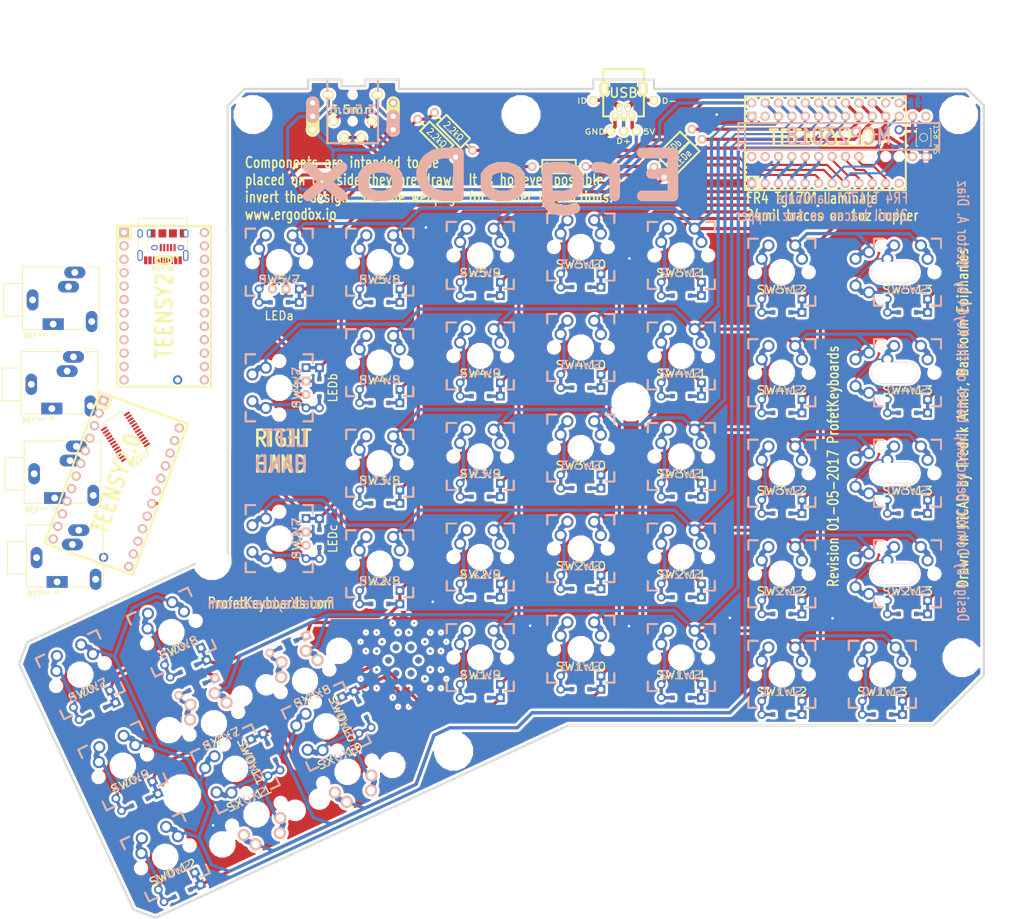
<source format=kicad_pcb>
(kicad_pcb (version 20171130) (host pcbnew 5.1.8)
  (layers (0 Front signal) (31 Back signal hide) (34 B.Paste user) (35 F.Paste user) (36 B.SilkS user hide) (37 F.SilkS user) (38 B.Mask user) (39 F.Mask user) (44 Edge.Cuts user))
  (net 0 "")
  (net 1 /COL0)
  (net 2 /COL1)
  (net 3 /COL10)
  (net 4 /COL11)
  (net 5 /COL4)
  (net 6 /COL5)
  (net 7 /COL6)
  (net 8 /LED_A)
  (net 9 /LED_B)
  (net 10 /LED_C)
  (net 11 /ROW0)
  (net 12 /ROW1)
  (net 13 /ROW2)
  (net 14 /ROW3)
  (net 15 /ROW4)
  (net 16 /ROW5)
  (net 17 /SCLM)
  (net 18 /SDAM)
  (net 19 GND)
  (net 20 VCC)
  (net 21 "Net-(D1:7-Pad1)")
  (net 22 "Net-(D1:8-Pad1)")
  (net 23 "Net-(J1-Pad1)")
  (net 24 "Net-(J1-Pad2)")
  (net 25 "Net-(J1-Pad3)")
  (net 26 "Net-(J1-Pad4)")
  (net 27 "Net-(J1-Pad5)")
  (net 28 "Net-(LED_A1-Pad1)")
  (net 29 "Net-(LED_B1-Pad1)")
  (net 30 "Net-(LED_C1-Pad1)")
  (net 31 "Net-(SW0:7-Pad2)")
  (net 32 "Net-(SW0:8-Pad2)")
  (net 33 "Net-(SW0:9-Pad2)")
  (net 34 "Net-(SW0:10-Pad2)")
  (net 35 "Net-(SW0:11-Pad2)")
  (net 36 "Net-(SW0:12-Pad2)")
  (net 37 "Net-(SW1:9-Pad2)")
  (net 38 "Net-(SW1:10-Pad2)")
  (net 39 "Net-(SW1:11-Pad2)")
  (net 40 "Net-(SW1:12-Pad2)")
  (net 41 "Net-(SW1:13-Pad2)")
  (net 42 "Net-(SW2:7-Pad2)")
  (net 43 "Net-(SW2:8-Pad2)")
  (net 44 "Net-(SW2:9-Pad2)")
  (net 45 "Net-(SW2:10-Pad2)")
  (net 46 "Net-(SW2:11-Pad2)")
  (net 47 "Net-(SW2:12-Pad2)")
  (net 48 "Net-(SW2:13-Pad2)")
  (net 49 "Net-(SW3:8-Pad2)")
  (net 50 "Net-(SW3:9-Pad2)")
  (net 51 "Net-(SW3:10-Pad2)")
  (net 52 "Net-(SW3:11-Pad2)")
  (net 53 "Net-(SW3:12-Pad2)")
  (net 54 "Net-(SW3:13-Pad2)")
  (net 55 "Net-(SW4:7-Pad2)")
  (net 56 "Net-(SW4:8-Pad2)")
  (net 57 "Net-(SW4:9-Pad2)")
  (net 58 "Net-(SW4:10-Pad2)")
  (net 59 "Net-(SW4:11-Pad2)")
  (net 60 "Net-(SW4:12-Pad2)")
  (net 61 "Net-(SW4:13-Pad2)")
  (net 62 "Net-(SW5:7-Pad2)")
  (net 63 "Net-(SW5:8-Pad2)")
  (net 64 "Net-(SW5:9-Pad2)")
  (net 65 "Net-(SW5:10-Pad2)")
  (net 66 "Net-(SW5:11-Pad2)")
  (net 67 "Net-(SW5:12-Pad2)")
  (net 68 "Net-(SW5:13-Pad2)")
  (net 69 "Net-(U1-Pad12)")
  (net 70 "Net-(U1-Pad19)")
  (net 71 "Net-(U2-Pad14)")
  (net 72 "Net-(U2-Pad17)")
  (net 73 "Net-(U2-Pad18)")
  (net 74 "Net-(U2-Pad19)")
  (net 75 "Net-(U2-Pad27)")
  (net 76 "Net-(U2-Pad28)")
  (net 77 /RST)
  (module Connector_Audio:Jack_3.5mm_Ledino_KB3SPRS_Horizontal (layer Front) (at 29.55 76.85)
    (fp_text reference REF** (at -3.5 2.3) (layer F.SilkS))
    (fp_text value Jack_3.5mm_Ledino_KB3SPRS_Horizontal)
    (pad T thru_hole rect (at 0 0) (size 4 2.2) (drill 1.3) (layers *.Cu *.Mask))
    (pad TN thru_hole oval (at 7.3 -0.5 90) (size 4 2.2) (drill 1.3) (layers *.Cu *.Mask))
    (pad RN thru_hole oval (at 2.9 -7.1) (size 4 2.2) (drill 1.3) (layers *.Cu *.Mask))
    (pad R thru_hole oval (at 4.1 -9.8) (size 4 2.2) (drill 1.3) (layers *.Cu *.Mask))
    (pad S thru_hole oval (at -3.9 -4.6) (size 2.2 4) (drill 1.3) (layers *.Cu *.Mask))
  )
  (module Connector_Audio:Jack_3.5mm_Ledino_KB3SPRS_Horizontal (layer Front) (at 29.3 92.85)
    (fp_text reference REF** (at -3.5 2.3) (layer F.SilkS))
    (fp_text value Jack_3.5mm_Ledino_KB3SPRS_Horizontal)
    (pad T thru_hole rect (at 0 0) (size 4 2.2) (drill 1.3) (layers *.Cu *.Mask))
    (pad TN thru_hole oval (at 7.3 -0.5 90) (size 4 2.2) (drill 1.3) (layers *.Cu *.Mask))
    (pad RN thru_hole oval (at 2.9 -7.1) (size 4 2.2) (drill 1.3) (layers *.Cu *.Mask))
    (pad R thru_hole oval (at 4.1 -9.8) (size 4 2.2) (drill 1.3) (layers *.Cu *.Mask))
    (pad S thru_hole oval (at -3.9 -4.6) (size 2.2 4) (drill 1.3) (layers *.Cu *.Mask))
  )
  (module Connector_Audio:Jack_3.5mm_Ledino_KB3SPRS_Horizontal (layer Front) (at 29.85 109.8)
    (fp_text reference REF** (at -3.5 2.3) (layer F.SilkS))
    (fp_text value Jack_3.5mm_Ledino_KB3SPRS_Horizontal)
    (pad T thru_hole rect (at 0 0) (size 4 2.2) (drill 1.3) (layers *.Cu *.Mask))
    (pad TN thru_hole oval (at 7.3 -0.5 90) (size 4 2.2) (drill 1.3) (layers *.Cu *.Mask))
    (pad RN thru_hole oval (at 2.9 -7.1) (size 4 2.2) (drill 1.3) (layers *.Cu *.Mask))
    (pad R thru_hole oval (at 4.1 -9.8) (size 4 2.2) (drill 1.3) (layers *.Cu *.Mask))
    (pad S thru_hole oval (at -3.9 -4.6) (size 2.2 4) (drill 1.3) (layers *.Cu *.Mask))
  )
  (module Connector_Audio:Jack_3.5mm_Ledino_KB3SPRS_Horizontal (layer Front) (at 30.3 125.7)
    (fp_text reference REF** (at -3.5 2.3) (layer F.SilkS))
    (fp_text value Jack_3.5mm_Ledino_KB3SPRS_Horizontal)
    (pad S thru_hole oval (at -3.9 -4.6) (size 2.2 4) (drill 1.3) (layers *.Cu *.Mask))
    (pad R thru_hole oval (at 4.1 -9.8) (size 4 2.2) (drill 1.3) (layers *.Cu *.Mask))
    (pad RN thru_hole oval (at 2.9 -7.1) (size 4 2.2) (drill 1.3) (layers *.Cu *.Mask))
    (pad TN thru_hole oval (at 7.3 -0.5 90) (size 4 2.2) (drill 1.3) (layers *.Cu *.Mask))
    (pad T thru_hole rect (at 0 0) (size 4 2.2) (drill 1.3) (layers *.Cu *.Mask))
  )
  (module Connector_USB:USB_Micro-B_Amphenol_10118194_Horizontal (layer Front) (at 51.25 60.95 180)
    (fp_text reference REF** (at 0 -3.5) (layer F.SilkS))
    (fp_text value USB_Micro-B_Amphenol_10118194_Horizontal)
    (pad 6 thru_hole oval (at 3.5 1.3 180) (size 0.89 1.55) (drill oval 0.5 1.15) (layers *.Cu *.Mask))
    (pad 6 thru_hole oval (at -3.5 1.3 180) (size 0.89 1.55) (drill oval 0.5 1.15) (layers *.Cu *.Mask))
    (pad 6 smd rect (at 2.9 1.3 180) (size 1.2 1.55) (layers Front F.Paste F.Mask))
    (pad 6 smd rect (at -2.9 1.3 180) (size 1.2 1.55) (layers Front F.Paste F.Mask))
    (pad 6 smd rect (at 1 1.3 180) (size 1.5 1.55) (layers Front F.Paste F.Mask))
    (pad 6 smd rect (at -1 1.3 180) (size 1.5 1.55) (layers Front F.Paste F.Mask))
    (pad 6 thru_hole oval (at 2.5 -1.4 180) (size 1.25 0.95) (drill oval 0.85 0.55) (layers *.Cu *.Mask))
    (pad 6 thru_hole oval (at -2.5 -1.4 180) (size 1.25 0.95) (drill oval 0.85 0.55) (layers *.Cu *.Mask))
    (pad 5 smd rect (at 1.3 -1.4 180) (size 0.4 1.35) (layers Front F.Paste F.Mask))
    (pad 4 smd rect (at 0.65 -1.4 180) (size 0.4 1.35) (layers Front F.Paste F.Mask))
    (pad 3 smd rect (at 0 -1.4 180) (size 0.4 1.35) (layers Front F.Paste F.Mask))
    (pad 2 smd rect (at -0.65 -1.4 180) (size 0.4 1.35) (layers Front F.Paste F.Mask))
    (pad 1 smd rect (at -1.3 -1.4 180) (size 0.4 1.35) (layers Front F.Paste F.Mask))
  )
  (module Connector_USB:USB_C_Receptacle_HRO_TYPE-C-31-M-12 (layer Front) (at 50.35 60.7 180)
    (fp_text reference REF** (at 0 -5.645) (layer F.SilkS))
    (fp_text value USB_C_Receptacle_HRO_TYPE-C-31-M-12)
    (pad B1 smd rect (at 3.25 -4.045 180) (size 0.6 1.45) (layers Front F.Paste F.Mask))
    (pad A9 smd rect (at 2.45 -4.045 180) (size 0.6 1.45) (layers Front F.Paste F.Mask))
    (pad B9 smd rect (at -2.45 -4.045 180) (size 0.6 1.45) (layers Front F.Paste F.Mask))
    (pad B12 smd rect (at -3.25 -4.045 180) (size 0.6 1.45) (layers Front F.Paste F.Mask))
    (pad A1 smd rect (at -3.25 -4.045 180) (size 0.6 1.45) (layers Front F.Paste F.Mask))
    (pad A4 smd rect (at -2.45 -4.045 180) (size 0.6 1.45) (layers Front F.Paste F.Mask))
    (pad B4 smd rect (at 2.45 -4.045 180) (size 0.6 1.45) (layers Front F.Paste F.Mask))
    (pad A12 smd rect (at 3.25 -4.045 180) (size 0.6 1.45) (layers Front F.Paste F.Mask))
    (pad B8 smd rect (at -1.75 -4.045 180) (size 0.3 1.45) (layers Front F.Paste F.Mask))
    (pad A5 smd rect (at -1.25 -4.045 180) (size 0.3 1.45) (layers Front F.Paste F.Mask))
    (pad B7 smd rect (at -0.75 -4.045 180) (size 0.3 1.45) (layers Front F.Paste F.Mask))
    (pad A7 smd rect (at 0.25 -4.045 180) (size 0.3 1.45) (layers Front F.Paste F.Mask))
    (pad B6 smd rect (at 0.75 -4.045 180) (size 0.3 1.45) (layers Front F.Paste F.Mask))
    (pad A8 smd rect (at 1.25 -4.045 180) (size 0.3 1.45) (layers Front F.Paste F.Mask))
    (pad B5 smd rect (at 1.75 -4.045 180) (size 0.3 1.45) (layers Front F.Paste F.Mask))
    (pad A6 smd rect (at -0.25 -4.045 180) (size 0.3 1.45) (layers Front F.Paste F.Mask))
    (pad S1 thru_hole oval (at 4.32 -3.13 180) (size 1 2.1) (drill oval 0.6 1.7) (layers *.Cu *.Mask))
    (pad S1 thru_hole oval (at -4.32 -3.13 180) (size 1 2.1) (drill oval 0.6 1.7) (layers *.Cu *.Mask))
    (pad "" np_thru_hole circle (at -2.89 -2.6 180) (size 0.65 0.65) (drill 0.65) (layers *.Cu *.Mask))
    (pad S1 thru_hole oval (at -4.32 1.05 180) (size 1 1.6) (drill oval 0.6 1.2) (layers *.Cu *.Mask))
    (pad "" np_thru_hole circle (at 2.89 -2.6 180) (size 0.65 0.65) (drill 0.65) (layers *.Cu *.Mask))
    (pad S1 thru_hole oval (at 4.32 1.05 180) (size 1 1.6) (drill oval 0.6 1.2) (layers *.Cu *.Mask))
  )
  (module Package_SO:SSOP-24_3.9x8.7mm_P0.635mm (layer Front) (at 43.25 98.2 213)
    (fp_text reference REF** (at 0 -5.4 33) (layer F.SilkS))
    (fp_text value SSOP-24_3.9x8.7mm_P0.635mm)
    (pad 24 smd rect (at 2.6 -3.4925 213) (size 1.2 0.4) (layers Front F.Paste F.Mask))
    (pad 23 smd rect (at 2.6 -2.8575 213) (size 1.2 0.4) (layers Front F.Paste F.Mask))
    (pad 22 smd rect (at 2.6 -2.2225 213) (size 1.2 0.4) (layers Front F.Paste F.Mask))
    (pad 21 smd rect (at 2.6 -1.5875 213) (size 1.2 0.4) (layers Front F.Paste F.Mask))
    (pad 20 smd rect (at 2.6 -0.9525 213) (size 1.2 0.4) (layers Front F.Paste F.Mask))
    (pad 19 smd rect (at 2.6 -0.3175 213) (size 1.2 0.4) (layers Front F.Paste F.Mask))
    (pad 18 smd rect (at 2.6 0.3175 213) (size 1.2 0.4) (layers Front F.Paste F.Mask))
    (pad 17 smd rect (at 2.6 0.9525 213) (size 1.2 0.4) (layers Front F.Paste F.Mask))
    (pad 16 smd rect (at 2.6 1.5875 213) (size 1.2 0.4) (layers Front F.Paste F.Mask))
    (pad 15 smd rect (at 2.6 2.2225 213) (size 1.2 0.4) (layers Front F.Paste F.Mask))
    (pad 14 smd rect (at 2.6 2.8575 213) (size 1.2 0.4) (layers Front F.Paste F.Mask))
    (pad 13 smd rect (at 2.6 3.4925 213) (size 1.2 0.4) (layers Front F.Paste F.Mask))
    (pad 12 smd rect (at -2.6 3.4925 213) (size 1.2 0.4) (layers Front F.Paste F.Mask))
    (pad 11 smd rect (at -2.6 2.8575 213) (size 1.2 0.4) (layers Front F.Paste F.Mask))
    (pad 10 smd rect (at -2.6 2.2225 213) (size 1.2 0.4) (layers Front F.Paste F.Mask))
    (pad 9 smd rect (at -2.6 1.5875 213) (size 1.2 0.4) (layers Front F.Paste F.Mask))
    (pad 8 smd rect (at -2.6 0.9525 213) (size 1.2 0.4) (layers Front F.Paste F.Mask))
    (pad 7 smd rect (at -2.6 0.3175 213) (size 1.2 0.4) (layers Front F.Paste F.Mask))
    (pad 6 smd rect (at -2.6 -0.3175 213) (size 1.2 0.4) (layers Front F.Paste F.Mask))
    (pad 5 smd rect (at -2.6 -0.9525 213) (size 1.2 0.4) (layers Front F.Paste F.Mask))
    (pad 4 smd rect (at -2.6 -1.5875 213) (size 1.2 0.4) (layers Front F.Paste F.Mask))
    (pad 3 smd rect (at -2.6 -2.2225 213) (size 1.2 0.4) (layers Front F.Paste F.Mask))
    (pad 2 smd rect (at -2.6 -2.8575 213) (size 1.2 0.4) (layers Front F.Paste F.Mask))
    (pad 1 smd rect (at -2.6 -3.4925 213) (size 1.2 0.4) (layers Front F.Paste F.Mask))
  )
  (module "ErgoDOX pcb:TEENSY_2.0_WITH_RESET" (layer Front) (at 41.5 107.05 250)
    (fp_text reference U1 hide)
    (fp_text value TEENSY2.0 (at 0 0 70) (layer F.SilkS) (effects (font (size 3.048 2.54) (thickness 0.4572))))
    (pad 16 thru_hole circle (at 13.97 -2.54 250) (size 1.7526 1.7526) (drill 1.08966) (layers *.Cu *.Mask))
    (pad 1 thru_hole rect (at -13.97 7.62 250) (size 1.7526 1.7526) (drill 1.0922) (layers *.Cu *.SilkS *.Mask))
    (pad 2 thru_hole circle (at -11.43 7.62 250) (size 1.7526 1.7526) (drill 1.0922) (layers *.Cu *.SilkS *.Mask))
    (pad 3 thru_hole circle (at -8.89 7.62 250) (size 1.7526 1.7526) (drill 1.0922) (layers *.Cu *.SilkS *.Mask))
    (pad 4 thru_hole circle (at -6.35 7.62 250) (size 1.7526 1.7526) (drill 1.0922) (layers *.Cu *.SilkS *.Mask))
    (pad 5 thru_hole circle (at -3.81 7.62 250) (size 1.7526 1.7526) (drill 1.0922) (layers *.Cu *.SilkS *.Mask))
    (pad 6 thru_hole circle (at -1.27 7.62 250) (size 1.7526 1.7526) (drill 1.0922) (layers *.Cu *.SilkS *.Mask))
    (pad 7 thru_hole circle (at 1.27 7.62 250) (size 1.7526 1.7526) (drill 1.0922) (layers *.Cu *.SilkS *.Mask))
    (pad 8 thru_hole circle (at 3.81 7.62 250) (size 1.7526 1.7526) (drill 1.0922) (layers *.Cu *.SilkS *.Mask))
    (pad 9 thru_hole circle (at 6.35 7.62 250) (size 1.7526 1.7526) (drill 1.0922) (layers *.Cu *.SilkS *.Mask))
    (pad 10 thru_hole circle (at 8.89 7.62 250) (size 1.7526 1.7526) (drill 1.0922) (layers *.Cu *.SilkS *.Mask))
    (pad 11 thru_hole circle (at 11.43 7.62 250) (size 1.7526 1.7526) (drill 1.0922) (layers *.Cu *.SilkS *.Mask))
    (pad 12 thru_hole circle (at 13.97 7.62 250) (size 1.7526 1.7526) (drill 1.0922) (layers *.Cu *.SilkS *.Mask))
    (pad 18 thru_hole circle (at 13.97 -7.62 250) (size 1.7526 1.7526) (drill 1.08966) (layers *.Cu *.SilkS *.Mask))
    (pad 19 thru_hole circle (at 11.43 -7.62 250) (size 1.7526 1.7526) (drill 1.0922) (layers *.Cu *.SilkS *.Mask))
    (pad 20 thru_hole circle (at 8.89 -7.62 250) (size 1.7526 1.7526) (drill 1.0922) (layers *.Cu *.SilkS *.Mask))
    (pad 21 thru_hole circle (at 6.35 -7.62 250) (size 1.7526 1.7526) (drill 1.0922) (layers *.Cu *.SilkS *.Mask))
    (pad 22 thru_hole circle (at 3.81 -7.62 250) (size 1.7526 1.7526) (drill 1.0922) (layers *.Cu *.SilkS *.Mask))
    (pad 23 thru_hole circle (at 1.27 -7.62 250) (size 1.7526 1.7526) (drill 1.0922) (layers *.Cu *.SilkS *.Mask))
    (pad 24 thru_hole circle (at -1.27 -7.62 250) (size 1.7526 1.7526) (drill 1.0922) (layers *.Cu *.SilkS *.Mask))
    (pad 27 thru_hole circle (at -8.89 -7.62 250) (size 1.7526 1.7526) (drill 1.0922) (layers *.Cu *.SilkS *.Mask))
    (pad 28 thru_hole circle (at -11.43 -7.62 250) (size 1.7526 1.7526) (drill 1.0922) (layers *.Cu *.SilkS *.Mask))
    (pad 29 thru_hole circle (at -13.97 -7.62 250) (size 1.7526 1.7526) (drill 1.0922) (layers *.Cu *.SilkS *.Mask))
    (pad 25 thru_hole circle (at -3.81 -7.62 250) (size 1.7526 1.7526) (drill 1.0922) (layers *.Cu *.SilkS *.Mask))
    (pad 26 thru_hole circle (at -6.35 -7.62 250) (size 1.7526 1.7526) (drill 1.0922) (layers *.Cu *.SilkS *.Mask))
  )
  (module "ErgoDOX pcb:TEENSY_2.0_WITH_RESET" (layer Front) (at 50.6 73.45 270)
    (fp_text reference U1 hide)
    (fp_text value TEENSY2.0 (at 0 0 90) (layer F.SilkS) (effects (font (size 3.048 2.54) (thickness 0.4572))))
    (pad 26 thru_hole circle (at -6.35 -7.62 270) (size 1.7526 1.7526) (drill 1.0922) (layers *.Cu *.SilkS *.Mask))
    (pad 25 thru_hole circle (at -3.81 -7.62 270) (size 1.7526 1.7526) (drill 1.0922) (layers *.Cu *.SilkS *.Mask))
    (pad 29 thru_hole circle (at -13.97 -7.62 270) (size 1.7526 1.7526) (drill 1.0922) (layers *.Cu *.SilkS *.Mask))
    (pad 28 thru_hole circle (at -11.43 -7.62 270) (size 1.7526 1.7526) (drill 1.0922) (layers *.Cu *.SilkS *.Mask))
    (pad 27 thru_hole circle (at -8.89 -7.62 270) (size 1.7526 1.7526) (drill 1.0922) (layers *.Cu *.SilkS *.Mask))
    (pad 24 thru_hole circle (at -1.27 -7.62 270) (size 1.7526 1.7526) (drill 1.0922) (layers *.Cu *.SilkS *.Mask))
    (pad 23 thru_hole circle (at 1.27 -7.62 270) (size 1.7526 1.7526) (drill 1.0922) (layers *.Cu *.SilkS *.Mask))
    (pad 22 thru_hole circle (at 3.81 -7.62 270) (size 1.7526 1.7526) (drill 1.0922) (layers *.Cu *.SilkS *.Mask))
    (pad 21 thru_hole circle (at 6.35 -7.62 270) (size 1.7526 1.7526) (drill 1.0922) (layers *.Cu *.SilkS *.Mask))
    (pad 20 thru_hole circle (at 8.89 -7.62 270) (size 1.7526 1.7526) (drill 1.0922) (layers *.Cu *.SilkS *.Mask))
    (pad 19 thru_hole circle (at 11.43 -7.62 270) (size 1.7526 1.7526) (drill 1.0922) (layers *.Cu *.SilkS *.Mask))
    (pad 18 thru_hole circle (at 13.97 -7.62 270) (size 1.7526 1.7526) (drill 1.08966) (layers *.Cu *.SilkS *.Mask))
    (pad 12 thru_hole circle (at 13.97 7.62 270) (size 1.7526 1.7526) (drill 1.0922) (layers *.Cu *.SilkS *.Mask))
    (pad 11 thru_hole circle (at 11.43 7.62 270) (size 1.7526 1.7526) (drill 1.0922) (layers *.Cu *.SilkS *.Mask))
    (pad 10 thru_hole circle (at 8.89 7.62 270) (size 1.7526 1.7526) (drill 1.0922) (layers *.Cu *.SilkS *.Mask))
    (pad 9 thru_hole circle (at 6.35 7.62 270) (size 1.7526 1.7526) (drill 1.0922) (layers *.Cu *.SilkS *.Mask))
    (pad 8 thru_hole circle (at 3.81 7.62 270) (size 1.7526 1.7526) (drill 1.0922) (layers *.Cu *.SilkS *.Mask))
    (pad 7 thru_hole circle (at 1.27 7.62 270) (size 1.7526 1.7526) (drill 1.0922) (layers *.Cu *.SilkS *.Mask))
    (pad 6 thru_hole circle (at -1.27 7.62 270) (size 1.7526 1.7526) (drill 1.0922) (layers *.Cu *.SilkS *.Mask))
    (pad 5 thru_hole circle (at -3.81 7.62 270) (size 1.7526 1.7526) (drill 1.0922) (layers *.Cu *.SilkS *.Mask))
    (pad 4 thru_hole circle (at -6.35 7.62 270) (size 1.7526 1.7526) (drill 1.0922) (layers *.Cu *.SilkS *.Mask))
    (pad 3 thru_hole circle (at -8.89 7.62 270) (size 1.7526 1.7526) (drill 1.0922) (layers *.Cu *.SilkS *.Mask))
    (pad 2 thru_hole circle (at -11.43 7.62 270) (size 1.7526 1.7526) (drill 1.0922) (layers *.Cu *.SilkS *.Mask))
    (pad 1 thru_hole rect (at -13.97 7.62 270) (size 1.7526 1.7526) (drill 1.0922) (layers *.Cu *.SilkS *.Mask))
    (pad 16 thru_hole circle (at 13.97 -2.54 270) (size 1.7526 1.7526) (drill 1.08966) (layers *.Cu *.Mask))
  )
  (module USBMINImod (layer Front) (at 137.6426 30.48 270)
    (fp_text reference J1 hide)
    (fp_text value USB (at 2.54 0) (layer F.SilkS) (effects (font (size 1.778 1.778) (thickness 0.3048))))
    (fp_line (start 3.937 -1.905) (end 3.937 -5.715) (layer Front) (width 0.6096))
    (fp_line (start 4.953 -0.889) (end 3.937 -1.905) (layer Front) (width 0.6096))
    (fp_line (start 3.937 2.032) (end 3.937 5.715) (layer Front) (width 0.6096))
    (fp_line (start 4.953 0.889) (end 3.937 2.032) (layer Front) (width 0.6096))
    (fp_line (start 7.493 0) (end 9.779 0) (layer Front) (width 0.6096))
    (fp_line (start 9.144 -1.651) (end 7.493 -1.651) (layer Front) (width 0.6096))
    (fp_line (start 9.779 -2.413) (end 9.144 -1.651) (layer Front) (width 0.6096))
    (fp_line (start 9.017 1.651) (end 7.493 1.651) (layer Front) (width 0.6096))
    (fp_line (start 9.779 2.413) (end 9.017 1.651) (layer Front) (width 0.6096))
    (pad 1 thru_hole oval (at 6.79958 -1.6002 270) (size 1.651 1.143) (drill 0.762 (offset 0.27432 0)) (layers *.Cu *.Mask F.SilkS) (net 23 "Net-(J1-Pad1)"))
    (pad 2 thru_hole oval (at 5.6007 -0.8001 270) (size 1.651 1.143) (drill 0.762 (offset -0.27432 0)) (layers *.Cu *.Mask F.SilkS) (net 24 "Net-(J1-Pad2)"))
    (pad 3 thru_hole oval (at 6.79958 0 270) (size 1.651 1.143) (drill 0.762 (offset 0.27432 0)) (layers *.Cu *.Mask F.SilkS) (net 25 "Net-(J1-Pad3)"))
    (pad 4 thru_hole oval (at 5.6007 0.8001 270) (size 1.651 1.143) (drill 0.762 (offset -0.27432 0)) (layers *.Cu *.Mask F.SilkS) (net 26 "Net-(J1-Pad4)"))
    (pad 5 thru_hole oval (at 6.79958 1.6002 270) (size 1.651 1.143) (drill 0.762 (offset 0.27432 0)) (layers *.Cu *.Mask F.SilkS) (net 27 "Net-(J1-Pad5)"))
    (pad 6 thru_hole oval (at 1.75006 3.64744 270) (size 2.794 1.7018) (drill oval 1.905 0.762) (layers *.Cu *.Mask F.SilkS) (net 19 GND))
    (pad 6 thru_hole oval (at 1.75006 -3.64744 270) (size 2.794 1.7018) (drill oval 1.905 0.762) (layers *.Cu *.Mask F.SilkS) (net 19 GND))
    (pad 1 thru_hole circle (at 9.779 -2.413 270) (size 1.651 1.651) (drill 0.9906) (layers *.Cu *.Mask F.SilkS) (net 23 "Net-(J1-Pad1)"))
    (pad 2 thru_hole circle (at 3.937 -5.715 270) (size 1.651 1.651) (drill 0.9906) (layers *.Cu *.Mask F.SilkS) (net 24 "Net-(J1-Pad2)"))
    (pad 3 thru_hole circle (at 9.779 0 270) (size 1.651 1.651) (drill 0.9906) (layers *.Cu *.Mask F.SilkS) (net 25 "Net-(J1-Pad3)"))
    (pad 4 thru_hole circle (at 3.937 5.715 270) (size 1.651 1.651) (drill 0.9906) (layers *.Cu *.Mask F.SilkS) (net 26 "Net-(J1-Pad4)"))
    (pad 5 thru_hole circle (at 9.779 2.413 270) (size 1.651 1.651) (drill 0.9906) (layers *.Cu *.Mask F.SilkS) (net 27 "Net-(J1-Pad5)"))
  )
  (module "ErgoDOX pcb:TEENSY_2.0_WITH_RESET" (layer Front) (at 175.895 42.545)
    (fp_text reference U1 hide)
    (fp_text value TEENSY2.0 (at -0.825 -0.935) (layer F.SilkS) (effects (font (size 3.048 2.54) (thickness 0.4572))))
    (pad 26 thru_hole circle (at -6.35 -7.62) (size 1.7526 1.7526) (drill 1.0922) (layers *.Cu *.SilkS *.Mask) (net 14 /ROW3))
    (pad 25 thru_hole circle (at -3.81 -7.62) (size 1.7526 1.7526) (drill 1.0922) (layers *.Cu *.SilkS *.Mask) (net 13 /ROW2))
    (pad 29 thru_hole circle (at -13.97 -7.62) (size 1.7526 1.7526) (drill 1.0922) (layers *.Cu *.SilkS *.Mask) (net 20 VCC))
    (pad 28 thru_hole circle (at -11.43 -7.62) (size 1.7526 1.7526) (drill 1.0922) (layers *.Cu *.SilkS *.Mask) (net 16 /ROW5))
    (pad 27 thru_hole circle (at -8.89 -7.62) (size 1.7526 1.7526) (drill 1.0922) (layers *.Cu *.SilkS *.Mask) (net 15 /ROW4))
    (pad 24 thru_hole circle (at -1.27 -7.62) (size 1.7526 1.7526) (drill 1.0922) (layers *.Cu *.SilkS *.Mask) (net 12 /ROW1))
    (pad 23 thru_hole circle (at 1.27 -7.62) (size 1.7526 1.7526) (drill 1.0922) (layers *.Cu *.SilkS *.Mask) (net 11 /ROW0))
    (pad 22 thru_hole circle (at 3.81 -7.62) (size 1.7526 1.7526) (drill 1.0922) (layers *.Cu *.SilkS *.Mask) (net 9 /LED_B))
    (pad 21 thru_hole circle (at 6.35 -7.62) (size 1.7526 1.7526) (drill 1.0922) (layers *.Cu *.SilkS *.Mask) (net 8 /LED_A))
    (pad 20 thru_hole circle (at 8.89 -7.62) (size 1.7526 1.7526) (drill 1.0922) (layers *.Cu *.SilkS *.Mask) (net 20 VCC))
    (pad 19 thru_hole circle (at 11.43 -7.62) (size 1.7526 1.7526) (drill 1.0922) (layers *.Cu *.SilkS *.Mask) (net 70 "Net-(U1-Pad19)"))
    (pad 18 thru_hole circle (at 13.97 -7.62) (size 1.7526 1.7526) (drill 1.08966) (layers *.Cu *.SilkS *.Mask) (net 19 GND))
    (pad 12 thru_hole circle (at 13.97 7.62) (size 1.7526 1.7526) (drill 1.0922) (layers *.Cu *.SilkS *.Mask) (net 69 "Net-(U1-Pad12)"))
    (pad 11 thru_hole circle (at 11.43 7.62) (size 1.7526 1.7526) (drill 1.0922) (layers *.Cu *.SilkS *.Mask) (net 1 /COL0))
    (pad 10 thru_hole circle (at 8.89 7.62) (size 1.7526 1.7526) (drill 1.0922) (layers *.Cu *.SilkS *.Mask) (net 2 /COL1))
    (pad 9 thru_hole circle (at 6.35 7.62) (size 1.7526 1.7526) (drill 1.0922) (layers *.Cu *.SilkS *.Mask) (net 4 /COL11))
    (pad 8 thru_hole circle (at 3.81 7.62) (size 1.7526 1.7526) (drill 1.0922) (layers *.Cu *.SilkS *.Mask) (net 18 /SDAM))
    (pad 7 thru_hole circle (at 1.27 7.62) (size 1.7526 1.7526) (drill 1.0922) (layers *.Cu *.SilkS *.Mask) (net 17 /SCLM))
    (pad 6 thru_hole circle (at -1.27 7.62) (size 1.7526 1.7526) (drill 1.0922) (layers *.Cu *.SilkS *.Mask) (net 10 /LED_C))
    (pad 5 thru_hole circle (at -3.81 7.62) (size 1.7526 1.7526) (drill 1.0922) (layers *.Cu *.SilkS *.Mask) (net 3 /COL10))
    (pad 4 thru_hole circle (at -6.35 7.62) (size 1.7526 1.7526) (drill 1.0922) (layers *.Cu *.SilkS *.Mask) (net 5 /COL4))
    (pad 3 thru_hole circle (at -8.89 7.62) (size 1.7526 1.7526) (drill 1.0922) (layers *.Cu *.SilkS *.Mask) (net 6 /COL5))
    (pad 2 thru_hole circle (at -11.43 7.62) (size 1.7526 1.7526) (drill 1.0922) (layers *.Cu *.SilkS *.Mask) (net 7 /COL6))
    (pad 1 thru_hole rect (at -13.97 7.62) (size 1.7526 1.7526) (drill 1.0922) (layers *.Cu *.SilkS *.Mask) (net 19 GND))
    (pad 16 thru_hole circle (at 13.97 -2.54) (size 1.7526 1.7526) (drill 1.08966) (layers *.Cu *.Mask) (net 77 /RST))
  )
  (module "ErgoDOX pcb:STAR" (layer Back) (at 95.9325 140.5575 180)
    (fp_text reference STAR_2 hide)
    (fp_text value STAR_BACK hide)
    (pad 0 smd circle (at 2.8448 0 180) (size 1.27 1.27) (layers Back))
    (pad 0 smd circle (at 1.4224 -2.46126 180) (size 1.27 1.27) (layers Back))
    (pad 0 smd circle (at -1.41986 -2.46126 180) (size 1.27 1.27) (layers Back))
    (pad 0 smd circle (at -2.8448 0 180) (size 1.27 1.27) (layers Back))
    (pad 0 smd circle (at -1.4224 2.46126 180) (size 1.27 1.27) (layers Back))
    (pad 0 smd circle (at 1.41986 2.46126 180) (size 1.27 1.27) (layers Back))
    (pad 1 smd circle (at 5.08 -1.75768 180) (size 0.508 0.508) (layers Back))
    (pad 1 smd circle (at 1.016 -5.27812 180) (size 0.508 0.508) (layers Back))
    (pad 1 smd circle (at -4.06146 -3.5179 180) (size 0.508 0.508) (layers Back))
    (pad 1 smd circle (at -5.08 1.75768 180) (size 0.508 0.508) (layers Back))
    (pad 1 smd circle (at -1.016 5.27812 180) (size 0.508 0.508) (layers Back))
    (pad 1 smd circle (at 4.06146 3.5179 180) (size 0.508 0.508) (layers Back))
    (pad 2 smd circle (at 4.064 -3.5179 180) (size 0.508 0.508) (layers Back))
    (pad 2 smd circle (at -1.01346 -5.27812 180) (size 0.508 0.508) (layers Back))
    (pad 2 smd circle (at -5.08 -1.75768 180) (size 0.508 0.508) (layers Back))
    (pad 2 smd circle (at -4.064 3.5179 180) (size 0.508 0.508) (layers Back))
    (pad 2 smd circle (at 1.01346 5.27812 180) (size 0.508 0.508) (layers Back))
    (pad 2 smd circle (at 5.07746 1.75768 180) (size 0.508 0.508) (layers Back))
    (pad 3 smd circle (at 7.112 -1.75768 180) (size 0.3048 0.3048) (layers Back))
    (pad 3 smd circle (at 2.032 -7.03834 180) (size 0.3048 0.3048) (layers Back))
    (pad 3 smd circle (at -5.07746 -5.27812 180) (size 0.3048 0.3048) (layers Back))
    (pad 3 smd circle (at -7.112 1.75768 180) (size 0.3048 0.3048) (layers Back))
    (pad 3 smd circle (at -2.032 7.03834 180) (size 0.3048 0.3048) (layers Back))
    (pad 3 smd circle (at 5.07746 5.27812 180) (size 0.3048 0.3048) (layers Back))
    (pad 4 smd circle (at 5.08 -5.27812 180) (size 0.3048 0.3048) (layers Back))
    (pad 4 smd circle (at -2.02946 -7.03834 180) (size 0.3048 0.3048) (layers Back))
    (pad 4 smd circle (at -7.112 -1.75768 180) (size 0.3048 0.3048) (layers Back))
    (pad 4 smd circle (at -5.08 5.27812 180) (size 0.3048 0.3048) (layers Back))
    (pad 4 smd circle (at 2.02946 7.03834 180) (size 0.3048 0.3048) (layers Back))
    (pad 4 smd circle (at 7.10946 1.75768 180) (size 0.3048 0.3048) (layers Back))
    (pad 5 smd circle (at 8.128 -3.5179 180) (size 0.2032 0.2032) (layers Back))
    (pad 5 smd circle (at 1.016 -8.79856 180) (size 0.2032 0.2032) (layers Back))
    (pad 5 smd circle (at -7.10946 -5.27812 180) (size 0.2032 0.2032) (layers Back))
    (pad 5 smd circle (at -8.128 3.5179 180) (size 0.2032 0.2032) (layers Back))
    (pad 5 smd circle (at -1.016 8.79856 180) (size 0.2032 0.2032) (layers Back))
    (pad 5 smd circle (at 7.10946 5.27812 180) (size 0.2032 0.2032) (layers Back))
    (pad 6 smd circle (at 7.112 -5.27812 180) (size 0.2032 0.2032) (layers Back))
    (pad 6 smd circle (at -1.01346 -8.79856 180) (size 0.2032 0.2032) (layers Back))
    (pad 6 smd circle (at -8.128 -3.5179 180) (size 0.2032 0.2032) (layers Back))
    (pad 6 smd circle (at -7.112 5.27812 180) (size 0.2032 0.2032) (layers Back))
    (pad 6 smd circle (at 1.01346 8.79856 180) (size 0.2032 0.2032) (layers Back))
    (pad 6 smd circle (at 8.128 3.5179 180) (size 0.2032 0.2032) (layers Back))
  )
  (module "ErgoDOX pcb:STAR" (layer Front) (at 95.9325 140.5575)
    (fp_text reference STAR_1 hide)
    (fp_text value STAR_FRONT hide)
    (pad 0 smd circle (at 2.8448 0) (size 1.27 1.27) (layers Front))
    (pad 0 smd circle (at 1.4224 2.46126) (size 1.27 1.27) (layers Front))
    (pad 0 smd circle (at -1.41986 2.46126) (size 1.27 1.27) (layers Front))
    (pad 0 smd circle (at -2.8448 0) (size 1.27 1.27) (layers Front))
    (pad 0 smd circle (at -1.4224 -2.46126) (size 1.27 1.27) (layers Front))
    (pad 0 smd circle (at 1.41986 -2.46126) (size 1.27 1.27) (layers Front))
    (pad 1 smd circle (at 5.08 1.75768) (size 0.508 0.508) (layers Front))
    (pad 1 smd circle (at 1.016 5.27812) (size 0.508 0.508) (layers Front))
    (pad 1 smd circle (at -4.06146 3.5179) (size 0.508 0.508) (layers Front))
    (pad 1 smd circle (at -5.08 -1.75768) (size 0.508 0.508) (layers Front))
    (pad 1 smd circle (at -1.016 -5.27812) (size 0.508 0.508) (layers Front))
    (pad 1 smd circle (at 4.06146 -3.5179) (size 0.508 0.508) (layers Front))
    (pad 2 smd circle (at 4.064 3.5179) (size 0.508 0.508) (layers Front))
    (pad 2 smd circle (at -1.01346 5.27812) (size 0.508 0.508) (layers Front))
    (pad 2 smd circle (at -5.08 1.75768) (size 0.508 0.508) (layers Front))
    (pad 2 smd circle (at -4.064 -3.5179) (size 0.508 0.508) (layers Front))
    (pad 2 smd circle (at 1.01346 -5.27812) (size 0.508 0.508) (layers Front))
    (pad 2 smd circle (at 5.07746 -1.75768) (size 0.508 0.508) (layers Front))
    (pad 3 smd circle (at 7.112 1.75768) (size 0.3048 0.3048) (layers Front))
    (pad 3 smd circle (at 2.032 7.03834) (size 0.3048 0.3048) (layers Front))
    (pad 3 smd circle (at -5.07746 5.27812) (size 0.3048 0.3048) (layers Front))
    (pad 3 smd circle (at -7.112 -1.75768) (size 0.3048 0.3048) (layers Front))
    (pad 3 smd circle (at -2.032 -7.03834) (size 0.3048 0.3048) (layers Front))
    (pad 3 smd circle (at 5.07746 -5.27812) (size 0.3048 0.3048) (layers Front))
    (pad 4 smd circle (at 5.08 5.27812) (size 0.3048 0.3048) (layers Front))
    (pad 4 smd circle (at -2.02946 7.03834) (size 0.3048 0.3048) (layers Front))
    (pad 4 smd circle (at -7.112 1.75768) (size 0.3048 0.3048) (layers Front))
    (pad 4 smd circle (at -5.08 -5.27812) (size 0.3048 0.3048) (layers Front))
    (pad 4 smd circle (at 2.02946 -7.03834) (size 0.3048 0.3048) (layers Front))
    (pad 4 smd circle (at 7.10946 -1.75768) (size 0.3048 0.3048) (layers Front))
    (pad 5 smd circle (at 8.128 3.5179) (size 0.2032 0.2032) (layers Front))
    (pad 5 smd circle (at 1.016 8.79856) (size 0.2032 0.2032) (layers Front))
    (pad 5 smd circle (at -7.10946 5.27812) (size 0.2032 0.2032) (layers Front))
    (pad 5 smd circle (at -8.128 -3.5179) (size 0.2032 0.2032) (layers Front))
    (pad 5 smd circle (at -1.016 -8.79856) (size 0.2032 0.2032) (layers Front))
    (pad 5 smd circle (at 7.10946 -5.27812) (size 0.2032 0.2032) (layers Front))
    (pad 6 smd circle (at 7.112 5.27812) (size 0.2032 0.2032) (layers Front))
    (pad 6 smd circle (at -1.01346 8.79856) (size 0.2032 0.2032) (layers Front))
    (pad 6 smd circle (at -8.128 3.5179) (size 0.2032 0.2032) (layers Front))
    (pad 6 smd circle (at -7.112 -5.27812) (size 0.2032 0.2032) (layers Front))
    (pad 6 smd circle (at 1.01346 -8.79856) (size 0.2032 0.2032) (layers Front))
    (pad 6 smd circle (at 8.128 -3.5179) (size 0.2032 0.2032) (layers Front))
  )
  (module lib_footprints:STITCHING_VIA (layer Front) (at 100.19 58.53)
    (fp_text reference STITCHING_VIA)
    (fp_text value ~ hide)
    (pad GND thru_hole circle (at 0 0) (size 0.8 0.8) (drill 0.5) (layers *.Cu) (net 19 GND))
  )
  (module lib_footprints:STITCHING_VIA (layer Front) (at 177.24 132.59)
    (fp_text reference STITCHING_VIA)
    (fp_text value ~ hide)
    (pad GND thru_hole circle (at 0 0) (size 0.8 0.8) (drill 0.5) (layers *.Cu) (net 19 GND))
  )
  (module lib_footprints:STITCHING_VIA (layer Front) (at 157.79 132.51)
    (fp_text reference STITCHING_VIA)
    (fp_text value ~ hide)
    (pad GND thru_hole circle (at 0 0) (size 0.8 0.8) (drill 0.5) (layers *.Cu) (net 19 GND))
  )
  (module lib_footprints:STITCHING_VIA (layer Front) (at 138.67 134.08)
    (fp_text reference STITCHING_VIA)
    (fp_text value ~ hide)
    (pad GND thru_hole circle (at 0 0) (size 0.8 0.8) (drill 0.5) (layers *.Cu) (net 19 GND))
  )
  (module lib_footprints:STITCHING_VIA (layer Front) (at 119.94 134)
    (fp_text reference STITCHING_VIA)
    (fp_text value ~ hide)
    (pad GND thru_hole circle (at 0 0) (size 0.8 0.8) (drill 0.5) (layers *.Cu) (net 19 GND))
  )
  (module lib_footprints:STITCHING_VIA (layer Front) (at 59.87 171.84)
    (fp_text reference STITCHING_VIA)
    (fp_text value ~ hide)
    (pad GND thru_hole circle (at 0 0) (size 0.8 0.8) (drill 0.5) (layers *.Cu) (net 19 GND))
  )
  (module lib_footprints:STITCHING_VIA (layer Front) (at 101.49 129.46)
    (fp_text reference STITCHING_VIA)
    (fp_text value ~ hide)
    (pad GND thru_hole circle (at 0 0) (size 0.8 0.8) (drill 0.5) (layers *.Cu) (net 19 GND))
  )
  (module lib_footprints:STITCHING_VIA (layer Front) (at 155.3 37.14)
    (fp_text reference STITCHING_VIA)
    (fp_text value ~ hide)
    (pad GND thru_hole circle (at 0 0) (size 0.8 0.8) (drill 0.5) (layers *.Cu) (net 19 GND))
  )
  (module lib_footprints:STITCHING_VIA (layer Front) (at 174.46 54.43)
    (fp_text reference STITCHING_VIA)
    (fp_text value ~ hide)
    (pad GND thru_hole circle (at 0 0) (size 0.8 0.8) (drill 0.5) (layers *.Cu) (net 19 GND))
  )
  (module lib_footprints:STITCHING_VIA (layer Front) (at 78.13 55.02)
    (fp_text reference STITCHING_VIA)
    (fp_text value ~ hide)
    (pad GND thru_hole circle (at 0 0) (size 0.8 0.8) (drill 0.5) (layers *.Cu) (net 19 GND))
  )
  (module lib_footprints:STITCHING_VIA (layer Front) (at 138.75 64.4)
    (fp_text reference STITCHING_VIA)
    (fp_text value ~ hide)
    (pad GND thru_hole circle (at 0 0) (size 0.8 0.8) (drill 0.5) (layers *.Cu) (net 19 GND))
  )
  (module DIP28_300 (layer Back) (at 178.435 41.275)
    (fp_text reference U2 hide)
    (fp_text value MCP23018 (at 0 0) (layer B.SilkS) (effects (font (size 3.048 2.54) (thickness 0.4572)) (justify mirror)))
    (pad 2 thru_hole circle (at -13.97 -3.81) (size 1.7526 1.7526) (drill 1.0922) (layers *.Cu *.SilkS *.Mask))
    (pad 3 thru_hole circle (at -11.43 -3.81) (size 1.7526 1.7526) (drill 1.0922) (layers *.Cu *.SilkS *.Mask) (net 16 /ROW5))
    (pad 4 thru_hole circle (at -8.89 -3.81) (size 1.7526 1.7526) (drill 1.0922) (layers *.Cu *.SilkS *.Mask) (net 15 /ROW4))
    (pad 5 thru_hole circle (at -6.35 -3.81) (size 1.7526 1.7526) (drill 1.0922) (layers *.Cu *.SilkS *.Mask) (net 14 /ROW3))
    (pad 6 thru_hole circle (at -3.81 -3.81) (size 1.7526 1.7526) (drill 1.0922) (layers *.Cu *.SilkS *.Mask) (net 13 /ROW2))
    (pad 7 thru_hole circle (at -1.27 -3.81) (size 1.7526 1.7526) (drill 1.0922) (layers *.Cu *.SilkS *.Mask) (net 12 /ROW1))
    (pad 8 thru_hole circle (at 1.27 -3.81) (size 1.7526 1.7526) (drill 1.0922) (layers *.Cu *.SilkS *.Mask) (net 11 /ROW0))
    (pad 9 thru_hole circle (at 3.81 -3.81) (size 1.7526 1.7526) (drill 1.0922) (layers *.Cu *.SilkS *.Mask) (net 9 /LED_B))
    (pad 10 thru_hole circle (at 6.35 -3.81) (size 1.7526 1.7526) (drill 1.0922) (layers *.Cu *.SilkS *.Mask) (net 8 /LED_A))
    (pad 11 thru_hole circle (at 8.89 -3.81) (size 1.7526 1.7526) (drill 1.0922) (layers *.Cu *.SilkS *.Mask) (net 20 VCC))
    (pad 12 thru_hole circle (at 11.43 -3.81) (size 1.7526 1.7526) (drill 1.0922) (layers *.Cu *.SilkS *.Mask) (net 17 /SCLM))
    (pad 13 thru_hole circle (at 13.97 -3.81) (size 1.7526 1.7526) (drill 1.0922) (layers *.Cu *.SilkS *.Mask) (net 18 /SDAM))
    (pad 14 thru_hole circle (at 16.51 -3.81) (size 1.7526 1.7526) (drill 1.0922) (layers *.Cu *.SilkS *.Mask) (net 71 "Net-(U2-Pad14)"))
    (pad 1 thru_hole rect (at -16.51 -3.81) (size 1.7526 1.7526) (drill 1.0922) (layers *.Cu *.SilkS *.Mask) (net 19 GND))
    (pad 15 thru_hole circle (at 16.51 3.81) (size 1.7526 1.7526) (drill 1.0922) (layers *.Cu *.SilkS *.Mask) (net 19 GND))
    (pad 16 thru_hole circle (at 13.97 3.81) (size 1.7526 1.7526) (drill 1.0922) (layers *.Cu *.SilkS *.Mask) (net 20 VCC))
    (pad 17 np_thru_hole circle (at 11.43 3.81) (size 1.0922 1.0922) (drill 1.0922) (layers *.Cu *.SilkS *.Mask) (net 72 "Net-(U2-Pad17)"))
    (pad 18 np_thru_hole circle (at 8.89 3.81) (size 1.0922 1.0922) (drill 1.0922) (layers *.Cu *.SilkS *.Mask) (net 73 "Net-(U2-Pad18)"))
    (pad 19 np_thru_hole circle (at 6.35 3.81) (size 1.0922 1.0922) (drill 1.0922) (layers *.Cu *.SilkS *.Mask) (net 74 "Net-(U2-Pad19)"))
    (pad 20 thru_hole circle (at 3.81 3.81) (size 1.7526 1.7526) (drill 1.0922) (layers *.Cu *.SilkS *.Mask) (net 1 /COL0))
    (pad 21 thru_hole circle (at 1.27 3.81) (size 1.7526 1.7526) (drill 1.0922) (layers *.Cu *.SilkS *.Mask) (net 2 /COL1))
    (pad 22 thru_hole circle (at -1.27 3.81) (size 1.7526 1.7526) (drill 1.0922) (layers *.Cu *.SilkS *.Mask) (net 4 /COL11))
    (pad 23 thru_hole circle (at -3.81 3.81) (size 1.7526 1.7526) (drill 1.0922) (layers *.Cu *.SilkS *.Mask) (net 3 /COL10))
    (pad 24 thru_hole circle (at -6.35 3.81) (size 1.7526 1.7526) (drill 1.0922) (layers *.Cu *.SilkS *.Mask) (net 5 /COL4))
    (pad 25 thru_hole circle (at -8.89 3.81) (size 1.7526 1.7526) (drill 1.0922) (layers *.Cu *.SilkS *.Mask) (net 6 /COL5))
    (pad 26 thru_hole circle (at -11.43 3.81) (size 1.7526 1.7526) (drill 1.0922) (layers *.Cu *.SilkS *.Mask) (net 7 /COL6))
    (pad 27 thru_hole circle (at -13.97 3.81) (size 1.7526 1.7526) (drill 1.0922) (layers *.Cu *.SilkS *.Mask) (net 75 "Net-(U2-Pad27)"))
    (pad 28 thru_hole circle (at -16.51 3.81) (size 1.7526 1.7526) (drill 1.0922) (layers *.Cu *.SilkS *.Mask) (net 76 "Net-(U2-Pad28)"))
  )
  (module DIODE (layer Front) (at 56.7944 145.57756 25)
    (fp_text reference D1:7 hide)
    (fp_text value D hide)
    (fp_line (start 1.6637 0) (end 3.81 0) (layer Front) (width 0.6096))
    (fp_line (start -3.81 0) (end -1.6637 0) (layer Front) (width 0.6096))
    (fp_line (start 1.6637 0) (end 3.81 0) (layer Back) (width 0.6096))
    (fp_line (start -3.81 0) (end -1.6637 0) (layer Back) (width 0.6096))
    (pad 1 thru_hole circle (at -3.81 0 25) (size 1.651 1.651) (drill 0.9906) (layers *.Cu *.SilkS *.Mask) (net 21 "Net-(D1:7-Pad1)"))
    (pad 99 smd rect (at -1.6637 0 25) (size 0.8382 0.8382) (layers Front F.Paste F.Mask))
    (pad 99 smd rect (at -1.6637 0 25) (size 0.8382 0.8382) (layers Back B.Paste B.Mask))
    (pad 2 thru_hole rect (at 3.81 0 25) (size 1.651 1.651) (drill 0.9906) (layers *.Cu *.SilkS *.Mask) (net 7 /COL6))
    (pad 99 smd rect (at 1.6637 0 25) (size 0.8382 0.8382) (layers Front F.Paste F.Mask))
    (pad 99 smd rect (at 1.6637 0 25) (size 0.8382 0.8382) (layers Back B.Paste B.Mask))
  )
  (module DIODE (layer Front) (at 74.05878 137.52576 25)
    (fp_text reference D1:8 hide)
    (fp_text value D hide)
    (fp_line (start 1.6637 0) (end 3.81 0) (layer Front) (width 0.6096))
    (fp_line (start -3.81 0) (end -1.6637 0) (layer Front) (width 0.6096))
    (fp_line (start 1.6637 0) (end 3.81 0) (layer Back) (width 0.6096))
    (fp_line (start -3.81 0) (end -1.6637 0) (layer Back) (width 0.6096))
    (pad 1 thru_hole circle (at -3.81 0 25) (size 1.651 1.651) (drill 0.9906) (layers *.Cu *.SilkS *.Mask) (net 22 "Net-(D1:8-Pad1)"))
    (pad 99 smd rect (at -1.6637 0 25) (size 0.8382 0.8382) (layers Front F.Paste F.Mask))
    (pad 99 smd rect (at -1.6637 0 25) (size 0.8382 0.8382) (layers Back B.Paste B.Mask))
    (pad 2 thru_hole rect (at 3.81 0 25) (size 1.651 1.651) (drill 0.9906) (layers *.Cu *.SilkS *.Mask) (net 6 /COL5))
    (pad 99 smd rect (at 1.6637 0 25) (size 0.8382 0.8382) (layers Front F.Paste F.Mask))
    (pad 99 smd rect (at 1.6637 0 25) (size 0.8382 0.8382) (layers Back B.Paste B.Mask))
  )
  (module MX_LED (layer Front) (at 72.39 117.48516 90)
    (fp_text reference LED_C1 hide)
    (fp_text value LEDc (at 0 10.16 90) (layer F.SilkS) (effects (font (size 1.651 1.524) (thickness 0.254))))
    (pad 1 thru_hole circle (at -1.27 5.08 90) (size 1.651 1.651) (drill 0.9906) (layers *.Cu *.SilkS *.Mask) (net 30 "Net-(LED_C1-Pad1)"))
    (pad 2 thru_hole rect (at 1.27 5.08 90) (size 1.651 1.651) (drill 0.9906) (layers *.Cu *.SilkS *.Mask) (net 19 GND))
  )
  (module MX_LED (layer Front) (at 72.39 88.91016 90)
    (fp_text reference LED_B1 hide)
    (fp_text value LEDb (at 0 10.16 90) (layer F.SilkS) (effects (font (size 1.651 1.524) (thickness 0.254))))
    (pad 1 thru_hole circle (at -1.27 5.08 90) (size 1.651 1.651) (drill 0.9906) (layers *.Cu *.SilkS *.Mask) (net 29 "Net-(LED_B1-Pad1)"))
    (pad 2 thru_hole rect (at 1.27 5.08 90) (size 1.651 1.651) (drill 0.9906) (layers *.Cu *.SilkS *.Mask) (net 19 GND))
  )
  (module MX_LED (layer Front) (at 72.39 65.1002)
    (fp_text reference LED_A1 hide)
    (fp_text value LEDa (at 0 10.16) (layer F.SilkS) (effects (font (size 1.651 1.524) (thickness 0.254))))
    (pad 1 thru_hole circle (at -1.27 5.08) (size 1.651 1.651) (drill 0.9906) (layers *.Cu *.SilkS *.Mask) (net 28 "Net-(LED_A1-Pad1)"))
    (pad 2 thru_hole rect (at 1.27 5.08) (size 1.651 1.651) (drill 0.9906) (layers *.Cu *.SilkS *.Mask) (net 19 GND))
  )
  (module MX_FLIP (layer Front) (at 77.2795 144.43202 25)
    (fp_text reference SX1:8 (at 0 3.302 25) (layer F.SilkS) (effects (font (size 1.524 1.778) (thickness 0.254))))
    (fp_text value SX1:5 (at 0 3.302 25) (layer B.SilkS) (effects (font (size 1.524 1.778) (thickness 0.254)) (justify mirror)))
    (pad 1 thru_hole circle (at 2.54 -5.08 25) (size 2.286 2.286) (drill 1.4986) (layers *.Cu *.SilkS *.Mask) (net 12 /ROW1))
    (pad 2 thru_hole circle (at -3.81 -2.54 25) (size 2.286 2.286) (drill 1.4986) (layers *.Cu *.SilkS *.Mask) (net 22 "Net-(D1:8-Pad1)"))
    (pad "" np_thru_hole circle (at 0 0 25) (size 3.9878 3.9878) (drill 3.9878) (layers *.Cu))
    (pad "" np_thru_hole circle (at -5.08 0 25) (size 1.7018 1.7018) (drill 1.7018) (layers *.Cu *.Mask))
    (pad "" np_thru_hole circle (at 5.08 0 25) (size 1.7018 1.7018) (drill 1.7018) (layers *.Cu *.Mask))
    (pad 1 thru_hole circle (at 3.81 -2.54 25) (size 2.286 2.286) (drill 1.4986) (layers *.Cu *.SilkS *.Mask) (net 12 /ROW1))
    (pad 2 thru_hole circle (at -2.54 -5.08 25) (size 2.286 2.286) (drill 1.4986) (layers *.Cu *.SilkS *.Mask) (net 22 "Net-(D1:8-Pad1)"))
  )
  (module MX_FLIP (layer Front) (at 60.01512 152.48382 25)
    (fp_text reference SX1:7 (at 0 3.302 25) (layer F.SilkS) (effects (font (size 1.524 1.778) (thickness 0.254))))
    (fp_text value SX1:6 (at 0 3.302 25) (layer B.SilkS) (effects (font (size 1.524 1.778) (thickness 0.254)) (justify mirror)))
    (pad 1 thru_hole circle (at 2.54 -5.08 25) (size 2.286 2.286) (drill 1.4986) (layers *.Cu *.SilkS *.Mask) (net 12 /ROW1))
    (pad 2 thru_hole circle (at -3.81 -2.54 25) (size 2.286 2.286) (drill 1.4986) (layers *.Cu *.SilkS *.Mask) (net 21 "Net-(D1:7-Pad1)"))
    (pad "" np_thru_hole circle (at 0 0 25) (size 3.9878 3.9878) (drill 3.9878) (layers *.Cu *.Mask))
    (pad "" np_thru_hole circle (at -5.08 0 25) (size 1.7018 1.7018) (drill 1.7018) (layers *.Cu *.Mask))
    (pad "" np_thru_hole circle (at 5.08 0 25) (size 1.7018 1.7018) (drill 1.7018) (layers *.Cu *.Mask))
    (pad 1 thru_hole circle (at 3.81 -2.54 25) (size 2.286 2.286) (drill 1.4986) (layers *.Cu *.SilkS *.Mask) (net 12 /ROW1))
    (pad 2 thru_hole circle (at -2.54 -5.08 25) (size 2.286 2.286) (drill 1.4986) (layers *.Cu *.SilkS *.Mask) (net 21 "Net-(D1:7-Pad1)"))
  )
  (module MX_FLIP (layer Front) (at 85.3313 161.69894 205)
    (fp_text reference SX0:10 (at 0 3.302 205) (layer F.SilkS) (effects (font (size 1.524 1.778) (thickness 0.254))))
    (fp_text value SX0:3 (at 0 3.302 205) (layer B.SilkS) (effects (font (size 1.524 1.778) (thickness 0.254)) (justify mirror)))
    (pad 1 thru_hole circle (at 2.54 -5.08 205) (size 2.286 2.286) (drill 1.4986) (layers *.Cu *.SilkS *.Mask) (net 11 /ROW0))
    (pad 2 thru_hole circle (at -3.81 -2.54 205) (size 2.286 2.286) (drill 1.4986) (layers *.Cu *.SilkS *.Mask) (net 34 "Net-(SW0:10-Pad2)"))
    (pad "" np_thru_hole circle (at 0 0 205) (size 3.9878 3.9878) (drill 3.9878) (layers *.Cu *.Mask))
    (pad "" np_thru_hole circle (at -5.08 0 205) (size 1.7018 1.7018) (drill 1.7018) (layers *.Cu *.Mask))
    (pad "" np_thru_hole circle (at 5.08 0 205) (size 1.7018 1.7018) (drill 1.7018) (layers *.Cu *.Mask))
    (pad 1 thru_hole circle (at 3.81 -2.54 205) (size 2.286 2.286) (drill 1.4986) (layers *.Cu *.SilkS *.Mask) (net 11 /ROW0))
    (pad 2 thru_hole circle (at -2.54 -5.08 205) (size 2.286 2.286) (drill 1.4986) (layers *.Cu *.SilkS *.Mask) (net 34 "Net-(SW0:10-Pad2)"))
  )
  (module MX_FLIP (layer Front) (at 68.06438 169.7482 205)
    (fp_text reference SX0:11 (at 0 3.302 205) (layer F.SilkS) (effects (font (size 1.524 1.778) (thickness 0.254))))
    (fp_text value SX0:2 (at 0 3.302 205) (layer B.SilkS) (effects (font (size 1.524 1.778) (thickness 0.254)) (justify mirror)))
    (pad 1 thru_hole circle (at 2.54 -5.08 205) (size 2.286 2.286) (drill 1.4986) (layers *.Cu *.SilkS *.Mask) (net 11 /ROW0))
    (pad 2 thru_hole circle (at -3.81 -2.54 205) (size 2.286 2.286) (drill 1.4986) (layers *.Cu *.SilkS *.Mask) (net 35 "Net-(SW0:11-Pad2)"))
    (pad "" np_thru_hole circle (at 0 0 205) (size 3.9878 3.9878) (drill 3.9878) (layers *.Cu *.Mask))
    (pad "" np_thru_hole circle (at -5.08 0 205) (size 1.7018 1.7018) (drill 1.7018) (layers *.Cu *.Mask))
    (pad "" np_thru_hole circle (at 5.08 0 205) (size 1.7018 1.7018) (drill 1.7018) (layers *.Cu *.Mask))
    (pad 1 thru_hole circle (at 3.81 -2.54 205) (size 2.286 2.286) (drill 1.4986) (layers *.Cu *.SilkS *.Mask) (net 11 /ROW0))
    (pad 2 thru_hole circle (at -2.54 -5.08 205) (size 2.286 2.286) (drill 1.4986) (layers *.Cu *.SilkS *.Mask) (net 35 "Net-(SW0:11-Pad2)"))
  )
  (module RESISTOR (layer Front) (at 148.9075 45.4025 225)
    (fp_text reference RA1 hide)
    (fp_text value LEDa (at 0 0 225) (layer F.SilkS) (effects (font (size 1.27 1.016) (thickness 0.2032))))
    (pad 1 thru_hole circle (at -5.079999 0 225) (size 1.651 1.651) (drill 0.9906) (layers *.Cu *.SilkS *.Mask) (net 8 /LED_A))
    (pad 2 thru_hole circle (at 5.079999 0 225) (size 1.651 1.651) (drill 0.9906) (layers *.Cu *.SilkS *.Mask) (net 28 "Net-(LED_A1-Pad1)"))
  )
  (module RESISTOR (layer Front) (at 147.0025 43.4975 225)
    (fp_text reference RB1 hide)
    (fp_text value LEDb (at 0 0 225) (layer F.SilkS) (effects (font (size 1.27 1.016) (thickness 0.2032))))
    (pad 1 thru_hole circle (at -5.079999 0 225) (size 1.651 1.651) (drill 0.9906) (layers *.Cu *.SilkS *.Mask) (net 9 /LED_B))
    (pad 2 thru_hole circle (at 5.079999 0 225) (size 1.651 1.651) (drill 0.9906) (layers *.Cu *.SilkS *.Mask) (net 29 "Net-(LED_B1-Pad1)"))
  )
  (module RESISTOR (layer Front) (at 125.4125 46.99 180)
    (fp_text reference RC1 hide)
    (fp_text value LEDc (at 0 0 180) (layer F.SilkS) (effects (font (size 1.27 1.016) (thickness 0.2032))))
    (pad 1 thru_hole circle (at -5.08 0 180) (size 1.651 1.651) (drill 0.9906) (layers *.Cu *.SilkS *.Mask) (net 10 /LED_C))
    (pad 2 thru_hole circle (at 5.08 0 180) (size 1.651 1.651) (drill 0.9906) (layers *.Cu *.SilkS *.Mask) (net 30 "Net-(LED_C1-Pad1)"))
  )
  (module RESISTOR (layer Front) (at 105.41 40.3225 315)
    (fp_text reference R1 hide)
    (fp_text value 2.2kΩ (at 0 0 315) (layer F.SilkS) (effects (font (size 1.27 1.016) (thickness 0.2032))))
    (pad 1 thru_hole circle (at -5.079999 0 315) (size 1.651 1.651) (drill 0.9906) (layers *.Cu *.SilkS *.Mask) (net 20 VCC))
    (pad 2 thru_hole circle (at 5.079999 0 315) (size 1.651 1.651) (drill 0.9906) (layers *.Cu *.SilkS *.Mask) (net 18 /SDAM))
  )
  (module RESISTOR (layer Front) (at 102.235 41.5925 315)
    (fp_text reference R2 hide)
    (fp_text value 2.2kΩ (at 0 0 315) (layer F.SilkS) (effects (font (size 1.27 1.016) (thickness 0.2032))))
    (pad 1 thru_hole circle (at -5.079999 0 315) (size 1.651 1.651) (drill 0.9906) (layers *.Cu *.SilkS *.Mask) (net 20 VCC))
    (pad 2 thru_hole circle (at 5.079999 0 315) (size 1.651 1.651) (drill 0.9906) (layers *.Cu *.SilkS *.Mask) (net 17 /SCLM))
  )
  (module 100PITCH1X3 (layer Front) (at 78.74 37.465 90)
    (fp_text reference J4 hide)
    (fp_text value JMP hide)
    (pad 1 thru_hole circle (at -2.54 0 90) (size 1.651 1.651) (drill 0.9906) (layers *.Cu *.Mask F.SilkS) (net 20 VCC))
    (pad 2 thru_hole circle (at 0 0 90) (size 1.651 1.651) (drill 0.9906) (layers *.Cu *.Mask F.SilkS) (net 23 "Net-(J1-Pad1)"))
    (pad 3 thru_hole circle (at 2.54 0 90) (size 1.651 1.651) (drill 0.9906) (layers *.Cu *.Mask F.SilkS) (net 19 GND))
  )
  (module 100PITCH1X3 (layer Back) (at 93.98 37.465 90)
    (fp_text reference J3 hide)
    (fp_text value JMP hide)
    (pad 1 thru_hole circle (at -2.54 0 90) (size 1.651 1.651) (drill 0.9906) (layers *.Cu *.Mask B.SilkS) (net 20 VCC))
    (pad 2 thru_hole circle (at 0 0 90) (size 1.651 1.651) (drill 0.9906) (layers *.Cu *.Mask B.SilkS) (net 27 "Net-(J1-Pad5)"))
    (pad 3 thru_hole circle (at 2.54 0 90) (size 1.651 1.651) (drill 0.9906) (layers *.Cu *.Mask B.SilkS) (net 19 GND))
  )
  (module GAP (layer Back) (at 192.7225 34.925 270)
    (fp_text reference JP2 hide)
    (fp_text value JUMPER hide)
    (pad 1 smd rect (at 0 0.635 270) (size 2.032 1.016) (layers Back B.Paste B.Mask) (net 19 GND))
    (pad 1 smd rect (at 0 -0.635 270) (size 2.032 1.016) (layers Back B.Paste B.Mask) (net 19 GND))
  )
  (module GAP (layer Front) (at 186.13 40.89)
    (fp_text reference JP1 hide)
    (fp_text value JUMPER hide)
    (pad 1 smd rect (at 0 -0.635) (size 2.032 1.016) (layers Front F.Paste F.Mask) (net 20 VCC))
    (pad 1 smd rect (at 0 0.635) (size 2.032 1.016) (layers Front F.Paste F.Mask) (net 20 VCC))
  )
  (module 4pin35mmAudio (layer Front) (at 86.3092 30.48 270)
    (fp_text reference J2 hide)
    (fp_text value 3.5mm (at 5.715 0) (layer F.SilkS) (effects (font (size 1.524 1.778) (thickness 0.3048))))
    (fp_text user 3.5mm (at 5.715 0) (layer B.SilkS) (effects (font (size 1.524 1.778) (thickness 0.3048)) (justify mirror)))
    (pad 1 thru_hole oval (at 2.8956 -4.6482 270) (size 1.7526 2.0574) (drill oval 1.0922 1.397) (layers *.Cu *.Mask F.SilkS) (net 27 "Net-(J1-Pad5)"))
    (pad 2 thru_hole circle (at 7.8994 3.6068 270) (size 1.7526 1.7526) (drill 1.0922) (layers *.Cu *.Mask F.SilkS) (net 18 /SDAM))
    (pad 3 thru_hole circle (at 10.9982 -1.6002 270) (size 1.7526 1.7526) (drill 1.0922) (layers *.Cu *.Mask F.SilkS) (net 17 /SCLM))
    (pad 4 thru_hole oval (at 2.8956 4.6482 270) (size 1.7526 2.0574) (drill oval 1.0922 1.397) (layers *.Cu *.Mask F.SilkS) (net 23 "Net-(J1-Pad1)"))
    (pad 5 thru_hole circle (at 10.9982 1.6002 270) (size 1.7526 1.7526) (drill 1.0922) (layers *.Cu *.Mask F.SilkS) (net 17 /SCLM))
    (pad 6 thru_hole circle (at 7.8994 -3.6068 270) (size 1.7526 1.7526) (drill 1.0922) (layers *.Cu *.Mask F.SilkS) (net 18 /SDAM))
    (pad HOLE np_thru_hole circle (at 2.8956 0 270) (size 0.9906 0.9906) (drill 0.9906) (layers *.Cu *.Mask F.SilkS))
    (pad HOLE np_thru_hole circle (at 7.8994 0 270) (size 0.9906 0.9906) (drill 0.9906) (layers *.Cu *.Mask F.SilkS))
  )
  (module STAB_PCB940 (layer Front) (at 81.30286 153.06548 295)
    (fp_text reference S2 hide)
    (fp_text value STAB200 hide)
    (pad "" np_thru_hole circle (at -11.938 6.985 295) (size 3.048 3.048) (drill 3.048) (layers *.Cu *.Mask))
    (pad "" np_thru_hole circle (at 11.938 6.985 295) (size 3.048 3.048) (drill 3.048) (layers *.Cu))
    (pad "" np_thru_hole circle (at -11.938 -8.255 295) (size 3.9878 3.9878) (drill 3.9878) (layers *.Cu))
    (pad "" np_thru_hole circle (at 11.938001 -8.255 295) (size 3.9878 3.9878) (drill 3.9878) (layers *.Cu *.Mask))
  )
  (module STAB_PCB940 (layer Front) (at 64.03848 161.11728 115)
    (fp_text reference S1 hide)
    (fp_text value STAB200 hide)
    (pad "" np_thru_hole circle (at -11.938 6.985 115) (size 3.048 3.048) (drill 3.048) (layers *.Cu))
    (pad "" np_thru_hole circle (at 11.938 6.985 115) (size 3.048 3.048) (drill 3.048) (layers *.Cu *.Mask))
    (pad "" np_thru_hole circle (at -11.938 -8.255 115) (size 3.9878 3.9878) (drill 3.9878) (layers *.Cu *.Mask))
    (pad "" np_thru_hole circle (at 11.938001 -8.255 115) (size 3.9878 3.9878) (drill 3.9878) (layers *.Cu *.Mask))
  )
  (module ErgoDOXmech (layer Front) (at 50.8 177.8)
    (fp_text reference H99 hide)
    (fp_text value MECHANICAL hide)
    (pad "" np_thru_hole circle (at 3.0988 -11.9634) (size 6.3754 6.3754) (drill 6.3754) (layers *.Cu *.Mask))
    (pad "" np_thru_hole circle (at 8.8646 -56.134) (size 6.3754 6.3754) (drill 6.3754) (layers *.Cu *.Mask))
    (pad "" np_thru_hole circle (at 54.6354 -20.0406) (size 6.3754 6.3754) (drill 6.3754) (layers *.Cu *.Mask))
    (pad "" np_thru_hole circle (at 150.9776 -37.7444) (size 6.3754 6.3754) (drill 6.3754) (layers *.Cu *.Mask))
    (pad "" np_thru_hole circle (at 88.2396 -86.2076) (size 6.3754 6.3754) (drill 6.3754) (layers *.Cu *.Mask))
    (pad "" np_thru_hole circle (at 150.3426 -140.6652) (size 6.3754 6.3754) (drill 6.3754) (layers *.Cu *.Mask))
    (pad "" np_thru_hole circle (at 67.4116 -140.6652) (size 6.3754 6.3754) (drill 6.3754) (layers *.Cu *.Mask))
    (pad "" np_thru_hole circle (at 16.6116 -140.6652) (size 6.3754 6.3754) (drill 6.3754) (layers *.Cu *.Mask))
  )
  (module "ErgoDOX pcb:MX_FLIP_XX" (layer Front) (at 191.4525 86.05266)
    (fp_text reference SW4:13 (at 0 3.302) (layer F.SilkS) (effects (font (size 1.524 1.778) (thickness 0.254))))
    (fp_text value SW4:0 (at 0 3.302) (layer B.SilkS) (effects (font (size 1.524 1.778) (thickness 0.254)) (justify mirror)))
    (fp_line (start 1.6637 7.62) (end 3.81 7.62) (layer Front) (width 0.6096))
    (fp_line (start -3.81 7.62) (end -1.6637 7.62) (layer Front) (width 0.6096))
    (fp_line (start 1.6637 7.62) (end 3.81 7.62) (layer Back) (width 0.6096))
    (fp_line (start -3.81 7.62) (end -1.6637 7.62) (layer Back) (width 0.6096))
    (pad 1 thru_hole circle (at 2.54 -5.08) (size 2.286 2.286) (drill 1.4986) (layers *.Cu *.Mask) (net 15 /ROW4))
    (pad 2 thru_hole circle (at -3.81 -2.54) (size 2.286 2.286) (drill 1.4986) (layers *.Cu *.Mask) (net 61 "Net-(SW4:13-Pad2)"))
    (pad "" np_thru_hole circle (at 5.08 0) (size 1.7018 1.7018) (drill 1.7018) (layers *.Cu *.Mask))
    (pad 1 thru_hole circle (at 3.81 -2.54) (size 2.28346 2.28346) (drill 1.4986) (layers *.Cu *.Mask) (net 15 /ROW4))
    (pad 2 thru_hole circle (at -2.54 -5.08) (size 2.286 2.286) (drill 1.4986) (layers *.Cu *.Mask) (net 61 "Net-(SW4:13-Pad2)"))
    (pad 3 thru_hole circle (at -3.81 5.08) (size 1.651 1.651) (drill 0.9906) (layers *.Cu *.Mask) (net 61 "Net-(SW4:13-Pad2)"))
    (pad 4 thru_hole rect (at 3.81 5.08) (size 1.651 1.651) (drill 0.9906) (layers *.Cu *.Mask) (net 1 /COL0))
    (pad 3 thru_hole circle (at -3.81 7.62) (size 1.651 1.651) (drill 0.9906) (layers *.Cu *.Mask) (net 61 "Net-(SW4:13-Pad2)"))
    (pad 4 thru_hole rect (at 3.81 7.62) (size 1.651 1.651) (drill 0.9906) (layers *.Cu *.Mask) (net 1 /COL0))
    (pad 99 smd rect (at -1.6637 7.62) (size 0.8382 0.8382) (layers Front F.Paste F.Mask))
    (pad 99 smd rect (at -1.6637 7.62) (size 0.8382 0.8382) (layers Back B.Paste B.Mask))
    (pad 99 smd rect (at 1.6637 7.62) (size 0.8382 0.8382) (layers Front F.Paste F.Mask))
    (pad 99 smd rect (at 1.6637 7.62) (size 0.8382 0.8382) (layers Back B.Paste B.Mask))
    (pad 1 thru_hole circle (at -9.8425 -2.54) (size 2.28092 2.28092) (drill 1.4986) (layers *.Cu *.Mask) (net 15 /ROW4))
    (pad 1 thru_hole circle (at -7.3025 -3.81) (size 2.28092 2.28092) (drill 1.4986) (layers *.Cu *.Mask) (net 15 /ROW4))
    (pad 2 thru_hole circle (at -7.3025 3.81) (size 2.28092 2.28092) (drill 1.4986) (layers *.Cu *.Mask) (net 61 "Net-(SW4:13-Pad2)"))
    (pad 2 thru_hole circle (at -9.8425 2.54) (size 2.28092 2.28092) (drill 1.4986) (layers *.Cu *.Mask) (net 61 "Net-(SW4:13-Pad2)"))
    (pad 2 thru_hole oval (at -2.38252 0) (size 8.7503 3.9878) (drill oval 8.7503 3.9878) (layers *.Cu *.Mask) (net 61 "Net-(SW4:13-Pad2)"))
    (pad 3 thru_hole circle (at -4.7625 5.08 90) (size 1.7018 1.7018) (drill 1.7018) (layers *.Cu *.Mask) (net 61 "Net-(SW4:13-Pad2)"))
    (pad 2 thru_hole circle (at -4.7625 -5.08 90) (size 1.7018 1.7018) (drill 1.7018) (layers *.Cu *.Mask) (net 61 "Net-(SW4:13-Pad2)"))
  )
  (module "ErgoDOX pcb:MX_FLIP_XX" (layer Front) (at 191.4525 124.15266)
    (fp_text reference SW2:13 (at 0 3.302) (layer F.SilkS) (effects (font (size 1.524 1.778) (thickness 0.254))))
    (fp_text value SW2:0 (at 0 3.302) (layer B.SilkS) (effects (font (size 1.524 1.778) (thickness 0.254)) (justify mirror)))
    (fp_line (start 1.6637 7.62) (end 3.81 7.62) (layer Front) (width 0.6096))
    (fp_line (start -3.81 7.62) (end -1.6637 7.62) (layer Front) (width 0.6096))
    (fp_line (start 1.6637 7.62) (end 3.81 7.62) (layer Back) (width 0.6096))
    (fp_line (start -3.81 7.62) (end -1.6637 7.62) (layer Back) (width 0.6096))
    (pad 1 thru_hole circle (at 2.54 -5.08) (size 2.286 2.286) (drill 1.4986) (layers *.Cu *.Mask) (net 13 /ROW2))
    (pad 2 thru_hole circle (at -3.81 -2.54) (size 2.286 2.286) (drill 1.4986) (layers *.Cu *.Mask) (net 48 "Net-(SW2:13-Pad2)"))
    (pad "" np_thru_hole circle (at 5.08 0) (size 1.7018 1.7018) (drill 1.7018) (layers *.Cu *.Mask))
    (pad 1 thru_hole circle (at 3.81 -2.54) (size 2.28346 2.28346) (drill 1.4986) (layers *.Cu *.Mask) (net 13 /ROW2))
    (pad 2 thru_hole circle (at -2.54 -5.08) (size 2.286 2.286) (drill 1.4986) (layers *.Cu *.Mask) (net 48 "Net-(SW2:13-Pad2)"))
    (pad 3 thru_hole circle (at -3.81 5.08) (size 1.651 1.651) (drill 0.9906) (layers *.Cu *.Mask) (net 48 "Net-(SW2:13-Pad2)"))
    (pad 4 thru_hole rect (at 3.81 5.08) (size 1.651 1.651) (drill 0.9906) (layers *.Cu *.Mask) (net 1 /COL0))
    (pad 3 thru_hole circle (at -3.81 7.62) (size 1.651 1.651) (drill 0.9906) (layers *.Cu *.Mask) (net 48 "Net-(SW2:13-Pad2)"))
    (pad 4 thru_hole rect (at 3.81 7.62) (size 1.651 1.651) (drill 0.9906) (layers *.Cu *.Mask) (net 1 /COL0))
    (pad 99 smd rect (at -1.6637 7.62) (size 0.8382 0.8382) (layers Front F.Paste F.Mask))
    (pad 99 smd rect (at -1.6637 7.62) (size 0.8382 0.8382) (layers Back B.Paste B.Mask))
    (pad 99 smd rect (at 1.6637 7.62) (size 0.8382 0.8382) (layers Front F.Paste F.Mask))
    (pad 99 smd rect (at 1.6637 7.62) (size 0.8382 0.8382) (layers Back B.Paste B.Mask))
    (pad 1 thru_hole circle (at -9.8425 -2.54) (size 2.28092 2.28092) (drill 1.4986) (layers *.Cu *.Mask) (net 13 /ROW2))
    (pad 1 thru_hole circle (at -7.3025 -3.81) (size 2.28092 2.28092) (drill 1.4986) (layers *.Cu *.Mask) (net 13 /ROW2))
    (pad 2 thru_hole circle (at -7.3025 3.81) (size 2.28092 2.28092) (drill 1.4986) (layers *.Cu *.Mask) (net 48 "Net-(SW2:13-Pad2)"))
    (pad 2 thru_hole circle (at -9.8425 2.54) (size 2.28092 2.28092) (drill 1.4986) (layers *.Cu *.Mask) (net 48 "Net-(SW2:13-Pad2)"))
    (pad 2 thru_hole oval (at -2.38252 0) (size 8.7503 3.9878) (drill oval 8.7503 3.9878) (layers *.Cu *.Mask) (net 48 "Net-(SW2:13-Pad2)"))
    (pad 3 thru_hole circle (at -4.7625 5.08 90) (size 1.7018 1.7018) (drill 1.7018) (layers *.Cu *.Mask) (net 48 "Net-(SW2:13-Pad2)"))
    (pad 2 thru_hole circle (at -4.7625 -5.08 90) (size 1.7018 1.7018) (drill 1.7018) (layers *.Cu *.Mask) (net 48 "Net-(SW2:13-Pad2)"))
  )
  (module "ErgoDOX pcb:MX_FLIP_XX" (layer Front) (at 191.4525 67.0052)
    (fp_text reference SW5:13 (at 0 3.302) (layer F.SilkS) (effects (font (size 1.524 1.778) (thickness 0.254))))
    (fp_text value SW5:0 (at 0 3.302) (layer B.SilkS) (effects (font (size 1.524 1.778) (thickness 0.254)) (justify mirror)))
    (fp_line (start 1.6637 7.62) (end 3.81 7.62) (layer Front) (width 0.6096))
    (fp_line (start -3.81 7.62) (end -1.6637 7.62) (layer Front) (width 0.6096))
    (fp_line (start 1.6637 7.62) (end 3.81 7.62) (layer Back) (width 0.6096))
    (fp_line (start -3.81 7.62) (end -1.6637 7.62) (layer Back) (width 0.6096))
    (pad 1 thru_hole circle (at 2.54 -5.08) (size 2.286 2.286) (drill 1.4986) (layers *.Cu *.Mask) (net 16 /ROW5))
    (pad 2 thru_hole circle (at -3.81 -2.54) (size 2.286 2.286) (drill 1.4986) (layers *.Cu *.Mask) (net 68 "Net-(SW5:13-Pad2)"))
    (pad "" np_thru_hole circle (at 5.08 0) (size 1.7018 1.7018) (drill 1.7018) (layers *.Cu *.Mask))
    (pad 1 thru_hole circle (at 3.81 -2.54) (size 2.28346 2.28346) (drill 1.4986) (layers *.Cu *.Mask) (net 16 /ROW5))
    (pad 2 thru_hole circle (at -2.54 -5.08) (size 2.286 2.286) (drill 1.4986) (layers *.Cu *.Mask) (net 68 "Net-(SW5:13-Pad2)"))
    (pad 3 thru_hole circle (at -3.81 5.08) (size 1.651 1.651) (drill 0.9906) (layers *.Cu *.Mask) (net 68 "Net-(SW5:13-Pad2)"))
    (pad 4 thru_hole rect (at 3.81 5.08) (size 1.651 1.651) (drill 0.9906) (layers *.Cu *.Mask) (net 1 /COL0))
    (pad 3 thru_hole circle (at -3.81 7.62) (size 1.651 1.651) (drill 0.9906) (layers *.Cu *.Mask) (net 68 "Net-(SW5:13-Pad2)"))
    (pad 4 thru_hole rect (at 3.81 7.62) (size 1.651 1.651) (drill 0.9906) (layers *.Cu *.Mask) (net 1 /COL0))
    (pad 99 smd rect (at -1.6637 7.62) (size 0.8382 0.8382) (layers Front F.Paste F.Mask))
    (pad 99 smd rect (at -1.6637 7.62) (size 0.8382 0.8382) (layers Back B.Paste B.Mask))
    (pad 99 smd rect (at 1.6637 7.62) (size 0.8382 0.8382) (layers Front F.Paste F.Mask))
    (pad 99 smd rect (at 1.6637 7.62) (size 0.8382 0.8382) (layers Back B.Paste B.Mask))
    (pad 1 thru_hole circle (at -9.8425 -2.54) (size 2.28092 2.28092) (drill 1.4986) (layers *.Cu *.Mask) (net 16 /ROW5))
    (pad 1 thru_hole circle (at -7.3025 -3.81) (size 2.28092 2.28092) (drill 1.4986) (layers *.Cu *.Mask) (net 16 /ROW5))
    (pad 2 thru_hole circle (at -7.3025 3.81) (size 2.28092 2.28092) (drill 1.4986) (layers *.Cu *.Mask) (net 68 "Net-(SW5:13-Pad2)"))
    (pad 2 thru_hole circle (at -9.8425 2.54) (size 2.28092 2.28092) (drill 1.4986) (layers *.Cu *.Mask) (net 68 "Net-(SW5:13-Pad2)"))
    (pad 2 thru_hole oval (at -2.38252 0) (size 8.7503 3.9878) (drill oval 8.7503 3.9878) (layers *.Cu *.Mask) (net 68 "Net-(SW5:13-Pad2)"))
    (pad 3 thru_hole circle (at -4.7625 5.08 90) (size 1.7018 1.7018) (drill 1.7018) (layers *.Cu *.Mask) (net 68 "Net-(SW5:13-Pad2)"))
    (pad 2 thru_hole circle (at -4.7625 -5.08 90) (size 1.7018 1.7018) (drill 1.7018) (layers *.Cu *.Mask) (net 68 "Net-(SW5:13-Pad2)"))
  )
  (module "ErgoDOX pcb:MX_FLIP_XX" (layer Front) (at 191.4525 105.10266)
    (fp_text reference SW3:13 (at 0 3.302) (layer F.SilkS) (effects (font (size 1.524 1.778) (thickness 0.254))))
    (fp_text value SW3:0 (at 0 3.302) (layer B.SilkS) (effects (font (size 1.524 1.778) (thickness 0.254)) (justify mirror)))
    (fp_line (start 1.6637 7.62) (end 3.81 7.62) (layer Front) (width 0.6096))
    (fp_line (start -3.81 7.62) (end -1.6637 7.62) (layer Front) (width 0.6096))
    (fp_line (start 1.6637 7.62) (end 3.81 7.62) (layer Back) (width 0.6096))
    (fp_line (start -3.81 7.62) (end -1.6637 7.62) (layer Back) (width 0.6096))
    (pad 1 thru_hole circle (at 2.54 -5.08) (size 2.286 2.286) (drill 1.4986) (layers *.Cu *.Mask) (net 14 /ROW3))
    (pad 2 thru_hole circle (at -3.81 -2.54) (size 2.286 2.286) (drill 1.4986) (layers *.Cu *.Mask) (net 54 "Net-(SW3:13-Pad2)"))
    (pad "" np_thru_hole circle (at 5.08 0) (size 1.7018 1.7018) (drill 1.7018) (layers *.Cu *.Mask))
    (pad 1 thru_hole circle (at 3.81 -2.54) (size 2.28346 2.28346) (drill 1.4986) (layers *.Cu *.Mask) (net 14 /ROW3))
    (pad 2 thru_hole circle (at -2.54 -5.08) (size 2.286 2.286) (drill 1.4986) (layers *.Cu *.Mask) (net 54 "Net-(SW3:13-Pad2)"))
    (pad 3 thru_hole circle (at -3.81 5.08) (size 1.651 1.651) (drill 0.9906) (layers *.Cu *.Mask) (net 54 "Net-(SW3:13-Pad2)"))
    (pad 4 thru_hole rect (at 3.81 5.08) (size 1.651 1.651) (drill 0.9906) (layers *.Cu *.Mask) (net 1 /COL0))
    (pad 3 thru_hole circle (at -3.81 7.62) (size 1.651 1.651) (drill 0.9906) (layers *.Cu *.Mask) (net 54 "Net-(SW3:13-Pad2)"))
    (pad 4 thru_hole rect (at 3.81 7.62) (size 1.651 1.651) (drill 0.9906) (layers *.Cu *.Mask) (net 1 /COL0))
    (pad 99 smd rect (at -1.6637 7.62) (size 0.8382 0.8382) (layers Front F.Paste F.Mask))
    (pad 99 smd rect (at -1.6637 7.62) (size 0.8382 0.8382) (layers Back B.Paste B.Mask))
    (pad 99 smd rect (at 1.6637 7.62) (size 0.8382 0.8382) (layers Front F.Paste F.Mask))
    (pad 99 smd rect (at 1.6637 7.62) (size 0.8382 0.8382) (layers Back B.Paste B.Mask))
    (pad 1 thru_hole circle (at -9.8425 -2.54) (size 2.28092 2.28092) (drill 1.4986) (layers *.Cu *.Mask) (net 14 /ROW3))
    (pad 1 thru_hole circle (at -7.3025 -3.81) (size 2.28092 2.28092) (drill 1.4986) (layers *.Cu *.Mask) (net 14 /ROW3))
    (pad 2 thru_hole circle (at -7.3025 3.81) (size 2.28092 2.28092) (drill 1.4986) (layers *.Cu *.Mask) (net 54 "Net-(SW3:13-Pad2)"))
    (pad 2 thru_hole circle (at -9.8425 2.54) (size 2.28092 2.28092) (drill 1.4986) (layers *.Cu *.Mask) (net 54 "Net-(SW3:13-Pad2)"))
    (pad 2 thru_hole oval (at -2.38252 0) (size 8.7503 3.9878) (drill oval 8.7503 3.9878) (layers *.Cu *.Mask) (net 54 "Net-(SW3:13-Pad2)"))
    (pad 3 thru_hole circle (at -4.7625 5.08 90) (size 1.7018 1.7018) (drill 1.7018) (layers *.Cu *.Mask) (net 54 "Net-(SW3:13-Pad2)"))
    (pad 2 thru_hole circle (at -4.7625 -5.08 90) (size 1.7018 1.7018) (drill 1.7018) (layers *.Cu *.Mask) (net 54 "Net-(SW3:13-Pad2)"))
  )
  (module "ErgoDOX pcb:MX_FLIP_DIODE" (layer Front) (at 91.44 65.1002)
    (fp_text reference SW5:8 (at 0 3.302) (layer F.SilkS) (effects (font (size 1.524 1.778) (thickness 0.254))))
    (fp_text value SW5:5 (at 0 3.302) (layer B.SilkS) (effects (font (size 1.524 1.778) (thickness 0.254)) (justify mirror)))
    (fp_line (start 1.6637 7.62) (end 3.81 7.62) (layer Front) (width 0.6096))
    (fp_line (start -3.81 7.62) (end -1.6637 7.62) (layer Front) (width 0.6096))
    (fp_line (start 1.6637 7.62) (end 3.81 7.62) (layer Back) (width 0.6096))
    (fp_line (start -3.81 7.62) (end -1.6637 7.62) (layer Back) (width 0.6096))
    (pad 1 thru_hole circle (at 2.54 -5.08) (size 2.286 2.286) (drill 1.4986) (layers *.Cu *.Mask) (net 16 /ROW5))
    (pad 2 thru_hole circle (at -3.81 -2.54) (size 2.286 2.286) (drill 1.4986) (layers *.Cu *.Mask) (net 63 "Net-(SW5:8-Pad2)"))
    (pad "" np_thru_hole circle (at 0 0) (size 3.9878 3.9878) (drill 3.9878) (layers *.Cu *.Mask))
    (pad "" np_thru_hole circle (at -5.08 0) (size 1.7018 1.7018) (drill 1.7018) (layers *.Cu *.Mask))
    (pad "" np_thru_hole circle (at 5.08 0) (size 1.7018 1.7018) (drill 1.7018) (layers *.Cu *.Mask))
    (pad 1 thru_hole circle (at 3.81 -2.54) (size 2.286 2.286) (drill 1.4986) (layers *.Cu *.Mask) (net 16 /ROW5))
    (pad 2 thru_hole circle (at -2.54 -5.08) (size 2.286 2.286) (drill 1.4986) (layers *.Cu *.Mask) (net 63 "Net-(SW5:8-Pad2)"))
    (pad 3 thru_hole circle (at -3.81 5.08) (size 1.651 1.651) (drill 0.9906) (layers *.Cu *.Mask) (net 63 "Net-(SW5:8-Pad2)"))
    (pad 4 thru_hole rect (at 3.81 5.08) (size 1.651 1.651) (drill 0.9906) (layers *.Cu *.Mask) (net 6 /COL5))
    (pad 3 thru_hole circle (at -3.81 7.62) (size 1.651 1.651) (drill 0.9906) (layers *.Cu *.Mask) (net 63 "Net-(SW5:8-Pad2)"))
    (pad 4 thru_hole rect (at 3.81 7.62) (size 1.651 1.651) (drill 0.9906) (layers *.Cu *.Mask) (net 6 /COL5))
    (pad 99 smd rect (at -1.6637 7.62) (size 0.8382 0.8382) (layers Front F.Paste F.Mask))
    (pad 99 smd rect (at -1.6637 7.62) (size 0.8382 0.8382) (layers Back B.Paste B.Mask))
    (pad 99 smd rect (at 1.6637 7.62) (size 0.8382 0.8382) (layers Front F.Paste F.Mask))
    (pad 99 smd rect (at 1.6637 7.62) (size 0.8382 0.8382) (layers Back B.Paste B.Mask))
  )
  (module "ErgoDOX pcb:MX_FLIP_DIODE" (layer Front) (at 148.59 82.87766)
    (fp_text reference SW4:11 (at 0 3.302) (layer F.SilkS) (effects (font (size 1.524 1.778) (thickness 0.254))))
    (fp_text value SW4:2 (at 0 3.302) (layer B.SilkS) (effects (font (size 1.524 1.778) (thickness 0.254)) (justify mirror)))
    (fp_line (start 1.6637 7.62) (end 3.81 7.62) (layer Front) (width 0.6096))
    (fp_line (start -3.81 7.62) (end -1.6637 7.62) (layer Front) (width 0.6096))
    (fp_line (start 1.6637 7.62) (end 3.81 7.62) (layer Back) (width 0.6096))
    (fp_line (start -3.81 7.62) (end -1.6637 7.62) (layer Back) (width 0.6096))
    (pad 1 thru_hole circle (at 2.54 -5.08) (size 2.286 2.286) (drill 1.4986) (layers *.Cu *.Mask) (net 15 /ROW4))
    (pad 2 thru_hole circle (at -3.81 -2.54) (size 2.286 2.286) (drill 1.4986) (layers *.Cu *.Mask) (net 59 "Net-(SW4:11-Pad2)"))
    (pad "" np_thru_hole circle (at 0 0) (size 3.9878 3.9878) (drill 3.9878) (layers *.Cu *.Mask))
    (pad "" np_thru_hole circle (at -5.08 0) (size 1.7018 1.7018) (drill 1.7018) (layers *.Cu *.Mask))
    (pad "" np_thru_hole circle (at 5.08 0) (size 1.7018 1.7018) (drill 1.7018) (layers *.Cu *.Mask))
    (pad 1 thru_hole circle (at 3.81 -2.54) (size 2.286 2.286) (drill 1.4986) (layers *.Cu *.Mask) (net 15 /ROW4))
    (pad 2 thru_hole circle (at -2.54 -5.08) (size 2.286 2.286) (drill 1.4986) (layers *.Cu *.Mask) (net 59 "Net-(SW4:11-Pad2)"))
    (pad 3 thru_hole circle (at -3.81 5.08) (size 1.651 1.651) (drill 0.9906) (layers *.Cu *.Mask) (net 59 "Net-(SW4:11-Pad2)"))
    (pad 4 thru_hole rect (at 3.81 5.08) (size 1.651 1.651) (drill 0.9906) (layers *.Cu *.Mask) (net 4 /COL11))
    (pad 3 thru_hole circle (at -3.81 7.62) (size 1.651 1.651) (drill 0.9906) (layers *.Cu *.Mask) (net 59 "Net-(SW4:11-Pad2)"))
    (pad 4 thru_hole rect (at 3.81 7.62) (size 1.651 1.651) (drill 0.9906) (layers *.Cu *.Mask) (net 4 /COL11))
    (pad 99 smd rect (at -1.6637 7.62) (size 0.8382 0.8382) (layers Front F.Paste F.Mask))
    (pad 99 smd rect (at -1.6637 7.62) (size 0.8382 0.8382) (layers Back B.Paste B.Mask))
    (pad 99 smd rect (at 1.6637 7.62) (size 0.8382 0.8382) (layers Front F.Paste F.Mask))
    (pad 99 smd rect (at 1.6637 7.62) (size 0.8382 0.8382) (layers Back B.Paste B.Mask))
  )
  (module "ErgoDOX pcb:MX_FLIP_DIODE" (layer Front) (at 64.03848 161.11728 115)
    (fp_text reference SW0:11 (at 0 3.302 115) (layer F.SilkS) (effects (font (size 1.524 1.778) (thickness 0.254))))
    (fp_text value SW0:2 (at 0 3.302 115) (layer B.SilkS) (effects (font (size 1.524 1.778) (thickness 0.254)) (justify mirror)))
    (fp_line (start 1.6637 7.62) (end 3.81 7.62) (layer Front) (width 0.6096))
    (fp_line (start -3.81 7.62) (end -1.6637 7.62) (layer Front) (width 0.6096))
    (fp_line (start 1.6637 7.62) (end 3.81 7.62) (layer Back) (width 0.6096))
    (fp_line (start -3.81 7.62) (end -1.6637 7.62) (layer Back) (width 0.6096))
    (pad 1 thru_hole circle (at 2.54 -5.08 115) (size 2.286 2.286) (drill 1.4986) (layers *.Cu *.Mask) (net 11 /ROW0))
    (pad 2 thru_hole circle (at -3.81 -2.54 115) (size 2.286 2.286) (drill 1.4986) (layers *.Cu *.Mask) (net 35 "Net-(SW0:11-Pad2)"))
    (pad "" np_thru_hole circle (at 0 0 115) (size 3.9878 3.9878) (drill 3.9878) (layers *.Cu *.Mask))
    (pad "" np_thru_hole circle (at -5.08 0 115) (size 1.7018 1.7018) (drill 1.7018) (layers *.Cu *.Mask))
    (pad "" np_thru_hole circle (at 5.08 0 115) (size 1.7018 1.7018) (drill 1.7018) (layers *.Cu *.Mask))
    (pad 1 thru_hole circle (at 3.81 -2.54 115) (size 2.286 2.286) (drill 1.4986) (layers *.Cu *.Mask) (net 11 /ROW0))
    (pad 2 thru_hole circle (at -2.54 -5.08 115) (size 2.286 2.286) (drill 1.4986) (layers *.Cu *.Mask) (net 35 "Net-(SW0:11-Pad2)"))
    (pad 3 thru_hole circle (at -3.81 5.08 115) (size 1.651 1.651) (drill 0.9906) (layers *.Cu *.Mask) (net 35 "Net-(SW0:11-Pad2)"))
    (pad 4 thru_hole rect (at 3.81 5.08 115) (size 1.651 1.651) (drill 0.9906) (layers *.Cu *.Mask) (net 4 /COL11))
    (pad 3 thru_hole circle (at -3.81 7.62 115) (size 1.651 1.651) (drill 0.9906) (layers *.Cu *.Mask) (net 35 "Net-(SW0:11-Pad2)"))
    (pad 4 thru_hole rect (at 3.81 7.62 115) (size 1.651 1.651) (drill 0.9906) (layers *.Cu *.Mask) (net 4 /COL11))
    (pad 99 smd rect (at -1.6637 7.62 115) (size 0.8382 0.8382) (layers Front F.Paste F.Mask))
    (pad 99 smd rect (at -1.6637 7.62 115) (size 0.8382 0.8382) (layers Back B.Paste B.Mask))
    (pad 99 smd rect (at 1.6637 7.62 115) (size 0.8382 0.8382) (layers Front F.Paste F.Mask))
    (pad 99 smd rect (at 1.6637 7.62 115) (size 0.8382 0.8382) (layers Back B.Paste B.Mask))
  )
  (module "ErgoDOX pcb:MX_FLIP_DIODE" (layer Front) (at 81.30286 153.06548 115)
    (fp_text reference SW0:10 (at 0 3.302 115) (layer F.SilkS) (effects (font (size 1.524 1.778) (thickness 0.254))))
    (fp_text value SW0:3 (at 0 3.302 115) (layer B.SilkS) (effects (font (size 1.524 1.778) (thickness 0.254)) (justify mirror)))
    (fp_line (start 1.6637 7.62) (end 3.81 7.62) (layer Front) (width 0.6096))
    (fp_line (start -3.81 7.62) (end -1.6637 7.62) (layer Front) (width 0.6096))
    (fp_line (start 1.6637 7.62) (end 3.81 7.62) (layer Back) (width 0.6096))
    (fp_line (start -3.81 7.62) (end -1.6637 7.62) (layer Back) (width 0.6096))
    (pad 1 thru_hole circle (at 2.54 -5.08 115) (size 2.286 2.286) (drill 1.4986) (layers *.Cu *.Mask) (net 11 /ROW0))
    (pad 2 thru_hole circle (at -3.81 -2.54 115) (size 2.286 2.286) (drill 1.4986) (layers *.Cu *.Mask) (net 34 "Net-(SW0:10-Pad2)"))
    (pad "" np_thru_hole circle (at 0 0 115) (size 3.9878 3.9878) (drill 3.9878) (layers *.Cu *.Mask))
    (pad "" np_thru_hole circle (at -5.08 0 115) (size 1.7018 1.7018) (drill 1.7018) (layers *.Cu *.Mask))
    (pad "" np_thru_hole circle (at 5.08 0 115) (size 1.7018 1.7018) (drill 1.7018) (layers *.Cu *.Mask))
    (pad 1 thru_hole circle (at 3.81 -2.54 115) (size 2.286 2.286) (drill 1.4986) (layers *.Cu *.Mask) (net 11 /ROW0))
    (pad 2 thru_hole circle (at -2.54 -5.08 115) (size 2.286 2.286) (drill 1.4986) (layers *.Cu *.Mask) (net 34 "Net-(SW0:10-Pad2)"))
    (pad 3 thru_hole circle (at -3.81 5.08 115) (size 1.651 1.651) (drill 0.9906) (layers *.Cu *.Mask) (net 34 "Net-(SW0:10-Pad2)"))
    (pad 4 thru_hole rect (at 3.81 5.08 115) (size 1.651 1.651) (drill 0.9906) (layers *.Cu *.Mask) (net 3 /COL10))
    (pad 3 thru_hole circle (at -3.81 7.62 115) (size 1.651 1.651) (drill 0.9906) (layers *.Cu *.Mask) (net 34 "Net-(SW0:10-Pad2)"))
    (pad 4 thru_hole rect (at 3.81 7.62 115) (size 1.651 1.651) (drill 0.9906) (layers *.Cu *.Mask) (net 3 /COL10))
    (pad 99 smd rect (at -1.6637 7.62 115) (size 0.8382 0.8382) (layers Front F.Paste F.Mask))
    (pad 99 smd rect (at -1.6637 7.62 115) (size 0.8382 0.8382) (layers Back B.Paste B.Mask))
    (pad 99 smd rect (at 1.6637 7.62 115) (size 0.8382 0.8382) (layers Front F.Paste F.Mask))
    (pad 99 smd rect (at 1.6637 7.62 115) (size 0.8382 0.8382) (layers Back B.Paste B.Mask))
  )
  (module "ErgoDOX pcb:MX_FLIP_DIODE" (layer Front) (at 110.49 140.02766)
    (fp_text reference SW1:9 (at 0 3.302) (layer F.SilkS) (effects (font (size 1.524 1.778) (thickness 0.254))))
    (fp_text value SW1:4 (at 0 3.302) (layer B.SilkS) (effects (font (size 1.524 1.778) (thickness 0.254)) (justify mirror)))
    (fp_line (start 1.6637 7.62) (end 3.81 7.62) (layer Front) (width 0.6096))
    (fp_line (start -3.81 7.62) (end -1.6637 7.62) (layer Front) (width 0.6096))
    (fp_line (start 1.6637 7.62) (end 3.81 7.62) (layer Back) (width 0.6096))
    (fp_line (start -3.81 7.62) (end -1.6637 7.62) (layer Back) (width 0.6096))
    (pad 1 thru_hole circle (at 2.54 -5.08) (size 2.286 2.286) (drill 1.4986) (layers *.Cu *.Mask) (net 12 /ROW1))
    (pad 2 thru_hole circle (at -3.81 -2.54) (size 2.286 2.286) (drill 1.4986) (layers *.Cu *.Mask) (net 37 "Net-(SW1:9-Pad2)"))
    (pad "" np_thru_hole circle (at 0 0) (size 3.9878 3.9878) (drill 3.9878) (layers *.Cu *.Mask))
    (pad "" np_thru_hole circle (at -5.08 0) (size 1.7018 1.7018) (drill 1.7018) (layers *.Cu *.Mask))
    (pad "" np_thru_hole circle (at 5.08 0) (size 1.7018 1.7018) (drill 1.7018) (layers *.Cu *.Mask))
    (pad 1 thru_hole circle (at 3.81 -2.54) (size 2.286 2.286) (drill 1.4986) (layers *.Cu *.Mask) (net 12 /ROW1))
    (pad 2 thru_hole circle (at -2.54 -5.08) (size 2.286 2.286) (drill 1.4986) (layers *.Cu *.Mask) (net 37 "Net-(SW1:9-Pad2)"))
    (pad 3 thru_hole circle (at -3.81 5.08) (size 1.651 1.651) (drill 0.9906) (layers *.Cu *.Mask) (net 37 "Net-(SW1:9-Pad2)"))
    (pad 4 thru_hole rect (at 3.81 5.08) (size 1.651 1.651) (drill 0.9906) (layers *.Cu *.Mask) (net 5 /COL4))
    (pad 3 thru_hole circle (at -3.81 7.62) (size 1.651 1.651) (drill 0.9906) (layers *.Cu *.Mask) (net 37 "Net-(SW1:9-Pad2)"))
    (pad 4 thru_hole rect (at 3.81 7.62) (size 1.651 1.651) (drill 0.9906) (layers *.Cu *.Mask) (net 5 /COL4))
    (pad 99 smd rect (at -1.6637 7.62) (size 0.8382 0.8382) (layers Front F.Paste F.Mask))
    (pad 99 smd rect (at -1.6637 7.62) (size 0.8382 0.8382) (layers Back B.Paste B.Mask))
    (pad 99 smd rect (at 1.6637 7.62) (size 0.8382 0.8382) (layers Front F.Paste F.Mask))
    (pad 99 smd rect (at 1.6637 7.62) (size 0.8382 0.8382) (layers Back B.Paste B.Mask))
  )
  (module "ErgoDOX pcb:MX_FLIP_DIODE" (layer Front) (at 129.54 138.43)
    (fp_text reference SW1:10 (at 0 3.302) (layer F.SilkS) (effects (font (size 1.524 1.778) (thickness 0.254))))
    (fp_text value SW1:3 (at 0 3.302) (layer B.SilkS) (effects (font (size 1.524 1.778) (thickness 0.254)) (justify mirror)))
    (fp_line (start 1.6637 7.62) (end 3.81 7.62) (layer Front) (width 0.6096))
    (fp_line (start -3.81 7.62) (end -1.6637 7.62) (layer Front) (width 0.6096))
    (fp_line (start 1.6637 7.62) (end 3.81 7.62) (layer Back) (width 0.6096))
    (fp_line (start -3.81 7.62) (end -1.6637 7.62) (layer Back) (width 0.6096))
    (pad 1 thru_hole circle (at 2.54 -5.08) (size 2.286 2.286) (drill 1.4986) (layers *.Cu *.Mask) (net 12 /ROW1))
    (pad 2 thru_hole circle (at -3.81 -2.54) (size 2.286 2.286) (drill 1.4986) (layers *.Cu *.Mask) (net 38 "Net-(SW1:10-Pad2)"))
    (pad "" np_thru_hole circle (at 0 0) (size 3.9878 3.9878) (drill 3.9878) (layers *.Cu *.Mask))
    (pad "" np_thru_hole circle (at -5.08 0) (size 1.7018 1.7018) (drill 1.7018) (layers *.Cu *.Mask))
    (pad "" np_thru_hole circle (at 5.08 0) (size 1.7018 1.7018) (drill 1.7018) (layers *.Cu *.Mask))
    (pad 1 thru_hole circle (at 3.81 -2.54) (size 2.286 2.286) (drill 1.4986) (layers *.Cu *.Mask) (net 12 /ROW1))
    (pad 2 thru_hole circle (at -2.54 -5.08) (size 2.286 2.286) (drill 1.4986) (layers *.Cu *.Mask) (net 38 "Net-(SW1:10-Pad2)"))
    (pad 3 thru_hole circle (at -3.81 5.08) (size 1.651 1.651) (drill 0.9906) (layers *.Cu *.Mask) (net 38 "Net-(SW1:10-Pad2)"))
    (pad 4 thru_hole rect (at 3.81 5.08) (size 1.651 1.651) (drill 0.9906) (layers *.Cu *.Mask) (net 3 /COL10))
    (pad 3 thru_hole circle (at -3.81 7.62) (size 1.651 1.651) (drill 0.9906) (layers *.Cu *.Mask) (net 38 "Net-(SW1:10-Pad2)"))
    (pad 4 thru_hole rect (at 3.81 7.62) (size 1.651 1.651) (drill 0.9906) (layers *.Cu *.Mask) (net 3 /COL10))
    (pad 99 smd rect (at -1.6637 7.62) (size 0.8382 0.8382) (layers Front F.Paste F.Mask))
    (pad 99 smd rect (at -1.6637 7.62) (size 0.8382 0.8382) (layers Back B.Paste B.Mask))
    (pad 99 smd rect (at 1.6637 7.62) (size 0.8382 0.8382) (layers Front F.Paste F.Mask))
    (pad 99 smd rect (at 1.6637 7.62) (size 0.8382 0.8382) (layers Back B.Paste B.Mask))
  )
  (module "ErgoDOX pcb:MX_FLIP_DIODE" (layer Front) (at 167.64 143.20266)
    (fp_text reference SW1:12 (at 0 3.302) (layer F.SilkS) (effects (font (size 1.524 1.778) (thickness 0.254))))
    (fp_text value SW1:1 (at 0 3.302) (layer B.SilkS) (effects (font (size 1.524 1.778) (thickness 0.254)) (justify mirror)))
    (fp_line (start 1.6637 7.62) (end 3.81 7.62) (layer Front) (width 0.6096))
    (fp_line (start -3.81 7.62) (end -1.6637 7.62) (layer Front) (width 0.6096))
    (fp_line (start 1.6637 7.62) (end 3.81 7.62) (layer Back) (width 0.6096))
    (fp_line (start -3.81 7.62) (end -1.6637 7.62) (layer Back) (width 0.6096))
    (pad 1 thru_hole circle (at 2.54 -5.08) (size 2.286 2.286) (drill 1.4986) (layers *.Cu *.Mask) (net 12 /ROW1))
    (pad 2 thru_hole circle (at -3.81 -2.54) (size 2.286 2.286) (drill 1.4986) (layers *.Cu *.Mask) (net 40 "Net-(SW1:12-Pad2)"))
    (pad "" np_thru_hole circle (at 0 0) (size 3.9878 3.9878) (drill 3.9878) (layers *.Cu *.Mask))
    (pad "" np_thru_hole circle (at -5.08 0) (size 1.7018 1.7018) (drill 1.7018) (layers *.Cu *.Mask))
    (pad "" np_thru_hole circle (at 5.08 0) (size 1.7018 1.7018) (drill 1.7018) (layers *.Cu *.Mask))
    (pad 1 thru_hole circle (at 3.81 -2.54) (size 2.286 2.286) (drill 1.4986) (layers *.Cu *.Mask) (net 12 /ROW1))
    (pad 2 thru_hole circle (at -2.54 -5.08) (size 2.286 2.286) (drill 1.4986) (layers *.Cu *.Mask) (net 40 "Net-(SW1:12-Pad2)"))
    (pad 3 thru_hole circle (at -3.81 5.08) (size 1.651 1.651) (drill 0.9906) (layers *.Cu *.Mask) (net 40 "Net-(SW1:12-Pad2)"))
    (pad 4 thru_hole rect (at 3.81 5.08) (size 1.651 1.651) (drill 0.9906) (layers *.Cu *.Mask) (net 2 /COL1))
    (pad 3 thru_hole circle (at -3.81 7.62) (size 1.651 1.651) (drill 0.9906) (layers *.Cu *.Mask) (net 40 "Net-(SW1:12-Pad2)"))
    (pad 4 thru_hole rect (at 3.81 7.62) (size 1.651 1.651) (drill 0.9906) (layers *.Cu *.Mask) (net 2 /COL1))
    (pad 99 smd rect (at -1.6637 7.62) (size 0.8382 0.8382) (layers Front F.Paste F.Mask))
    (pad 99 smd rect (at -1.6637 7.62) (size 0.8382 0.8382) (layers Back B.Paste B.Mask))
    (pad 99 smd rect (at 1.6637 7.62) (size 0.8382 0.8382) (layers Front F.Paste F.Mask))
    (pad 99 smd rect (at 1.6637 7.62) (size 0.8382 0.8382) (layers Back B.Paste B.Mask))
  )
  (module "ErgoDOX pcb:MX_FLIP_DIODE" (layer Front) (at 91.44 122.24766)
    (fp_text reference SW2:8 (at 0 3.302) (layer F.SilkS) (effects (font (size 1.524 1.778) (thickness 0.254))))
    (fp_text value SW2:5 (at 0 3.302) (layer B.SilkS) (effects (font (size 1.524 1.778) (thickness 0.254)) (justify mirror)))
    (fp_line (start 1.6637 7.62) (end 3.81 7.62) (layer Front) (width 0.6096))
    (fp_line (start -3.81 7.62) (end -1.6637 7.62) (layer Front) (width 0.6096))
    (fp_line (start 1.6637 7.62) (end 3.81 7.62) (layer Back) (width 0.6096))
    (fp_line (start -3.81 7.62) (end -1.6637 7.62) (layer Back) (width 0.6096))
    (pad 1 thru_hole circle (at 2.54 -5.08) (size 2.286 2.286) (drill 1.4986) (layers *.Cu *.Mask) (net 13 /ROW2))
    (pad 2 thru_hole circle (at -3.81 -2.54) (size 2.286 2.286) (drill 1.4986) (layers *.Cu *.Mask) (net 43 "Net-(SW2:8-Pad2)"))
    (pad "" np_thru_hole circle (at 0 0) (size 3.9878 3.9878) (drill 3.9878) (layers *.Cu *.Mask))
    (pad "" np_thru_hole circle (at -5.08 0) (size 1.7018 1.7018) (drill 1.7018) (layers *.Cu *.Mask))
    (pad "" np_thru_hole circle (at 5.08 0) (size 1.7018 1.7018) (drill 1.7018) (layers *.Cu *.Mask))
    (pad 1 thru_hole circle (at 3.81 -2.54) (size 2.286 2.286) (drill 1.4986) (layers *.Cu *.Mask) (net 13 /ROW2))
    (pad 2 thru_hole circle (at -2.54 -5.08) (size 2.286 2.286) (drill 1.4986) (layers *.Cu *.Mask) (net 43 "Net-(SW2:8-Pad2)"))
    (pad 3 thru_hole circle (at -3.81 5.08) (size 1.651 1.651) (drill 0.9906) (layers *.Cu *.Mask) (net 43 "Net-(SW2:8-Pad2)"))
    (pad 4 thru_hole rect (at 3.81 5.08) (size 1.651 1.651) (drill 0.9906) (layers *.Cu *.Mask) (net 6 /COL5))
    (pad 3 thru_hole circle (at -3.81 7.62) (size 1.651 1.651) (drill 0.9906) (layers *.Cu *.Mask) (net 43 "Net-(SW2:8-Pad2)"))
    (pad 4 thru_hole rect (at 3.81 7.62) (size 1.651 1.651) (drill 0.9906) (layers *.Cu *.Mask) (net 6 /COL5))
    (pad 99 smd rect (at -1.6637 7.62) (size 0.8382 0.8382) (layers Front F.Paste F.Mask))
    (pad 99 smd rect (at -1.6637 7.62) (size 0.8382 0.8382) (layers Back B.Paste B.Mask))
    (pad 99 smd rect (at 1.6637 7.62) (size 0.8382 0.8382) (layers Front F.Paste F.Mask))
    (pad 99 smd rect (at 1.6637 7.62) (size 0.8382 0.8382) (layers Back B.Paste B.Mask))
  )
  (module "ErgoDOX pcb:MX_FLIP_DIODE" (layer Front) (at 110.49 120.97766)
    (fp_text reference SW2:9 (at 0 3.302) (layer F.SilkS) (effects (font (size 1.524 1.778) (thickness 0.254))))
    (fp_text value SW2:4 (at 0 3.302) (layer B.SilkS) (effects (font (size 1.524 1.778) (thickness 0.254)) (justify mirror)))
    (fp_line (start 1.6637 7.62) (end 3.81 7.62) (layer Front) (width 0.6096))
    (fp_line (start -3.81 7.62) (end -1.6637 7.62) (layer Front) (width 0.6096))
    (fp_line (start 1.6637 7.62) (end 3.81 7.62) (layer Back) (width 0.6096))
    (fp_line (start -3.81 7.62) (end -1.6637 7.62) (layer Back) (width 0.6096))
    (pad 1 thru_hole circle (at 2.54 -5.08) (size 2.286 2.286) (drill 1.4986) (layers *.Cu *.Mask) (net 13 /ROW2))
    (pad 2 thru_hole circle (at -3.81 -2.54) (size 2.286 2.286) (drill 1.4986) (layers *.Cu *.Mask) (net 44 "Net-(SW2:9-Pad2)"))
    (pad "" np_thru_hole circle (at 0 0) (size 3.9878 3.9878) (drill 3.9878) (layers *.Cu *.Mask))
    (pad "" np_thru_hole circle (at -5.08 0) (size 1.7018 1.7018) (drill 1.7018) (layers *.Cu *.Mask))
    (pad "" np_thru_hole circle (at 5.08 0) (size 1.7018 1.7018) (drill 1.7018) (layers *.Cu *.Mask))
    (pad 1 thru_hole circle (at 3.81 -2.54) (size 2.286 2.286) (drill 1.4986) (layers *.Cu *.Mask) (net 13 /ROW2))
    (pad 2 thru_hole circle (at -2.54 -5.08) (size 2.286 2.286) (drill 1.4986) (layers *.Cu *.Mask) (net 44 "Net-(SW2:9-Pad2)"))
    (pad 3 thru_hole circle (at -3.81 5.08) (size 1.651 1.651) (drill 0.9906) (layers *.Cu *.Mask) (net 44 "Net-(SW2:9-Pad2)"))
    (pad 4 thru_hole rect (at 3.81 5.08) (size 1.651 1.651) (drill 0.9906) (layers *.Cu *.Mask) (net 5 /COL4))
    (pad 3 thru_hole circle (at -3.81 7.62) (size 1.651 1.651) (drill 0.9906) (layers *.Cu *.Mask) (net 44 "Net-(SW2:9-Pad2)"))
    (pad 4 thru_hole rect (at 3.81 7.62) (size 1.651 1.651) (drill 0.9906) (layers *.Cu *.Mask) (net 5 /COL4))
    (pad 99 smd rect (at -1.6637 7.62) (size 0.8382 0.8382) (layers Front F.Paste F.Mask))
    (pad 99 smd rect (at -1.6637 7.62) (size 0.8382 0.8382) (layers Back B.Paste B.Mask))
    (pad 99 smd rect (at 1.6637 7.62) (size 0.8382 0.8382) (layers Front F.Paste F.Mask))
    (pad 99 smd rect (at 1.6637 7.62) (size 0.8382 0.8382) (layers Back B.Paste B.Mask))
  )
  (module "ErgoDOX pcb:MX_FLIP_DIODE" (layer Front) (at 129.54 119.38)
    (fp_text reference SW2:10 (at 0 3.302) (layer F.SilkS) (effects (font (size 1.524 1.778) (thickness 0.254))))
    (fp_text value SW2:3 (at 0 3.302) (layer B.SilkS) (effects (font (size 1.524 1.778) (thickness 0.254)) (justify mirror)))
    (fp_line (start 1.6637 7.62) (end 3.81 7.62) (layer Front) (width 0.6096))
    (fp_line (start -3.81 7.62) (end -1.6637 7.62) (layer Front) (width 0.6096))
    (fp_line (start 1.6637 7.62) (end 3.81 7.62) (layer Back) (width 0.6096))
    (fp_line (start -3.81 7.62) (end -1.6637 7.62) (layer Back) (width 0.6096))
    (pad 1 thru_hole circle (at 2.54 -5.08) (size 2.286 2.286) (drill 1.4986) (layers *.Cu *.Mask) (net 13 /ROW2))
    (pad 2 thru_hole circle (at -3.81 -2.54) (size 2.286 2.286) (drill 1.4986) (layers *.Cu *.Mask) (net 45 "Net-(SW2:10-Pad2)"))
    (pad "" np_thru_hole circle (at 0 0) (size 3.9878 3.9878) (drill 3.9878) (layers *.Cu *.Mask))
    (pad "" np_thru_hole circle (at -5.08 0) (size 1.7018 1.7018) (drill 1.7018) (layers *.Cu *.Mask))
    (pad "" np_thru_hole circle (at 5.08 0) (size 1.7018 1.7018) (drill 1.7018) (layers *.Cu *.Mask))
    (pad 1 thru_hole circle (at 3.81 -2.54) (size 2.286 2.286) (drill 1.4986) (layers *.Cu *.Mask) (net 13 /ROW2))
    (pad 2 thru_hole circle (at -2.54 -5.08) (size 2.286 2.286) (drill 1.4986) (layers *.Cu *.Mask) (net 45 "Net-(SW2:10-Pad2)"))
    (pad 3 thru_hole circle (at -3.81 5.08) (size 1.651 1.651) (drill 0.9906) (layers *.Cu *.Mask) (net 45 "Net-(SW2:10-Pad2)"))
    (pad 4 thru_hole rect (at 3.81 5.08) (size 1.651 1.651) (drill 0.9906) (layers *.Cu *.Mask) (net 3 /COL10))
    (pad 3 thru_hole circle (at -3.81 7.62) (size 1.651 1.651) (drill 0.9906) (layers *.Cu *.Mask) (net 45 "Net-(SW2:10-Pad2)"))
    (pad 4 thru_hole rect (at 3.81 7.62) (size 1.651 1.651) (drill 0.9906) (layers *.Cu *.Mask) (net 3 /COL10))
    (pad 99 smd rect (at -1.6637 7.62) (size 0.8382 0.8382) (layers Front F.Paste F.Mask))
    (pad 99 smd rect (at -1.6637 7.62) (size 0.8382 0.8382) (layers Back B.Paste B.Mask))
    (pad 99 smd rect (at 1.6637 7.62) (size 0.8382 0.8382) (layers Front F.Paste F.Mask))
    (pad 99 smd rect (at 1.6637 7.62) (size 0.8382 0.8382) (layers Back B.Paste B.Mask))
  )
  (module "ErgoDOX pcb:MX_FLIP_DIODE" (layer Front) (at 148.59 120.97766)
    (fp_text reference SW2:11 (at 0 3.302) (layer F.SilkS) (effects (font (size 1.524 1.778) (thickness 0.254))))
    (fp_text value SW2:2 (at 0 3.302) (layer B.SilkS) (effects (font (size 1.524 1.778) (thickness 0.254)) (justify mirror)))
    (fp_line (start 1.6637 7.62) (end 3.81 7.62) (layer Front) (width 0.6096))
    (fp_line (start -3.81 7.62) (end -1.6637 7.62) (layer Front) (width 0.6096))
    (fp_line (start 1.6637 7.62) (end 3.81 7.62) (layer Back) (width 0.6096))
    (fp_line (start -3.81 7.62) (end -1.6637 7.62) (layer Back) (width 0.6096))
    (pad 1 thru_hole circle (at 2.54 -5.08) (size 2.286 2.286) (drill 1.4986) (layers *.Cu *.Mask) (net 13 /ROW2))
    (pad 2 thru_hole circle (at -3.81 -2.54) (size 2.286 2.286) (drill 1.4986) (layers *.Cu *.Mask) (net 46 "Net-(SW2:11-Pad2)"))
    (pad "" np_thru_hole circle (at 0 0) (size 3.9878 3.9878) (drill 3.9878) (layers *.Cu *.Mask))
    (pad "" np_thru_hole circle (at -5.08 0) (size 1.7018 1.7018) (drill 1.7018) (layers *.Cu *.Mask))
    (pad "" np_thru_hole circle (at 5.08 0) (size 1.7018 1.7018) (drill 1.7018) (layers *.Cu *.Mask))
    (pad 1 thru_hole circle (at 3.81 -2.54) (size 2.286 2.286) (drill 1.4986) (layers *.Cu *.Mask) (net 13 /ROW2))
    (pad 2 thru_hole circle (at -2.54 -5.08) (size 2.286 2.286) (drill 1.4986) (layers *.Cu *.Mask) (net 46 "Net-(SW2:11-Pad2)"))
    (pad 3 thru_hole circle (at -3.81 5.08) (size 1.651 1.651) (drill 0.9906) (layers *.Cu *.Mask) (net 46 "Net-(SW2:11-Pad2)"))
    (pad 4 thru_hole rect (at 3.81 5.08) (size 1.651 1.651) (drill 0.9906) (layers *.Cu *.Mask) (net 4 /COL11))
    (pad 3 thru_hole circle (at -3.81 7.62) (size 1.651 1.651) (drill 0.9906) (layers *.Cu *.Mask) (net 46 "Net-(SW2:11-Pad2)"))
    (pad 4 thru_hole rect (at 3.81 7.62) (size 1.651 1.651) (drill 0.9906) (layers *.Cu *.Mask) (net 4 /COL11))
    (pad 99 smd rect (at -1.6637 7.62) (size 0.8382 0.8382) (layers Front F.Paste F.Mask))
    (pad 99 smd rect (at -1.6637 7.62) (size 0.8382 0.8382) (layers Back B.Paste B.Mask))
    (pad 99 smd rect (at 1.6637 7.62) (size 0.8382 0.8382) (layers Front F.Paste F.Mask))
    (pad 99 smd rect (at 1.6637 7.62) (size 0.8382 0.8382) (layers Back B.Paste B.Mask))
  )
  (module "ErgoDOX pcb:MX_FLIP_DIODE" (layer Front) (at 167.64 124.15266)
    (fp_text reference SW2:12 (at 0 3.302) (layer F.SilkS) (effects (font (size 1.524 1.778) (thickness 0.254))))
    (fp_text value SW2:1 (at 0 3.302) (layer B.SilkS) (effects (font (size 1.524 1.778) (thickness 0.254)) (justify mirror)))
    (fp_line (start 1.6637 7.62) (end 3.81 7.62) (layer Front) (width 0.6096))
    (fp_line (start -3.81 7.62) (end -1.6637 7.62) (layer Front) (width 0.6096))
    (fp_line (start 1.6637 7.62) (end 3.81 7.62) (layer Back) (width 0.6096))
    (fp_line (start -3.81 7.62) (end -1.6637 7.62) (layer Back) (width 0.6096))
    (pad 1 thru_hole circle (at 2.54 -5.08) (size 2.286 2.286) (drill 1.4986) (layers *.Cu *.Mask) (net 13 /ROW2))
    (pad 2 thru_hole circle (at -3.81 -2.54) (size 2.286 2.286) (drill 1.4986) (layers *.Cu *.Mask) (net 47 "Net-(SW2:12-Pad2)"))
    (pad "" np_thru_hole circle (at 0 0) (size 3.9878 3.9878) (drill 3.9878) (layers *.Cu *.Mask))
    (pad "" np_thru_hole circle (at -5.08 0) (size 1.7018 1.7018) (drill 1.7018) (layers *.Cu *.Mask))
    (pad "" np_thru_hole circle (at 5.08 0) (size 1.7018 1.7018) (drill 1.7018) (layers *.Cu *.Mask))
    (pad 1 thru_hole circle (at 3.81 -2.54) (size 2.286 2.286) (drill 1.4986) (layers *.Cu *.Mask) (net 13 /ROW2))
    (pad 2 thru_hole circle (at -2.54 -5.08) (size 2.286 2.286) (drill 1.4986) (layers *.Cu *.Mask) (net 47 "Net-(SW2:12-Pad2)"))
    (pad 3 thru_hole circle (at -3.81 5.08) (size 1.651 1.651) (drill 0.9906) (layers *.Cu *.Mask) (net 47 "Net-(SW2:12-Pad2)"))
    (pad 4 thru_hole rect (at 3.81 5.08) (size 1.651 1.651) (drill 0.9906) (layers *.Cu *.Mask) (net 2 /COL1))
    (pad 3 thru_hole circle (at -3.81 7.62) (size 1.651 1.651) (drill 0.9906) (layers *.Cu *.Mask) (net 47 "Net-(SW2:12-Pad2)"))
    (pad 4 thru_hole rect (at 3.81 7.62) (size 1.651 1.651) (drill 0.9906) (layers *.Cu *.Mask) (net 2 /COL1))
    (pad 99 smd rect (at -1.6637 7.62) (size 0.8382 0.8382) (layers Front F.Paste F.Mask))
    (pad 99 smd rect (at -1.6637 7.62) (size 0.8382 0.8382) (layers Back B.Paste B.Mask))
    (pad 99 smd rect (at 1.6637 7.62) (size 0.8382 0.8382) (layers Front F.Paste F.Mask))
    (pad 99 smd rect (at 1.6637 7.62) (size 0.8382 0.8382) (layers Back B.Paste B.Mask))
  )
  (module "ErgoDOX pcb:MX_FLIP_DIODE" (layer Front) (at 91.44 103.19766)
    (fp_text reference SW3:8 (at 0 3.302) (layer F.SilkS) (effects (font (size 1.524 1.778) (thickness 0.254))))
    (fp_text value SW3:5 (at 0 3.302) (layer B.SilkS) (effects (font (size 1.524 1.778) (thickness 0.254)) (justify mirror)))
    (fp_line (start 1.6637 7.62) (end 3.81 7.62) (layer Front) (width 0.6096))
    (fp_line (start -3.81 7.62) (end -1.6637 7.62) (layer Front) (width 0.6096))
    (fp_line (start 1.6637 7.62) (end 3.81 7.62) (layer Back) (width 0.6096))
    (fp_line (start -3.81 7.62) (end -1.6637 7.62) (layer Back) (width 0.6096))
    (pad 1 thru_hole circle (at 2.54 -5.08) (size 2.286 2.286) (drill 1.4986) (layers *.Cu *.Mask) (net 14 /ROW3))
    (pad 2 thru_hole circle (at -3.81 -2.54) (size 2.286 2.286) (drill 1.4986) (layers *.Cu *.Mask) (net 49 "Net-(SW3:8-Pad2)"))
    (pad "" np_thru_hole circle (at 0 0) (size 3.9878 3.9878) (drill 3.9878) (layers *.Cu *.Mask))
    (pad "" np_thru_hole circle (at -5.08 0) (size 1.7018 1.7018) (drill 1.7018) (layers *.Cu *.Mask))
    (pad "" np_thru_hole circle (at 5.08 0) (size 1.7018 1.7018) (drill 1.7018) (layers *.Cu *.Mask))
    (pad 1 thru_hole circle (at 3.81 -2.54) (size 2.286 2.286) (drill 1.4986) (layers *.Cu *.Mask) (net 14 /ROW3))
    (pad 2 thru_hole circle (at -2.54 -5.08) (size 2.286 2.286) (drill 1.4986) (layers *.Cu *.Mask) (net 49 "Net-(SW3:8-Pad2)"))
    (pad 3 thru_hole circle (at -3.81 5.08) (size 1.651 1.651) (drill 0.9906) (layers *.Cu *.Mask) (net 49 "Net-(SW3:8-Pad2)"))
    (pad 4 thru_hole rect (at 3.81 5.08) (size 1.651 1.651) (drill 0.9906) (layers *.Cu *.Mask) (net 6 /COL5))
    (pad 3 thru_hole circle (at -3.81 7.62) (size 1.651 1.651) (drill 0.9906) (layers *.Cu *.Mask) (net 49 "Net-(SW3:8-Pad2)"))
    (pad 4 thru_hole rect (at 3.81 7.62) (size 1.651 1.651) (drill 0.9906) (layers *.Cu *.Mask) (net 6 /COL5))
    (pad 99 smd rect (at -1.6637 7.62) (size 0.8382 0.8382) (layers Front F.Paste F.Mask))
    (pad 99 smd rect (at -1.6637 7.62) (size 0.8382 0.8382) (layers Back B.Paste B.Mask))
    (pad 99 smd rect (at 1.6637 7.62) (size 0.8382 0.8382) (layers Front F.Paste F.Mask))
    (pad 99 smd rect (at 1.6637 7.62) (size 0.8382 0.8382) (layers Back B.Paste B.Mask))
  )
  (module "ErgoDOX pcb:MX_FLIP_DIODE" (layer Front) (at 110.49 101.92766)
    (fp_text reference SW3:9 (at 0 3.302) (layer F.SilkS) (effects (font (size 1.524 1.778) (thickness 0.254))))
    (fp_text value SW3:4 (at 0 3.302) (layer B.SilkS) (effects (font (size 1.524 1.778) (thickness 0.254)) (justify mirror)))
    (fp_line (start 1.6637 7.62) (end 3.81 7.62) (layer Front) (width 0.6096))
    (fp_line (start -3.81 7.62) (end -1.6637 7.62) (layer Front) (width 0.6096))
    (fp_line (start 1.6637 7.62) (end 3.81 7.62) (layer Back) (width 0.6096))
    (fp_line (start -3.81 7.62) (end -1.6637 7.62) (layer Back) (width 0.6096))
    (pad 1 thru_hole circle (at 2.54 -5.08) (size 2.286 2.286) (drill 1.4986) (layers *.Cu *.Mask) (net 14 /ROW3))
    (pad 2 thru_hole circle (at -3.81 -2.54) (size 2.286 2.286) (drill 1.4986) (layers *.Cu *.Mask) (net 50 "Net-(SW3:9-Pad2)"))
    (pad "" np_thru_hole circle (at 0 0) (size 3.9878 3.9878) (drill 3.9878) (layers *.Cu *.Mask))
    (pad "" np_thru_hole circle (at -5.08 0) (size 1.7018 1.7018) (drill 1.7018) (layers *.Cu *.Mask))
    (pad "" np_thru_hole circle (at 5.08 0) (size 1.7018 1.7018) (drill 1.7018) (layers *.Cu *.Mask))
    (pad 1 thru_hole circle (at 3.81 -2.54) (size 2.286 2.286) (drill 1.4986) (layers *.Cu *.Mask) (net 14 /ROW3))
    (pad 2 thru_hole circle (at -2.54 -5.08) (size 2.286 2.286) (drill 1.4986) (layers *.Cu *.Mask) (net 50 "Net-(SW3:9-Pad2)"))
    (pad 3 thru_hole circle (at -3.81 5.08) (size 1.651 1.651) (drill 0.9906) (layers *.Cu *.Mask) (net 50 "Net-(SW3:9-Pad2)"))
    (pad 4 thru_hole rect (at 3.81 5.08) (size 1.651 1.651) (drill 0.9906) (layers *.Cu *.Mask) (net 5 /COL4))
    (pad 3 thru_hole circle (at -3.81 7.62) (size 1.651 1.651) (drill 0.9906) (layers *.Cu *.Mask) (net 50 "Net-(SW3:9-Pad2)"))
    (pad 4 thru_hole rect (at 3.81 7.62) (size 1.651 1.651) (drill 0.9906) (layers *.Cu *.Mask) (net 5 /COL4))
    (pad 99 smd rect (at -1.6637 7.62) (size 0.8382 0.8382) (layers Front F.Paste F.Mask))
    (pad 99 smd rect (at -1.6637 7.62) (size 0.8382 0.8382) (layers Back B.Paste B.Mask))
    (pad 99 smd rect (at 1.6637 7.62) (size 0.8382 0.8382) (layers Front F.Paste F.Mask))
    (pad 99 smd rect (at 1.6637 7.62) (size 0.8382 0.8382) (layers Back B.Paste B.Mask))
  )
  (module "ErgoDOX pcb:MX_FLIP_DIODE" (layer Front) (at 129.54 100.33)
    (fp_text reference SW3:10 (at 0 3.302) (layer F.SilkS) (effects (font (size 1.524 1.778) (thickness 0.254))))
    (fp_text value SW3:3 (at 0 3.302) (layer B.SilkS) (effects (font (size 1.524 1.778) (thickness 0.254)) (justify mirror)))
    (fp_line (start 1.6637 7.62) (end 3.81 7.62) (layer Front) (width 0.6096))
    (fp_line (start -3.81 7.62) (end -1.6637 7.62) (layer Front) (width 0.6096))
    (fp_line (start 1.6637 7.62) (end 3.81 7.62) (layer Back) (width 0.6096))
    (fp_line (start -3.81 7.62) (end -1.6637 7.62) (layer Back) (width 0.6096))
    (pad 1 thru_hole circle (at 2.54 -5.08) (size 2.286 2.286) (drill 1.4986) (layers *.Cu *.Mask) (net 14 /ROW3))
    (pad 2 thru_hole circle (at -3.81 -2.54) (size 2.286 2.286) (drill 1.4986) (layers *.Cu *.Mask) (net 51 "Net-(SW3:10-Pad2)"))
    (pad "" np_thru_hole circle (at 0 0) (size 3.9878 3.9878) (drill 3.9878) (layers *.Cu *.Mask))
    (pad "" np_thru_hole circle (at -5.08 0) (size 1.7018 1.7018) (drill 1.7018) (layers *.Cu *.Mask))
    (pad "" np_thru_hole circle (at 5.08 0) (size 1.7018 1.7018) (drill 1.7018) (layers *.Cu *.Mask))
    (pad 1 thru_hole circle (at 3.81 -2.54) (size 2.286 2.286) (drill 1.4986) (layers *.Cu *.Mask) (net 14 /ROW3))
    (pad 2 thru_hole circle (at -2.54 -5.08) (size 2.286 2.286) (drill 1.4986) (layers *.Cu *.Mask) (net 51 "Net-(SW3:10-Pad2)"))
    (pad 3 thru_hole circle (at -3.81 5.08) (size 1.651 1.651) (drill 0.9906) (layers *.Cu *.Mask) (net 51 "Net-(SW3:10-Pad2)"))
    (pad 4 thru_hole rect (at 3.81 5.08) (size 1.651 1.651) (drill 0.9906) (layers *.Cu *.Mask) (net 3 /COL10))
    (pad 3 thru_hole circle (at -3.81 7.62) (size 1.651 1.651) (drill 0.9906) (layers *.Cu *.Mask) (net 51 "Net-(SW3:10-Pad2)"))
    (pad 4 thru_hole rect (at 3.81 7.62) (size 1.651 1.651) (drill 0.9906) (layers *.Cu *.Mask) (net 3 /COL10))
    (pad 99 smd rect (at -1.6637 7.62) (size 0.8382 0.8382) (layers Front F.Paste F.Mask))
    (pad 99 smd rect (at -1.6637 7.62) (size 0.8382 0.8382) (layers Back B.Paste B.Mask))
    (pad 99 smd rect (at 1.6637 7.62) (size 0.8382 0.8382) (layers Front F.Paste F.Mask))
    (pad 99 smd rect (at 1.6637 7.62) (size 0.8382 0.8382) (layers Back B.Paste B.Mask))
  )
  (module "ErgoDOX pcb:MX_FLIP_DIODE" (layer Front) (at 148.59 101.92766)
    (fp_text reference SW3:11 (at 0 3.302) (layer F.SilkS) (effects (font (size 1.524 1.778) (thickness 0.254))))
    (fp_text value SW3:2 (at 0 3.302) (layer B.SilkS) (effects (font (size 1.524 1.778) (thickness 0.254)) (justify mirror)))
    (fp_line (start 1.6637 7.62) (end 3.81 7.62) (layer Front) (width 0.6096))
    (fp_line (start -3.81 7.62) (end -1.6637 7.62) (layer Front) (width 0.6096))
    (fp_line (start 1.6637 7.62) (end 3.81 7.62) (layer Back) (width 0.6096))
    (fp_line (start -3.81 7.62) (end -1.6637 7.62) (layer Back) (width 0.6096))
    (pad 1 thru_hole circle (at 2.54 -5.08) (size 2.286 2.286) (drill 1.4986) (layers *.Cu *.Mask) (net 14 /ROW3))
    (pad 2 thru_hole circle (at -3.81 -2.54) (size 2.286 2.286) (drill 1.4986) (layers *.Cu *.Mask) (net 52 "Net-(SW3:11-Pad2)"))
    (pad "" np_thru_hole circle (at 0 0) (size 3.9878 3.9878) (drill 3.9878) (layers *.Cu *.Mask))
    (pad "" np_thru_hole circle (at -5.08 0) (size 1.7018 1.7018) (drill 1.7018) (layers *.Cu *.Mask))
    (pad "" np_thru_hole circle (at 5.08 0) (size 1.7018 1.7018) (drill 1.7018) (layers *.Cu *.Mask))
    (pad 1 thru_hole circle (at 3.81 -2.54) (size 2.286 2.286) (drill 1.4986) (layers *.Cu *.Mask) (net 14 /ROW3))
    (pad 2 thru_hole circle (at -2.54 -5.08) (size 2.286 2.286) (drill 1.4986) (layers *.Cu *.Mask) (net 52 "Net-(SW3:11-Pad2)"))
    (pad 3 thru_hole circle (at -3.81 5.08) (size 1.651 1.651) (drill 0.9906) (layers *.Cu *.Mask) (net 52 "Net-(SW3:11-Pad2)"))
    (pad 4 thru_hole rect (at 3.81 5.08) (size 1.651 1.651) (drill 0.9906) (layers *.Cu *.Mask) (net 4 /COL11))
    (pad 3 thru_hole circle (at -3.81 7.62) (size 1.651 1.651) (drill 0.9906) (layers *.Cu *.Mask) (net 52 "Net-(SW3:11-Pad2)"))
    (pad 4 thru_hole rect (at 3.81 7.62) (size 1.651 1.651) (drill 0.9906) (layers *.Cu *.Mask) (net 4 /COL11))
    (pad 99 smd rect (at -1.6637 7.62) (size 0.8382 0.8382) (layers Front F.Paste F.Mask))
    (pad 99 smd rect (at -1.6637 7.62) (size 0.8382 0.8382) (layers Back B.Paste B.Mask))
    (pad 99 smd rect (at 1.6637 7.62) (size 0.8382 0.8382) (layers Front F.Paste F.Mask))
    (pad 99 smd rect (at 1.6637 7.62) (size 0.8382 0.8382) (layers Back B.Paste B.Mask))
  )
  (module "ErgoDOX pcb:MX_FLIP_DIODE" (layer Front) (at 110.49 82.87766)
    (fp_text reference SW4:9 (at 0 3.302) (layer F.SilkS) (effects (font (size 1.524 1.778) (thickness 0.254))))
    (fp_text value SW4:4 (at 0 3.302) (layer B.SilkS) (effects (font (size 1.524 1.778) (thickness 0.254)) (justify mirror)))
    (fp_line (start 1.6637 7.62) (end 3.81 7.62) (layer Front) (width 0.6096))
    (fp_line (start -3.81 7.62) (end -1.6637 7.62) (layer Front) (width 0.6096))
    (fp_line (start 1.6637 7.62) (end 3.81 7.62) (layer Back) (width 0.6096))
    (fp_line (start -3.81 7.62) (end -1.6637 7.62) (layer Back) (width 0.6096))
    (pad 1 thru_hole circle (at 2.54 -5.08) (size 2.286 2.286) (drill 1.4986) (layers *.Cu *.Mask) (net 15 /ROW4))
    (pad 2 thru_hole circle (at -3.81 -2.54) (size 2.286 2.286) (drill 1.4986) (layers *.Cu *.Mask) (net 57 "Net-(SW4:9-Pad2)"))
    (pad "" np_thru_hole circle (at 0 0) (size 3.9878 3.9878) (drill 3.9878) (layers *.Cu *.Mask))
    (pad "" np_thru_hole circle (at -5.08 0) (size 1.7018 1.7018) (drill 1.7018) (layers *.Cu *.Mask))
    (pad "" np_thru_hole circle (at 5.08 0) (size 1.7018 1.7018) (drill 1.7018) (layers *.Cu *.Mask))
    (pad 1 thru_hole circle (at 3.81 -2.54) (size 2.286 2.286) (drill 1.4986) (layers *.Cu *.Mask) (net 15 /ROW4))
    (pad 2 thru_hole circle (at -2.54 -5.08) (size 2.286 2.286) (drill 1.4986) (layers *.Cu *.Mask) (net 57 "Net-(SW4:9-Pad2)"))
    (pad 3 thru_hole circle (at -3.81 5.08) (size 1.651 1.651) (drill 0.9906) (layers *.Cu *.Mask) (net 57 "Net-(SW4:9-Pad2)"))
    (pad 4 thru_hole rect (at 3.81 5.08) (size 1.651 1.651) (drill 0.9906) (layers *.Cu *.Mask) (net 5 /COL4))
    (pad 3 thru_hole circle (at -3.81 7.62) (size 1.651 1.651) (drill 0.9906) (layers *.Cu *.Mask) (net 57 "Net-(SW4:9-Pad2)"))
    (pad 4 thru_hole rect (at 3.81 7.62) (size 1.651 1.651) (drill 0.9906) (layers *.Cu *.Mask) (net 5 /COL4))
    (pad 99 smd rect (at -1.6637 7.62) (size 0.8382 0.8382) (layers Front F.Paste F.Mask))
    (pad 99 smd rect (at -1.6637 7.62) (size 0.8382 0.8382) (layers Back B.Paste B.Mask))
    (pad 99 smd rect (at 1.6637 7.62) (size 0.8382 0.8382) (layers Front F.Paste F.Mask))
    (pad 99 smd rect (at 1.6637 7.62) (size 0.8382 0.8382) (layers Back B.Paste B.Mask))
  )
  (module "ErgoDOX pcb:MX_FLIP_DIODE" (layer Front) (at 129.54 81.28)
    (fp_text reference SW4:10 (at 0 3.302) (layer F.SilkS) (effects (font (size 1.524 1.778) (thickness 0.254))))
    (fp_text value SW4:3 (at 0 3.302) (layer B.SilkS) (effects (font (size 1.524 1.778) (thickness 0.254)) (justify mirror)))
    (fp_line (start 1.6637 7.62) (end 3.81 7.62) (layer Front) (width 0.6096))
    (fp_line (start -3.81 7.62) (end -1.6637 7.62) (layer Front) (width 0.6096))
    (fp_line (start 1.6637 7.62) (end 3.81 7.62) (layer Back) (width 0.6096))
    (fp_line (start -3.81 7.62) (end -1.6637 7.62) (layer Back) (width 0.6096))
    (pad 1 thru_hole circle (at 2.54 -5.08) (size 2.286 2.286) (drill 1.4986) (layers *.Cu *.Mask) (net 15 /ROW4))
    (pad 2 thru_hole circle (at -3.81 -2.54) (size 2.286 2.286) (drill 1.4986) (layers *.Cu *.Mask) (net 58 "Net-(SW4:10-Pad2)"))
    (pad "" np_thru_hole circle (at 0 0) (size 3.9878 3.9878) (drill 3.9878) (layers *.Cu *.Mask))
    (pad "" np_thru_hole circle (at -5.08 0) (size 1.7018 1.7018) (drill 1.7018) (layers *.Cu *.Mask))
    (pad "" np_thru_hole circle (at 5.08 0) (size 1.7018 1.7018) (drill 1.7018) (layers *.Cu *.Mask))
    (pad 1 thru_hole circle (at 3.81 -2.54) (size 2.286 2.286) (drill 1.4986) (layers *.Cu *.Mask) (net 15 /ROW4))
    (pad 2 thru_hole circle (at -2.54 -5.08) (size 2.286 2.286) (drill 1.4986) (layers *.Cu *.Mask) (net 58 "Net-(SW4:10-Pad2)"))
    (pad 3 thru_hole circle (at -3.81 5.08) (size 1.651 1.651) (drill 0.9906) (layers *.Cu *.Mask) (net 58 "Net-(SW4:10-Pad2)"))
    (pad 4 thru_hole rect (at 3.81 5.08) (size 1.651 1.651) (drill 0.9906) (layers *.Cu *.Mask) (net 3 /COL10))
    (pad 3 thru_hole circle (at -3.81 7.62) (size 1.651 1.651) (drill 0.9906) (layers *.Cu *.Mask) (net 58 "Net-(SW4:10-Pad2)"))
    (pad 4 thru_hole rect (at 3.81 7.62) (size 1.651 1.651) (drill 0.9906) (layers *.Cu *.Mask) (net 3 /COL10))
    (pad 99 smd rect (at -1.6637 7.62) (size 0.8382 0.8382) (layers Front F.Paste F.Mask))
    (pad 99 smd rect (at -1.6637 7.62) (size 0.8382 0.8382) (layers Back B.Paste B.Mask))
    (pad 99 smd rect (at 1.6637 7.62) (size 0.8382 0.8382) (layers Front F.Paste F.Mask))
    (pad 99 smd rect (at 1.6637 7.62) (size 0.8382 0.8382) (layers Back B.Paste B.Mask))
  )
  (module "ErgoDOX pcb:MX_FLIP_DIODE" (layer Front) (at 167.64 86.05266)
    (fp_text reference SW4:12 (at 0 3.302) (layer F.SilkS) (effects (font (size 1.524 1.778) (thickness 0.254))))
    (fp_text value SW4:1 (at 0 3.302) (layer B.SilkS) (effects (font (size 1.524 1.778) (thickness 0.254)) (justify mirror)))
    (fp_line (start 1.6637 7.62) (end 3.81 7.62) (layer Front) (width 0.6096))
    (fp_line (start -3.81 7.62) (end -1.6637 7.62) (layer Front) (width 0.6096))
    (fp_line (start 1.6637 7.62) (end 3.81 7.62) (layer Back) (width 0.6096))
    (fp_line (start -3.81 7.62) (end -1.6637 7.62) (layer Back) (width 0.6096))
    (pad 1 thru_hole circle (at 2.54 -5.08) (size 2.286 2.286) (drill 1.4986) (layers *.Cu *.Mask) (net 15 /ROW4))
    (pad 2 thru_hole circle (at -3.81 -2.54) (size 2.286 2.286) (drill 1.4986) (layers *.Cu *.Mask) (net 60 "Net-(SW4:12-Pad2)"))
    (pad "" np_thru_hole circle (at 0 0) (size 3.9878 3.9878) (drill 3.9878) (layers *.Cu *.Mask))
    (pad "" np_thru_hole circle (at -5.08 0) (size 1.7018 1.7018) (drill 1.7018) (layers *.Cu *.Mask))
    (pad "" np_thru_hole circle (at 5.08 0) (size 1.7018 1.7018) (drill 1.7018) (layers *.Cu *.Mask))
    (pad 1 thru_hole circle (at 3.81 -2.54) (size 2.286 2.286) (drill 1.4986) (layers *.Cu *.Mask) (net 15 /ROW4))
    (pad 2 thru_hole circle (at -2.54 -5.08) (size 2.286 2.286) (drill 1.4986) (layers *.Cu *.Mask) (net 60 "Net-(SW4:12-Pad2)"))
    (pad 3 thru_hole circle (at -3.81 5.08) (size 1.651 1.651) (drill 0.9906) (layers *.Cu *.Mask) (net 60 "Net-(SW4:12-Pad2)"))
    (pad 4 thru_hole rect (at 3.81 5.08) (size 1.651 1.651) (drill 0.9906) (layers *.Cu *.Mask) (net 2 /COL1))
    (pad 3 thru_hole circle (at -3.81 7.62) (size 1.651 1.651) (drill 0.9906) (layers *.Cu *.Mask) (net 60 "Net-(SW4:12-Pad2)"))
    (pad 4 thru_hole rect (at 3.81 7.62) (size 1.651 1.651) (drill 0.9906) (layers *.Cu *.Mask) (net 2 /COL1))
    (pad 99 smd rect (at -1.6637 7.62) (size 0.8382 0.8382) (layers Front F.Paste F.Mask))
    (pad 99 smd rect (at -1.6637 7.62) (size 0.8382 0.8382) (layers Back B.Paste B.Mask))
    (pad 99 smd rect (at 1.6637 7.62) (size 0.8382 0.8382) (layers Front F.Paste F.Mask))
    (pad 99 smd rect (at 1.6637 7.62) (size 0.8382 0.8382) (layers Back B.Paste B.Mask))
  )
  (module "ErgoDOX pcb:MX_FLIP_DIODE" (layer Front) (at 148.59 140.02766)
    (fp_text reference SW1:11 (at 0 3.302) (layer F.SilkS) (effects (font (size 1.524 1.778) (thickness 0.254))))
    (fp_text value SW1:2 (at 0 3.302) (layer B.SilkS) (effects (font (size 1.524 1.778) (thickness 0.254)) (justify mirror)))
    (fp_line (start 1.6637 7.62) (end 3.81 7.62) (layer Front) (width 0.6096))
    (fp_line (start -3.81 7.62) (end -1.6637 7.62) (layer Front) (width 0.6096))
    (fp_line (start 1.6637 7.62) (end 3.81 7.62) (layer Back) (width 0.6096))
    (fp_line (start -3.81 7.62) (end -1.6637 7.62) (layer Back) (width 0.6096))
    (pad 1 thru_hole circle (at 2.54 -5.08) (size 2.286 2.286) (drill 1.4986) (layers *.Cu *.Mask) (net 12 /ROW1))
    (pad 2 thru_hole circle (at -3.81 -2.54) (size 2.286 2.286) (drill 1.4986) (layers *.Cu *.Mask) (net 39 "Net-(SW1:11-Pad2)"))
    (pad "" np_thru_hole circle (at 0 0) (size 3.9878 3.9878) (drill 3.9878) (layers *.Cu *.Mask))
    (pad "" np_thru_hole circle (at -5.08 0) (size 1.7018 1.7018) (drill 1.7018) (layers *.Cu *.Mask))
    (pad "" np_thru_hole circle (at 5.08 0) (size 1.7018 1.7018) (drill 1.7018) (layers *.Cu *.Mask))
    (pad 1 thru_hole circle (at 3.81 -2.54) (size 2.286 2.286) (drill 1.4986) (layers *.Cu *.Mask) (net 12 /ROW1))
    (pad 2 thru_hole circle (at -2.54 -5.08) (size 2.286 2.286) (drill 1.4986) (layers *.Cu *.Mask) (net 39 "Net-(SW1:11-Pad2)"))
    (pad 3 thru_hole circle (at -3.81 5.08) (size 1.651 1.651) (drill 0.9906) (layers *.Cu *.Mask) (net 39 "Net-(SW1:11-Pad2)"))
    (pad 4 thru_hole rect (at 3.81 5.08) (size 1.651 1.651) (drill 0.9906) (layers *.Cu *.Mask) (net 4 /COL11))
    (pad 3 thru_hole circle (at -3.81 7.62) (size 1.651 1.651) (drill 0.9906) (layers *.Cu *.Mask) (net 39 "Net-(SW1:11-Pad2)"))
    (pad 4 thru_hole rect (at 3.81 7.62) (size 1.651 1.651) (drill 0.9906) (layers *.Cu *.Mask) (net 4 /COL11))
    (pad 99 smd rect (at -1.6637 7.62) (size 0.8382 0.8382) (layers Front F.Paste F.Mask))
    (pad 99 smd rect (at -1.6637 7.62) (size 0.8382 0.8382) (layers Back B.Paste B.Mask))
    (pad 99 smd rect (at 1.6637 7.62) (size 0.8382 0.8382) (layers Front F.Paste F.Mask))
    (pad 99 smd rect (at 1.6637 7.62) (size 0.8382 0.8382) (layers Back B.Paste B.Mask))
  )
  (module "ErgoDOX pcb:MX_FLIP_DIODE" (layer Front) (at 110.49 63.82766)
    (fp_text reference SW5:9 (at 0 3.302) (layer F.SilkS) (effects (font (size 1.524 1.778) (thickness 0.254))))
    (fp_text value SW5:4 (at 0 3.302) (layer B.SilkS) (effects (font (size 1.524 1.778) (thickness 0.254)) (justify mirror)))
    (fp_line (start 1.6637 7.62) (end 3.81 7.62) (layer Front) (width 0.6096))
    (fp_line (start -3.81 7.62) (end -1.6637 7.62) (layer Front) (width 0.6096))
    (fp_line (start 1.6637 7.62) (end 3.81 7.62) (layer Back) (width 0.6096))
    (fp_line (start -3.81 7.62) (end -1.6637 7.62) (layer Back) (width 0.6096))
    (pad 1 thru_hole circle (at 2.54 -5.08) (size 2.286 2.286) (drill 1.4986) (layers *.Cu *.Mask) (net 16 /ROW5))
    (pad 2 thru_hole circle (at -3.81 -2.54) (size 2.286 2.286) (drill 1.4986) (layers *.Cu *.Mask) (net 64 "Net-(SW5:9-Pad2)"))
    (pad "" np_thru_hole circle (at 0 0) (size 3.9878 3.9878) (drill 3.9878) (layers *.Cu *.Mask))
    (pad "" np_thru_hole circle (at -5.08 0) (size 1.7018 1.7018) (drill 1.7018) (layers *.Cu *.Mask))
    (pad "" np_thru_hole circle (at 5.08 0) (size 1.7018 1.7018) (drill 1.7018) (layers *.Cu *.Mask))
    (pad 1 thru_hole circle (at 3.81 -2.54) (size 2.286 2.286) (drill 1.4986) (layers *.Cu *.Mask) (net 16 /ROW5))
    (pad 2 thru_hole circle (at -2.54 -5.08) (size 2.286 2.286) (drill 1.4986) (layers *.Cu *.Mask) (net 64 "Net-(SW5:9-Pad2)"))
    (pad 3 thru_hole circle (at -3.81 5.08) (size 1.651 1.651) (drill 0.9906) (layers *.Cu *.Mask) (net 64 "Net-(SW5:9-Pad2)"))
    (pad 4 thru_hole rect (at 3.81 5.08) (size 1.651 1.651) (drill 0.9906) (layers *.Cu *.Mask) (net 5 /COL4))
    (pad 3 thru_hole circle (at -3.81 7.62) (size 1.651 1.651) (drill 0.9906) (layers *.Cu *.Mask) (net 64 "Net-(SW5:9-Pad2)"))
    (pad 4 thru_hole rect (at 3.81 7.62) (size 1.651 1.651) (drill 0.9906) (layers *.Cu *.Mask) (net 5 /COL4))
    (pad 99 smd rect (at -1.6637 7.62) (size 0.8382 0.8382) (layers Front F.Paste F.Mask))
    (pad 99 smd rect (at -1.6637 7.62) (size 0.8382 0.8382) (layers Back B.Paste B.Mask))
    (pad 99 smd rect (at 1.6637 7.62) (size 0.8382 0.8382) (layers Front F.Paste F.Mask))
    (pad 99 smd rect (at 1.6637 7.62) (size 0.8382 0.8382) (layers Back B.Paste B.Mask))
  )
  (module "ErgoDOX pcb:MX_FLIP_DIODE" (layer Front) (at 129.54 62.23)
    (fp_text reference SW5:10 (at 0 3.302) (layer F.SilkS) (effects (font (size 1.524 1.778) (thickness 0.254))))
    (fp_text value SW5:3 (at 0 3.302) (layer B.SilkS) (effects (font (size 1.524 1.778) (thickness 0.254)) (justify mirror)))
    (fp_line (start 1.6637 7.62) (end 3.81 7.62) (layer Front) (width 0.6096))
    (fp_line (start -3.81 7.62) (end -1.6637 7.62) (layer Front) (width 0.6096))
    (fp_line (start 1.6637 7.62) (end 3.81 7.62) (layer Back) (width 0.6096))
    (fp_line (start -3.81 7.62) (end -1.6637 7.62) (layer Back) (width 0.6096))
    (pad 1 thru_hole circle (at 2.54 -5.08) (size 2.286 2.286) (drill 1.4986) (layers *.Cu *.Mask) (net 16 /ROW5))
    (pad 2 thru_hole circle (at -3.81 -2.54) (size 2.286 2.286) (drill 1.4986) (layers *.Cu *.Mask) (net 65 "Net-(SW5:10-Pad2)"))
    (pad "" np_thru_hole circle (at 0 0) (size 3.9878 3.9878) (drill 3.9878) (layers *.Cu *.Mask))
    (pad "" np_thru_hole circle (at -5.08 0) (size 1.7018 1.7018) (drill 1.7018) (layers *.Cu *.Mask))
    (pad "" np_thru_hole circle (at 5.08 0) (size 1.7018 1.7018) (drill 1.7018) (layers *.Cu *.Mask))
    (pad 1 thru_hole circle (at 3.81 -2.54) (size 2.286 2.286) (drill 1.4986) (layers *.Cu *.Mask) (net 16 /ROW5))
    (pad 2 thru_hole circle (at -2.54 -5.08) (size 2.286 2.286) (drill 1.4986) (layers *.Cu *.Mask) (net 65 "Net-(SW5:10-Pad2)"))
    (pad 3 thru_hole circle (at -3.81 5.08) (size 1.651 1.651) (drill 0.9906) (layers *.Cu *.Mask) (net 65 "Net-(SW5:10-Pad2)"))
    (pad 4 thru_hole rect (at 3.81 5.08) (size 1.651 1.651) (drill 0.9906) (layers *.Cu *.Mask) (net 3 /COL10))
    (pad 3 thru_hole circle (at -3.81 7.62) (size 1.651 1.651) (drill 0.9906) (layers *.Cu *.Mask) (net 65 "Net-(SW5:10-Pad2)"))
    (pad 4 thru_hole rect (at 3.81 7.62) (size 1.651 1.651) (drill 0.9906) (layers *.Cu *.Mask) (net 3 /COL10))
    (pad 99 smd rect (at -1.6637 7.62) (size 0.8382 0.8382) (layers Front F.Paste F.Mask))
    (pad 99 smd rect (at -1.6637 7.62) (size 0.8382 0.8382) (layers Back B.Paste B.Mask))
    (pad 99 smd rect (at 1.6637 7.62) (size 0.8382 0.8382) (layers Front F.Paste F.Mask))
    (pad 99 smd rect (at 1.6637 7.62) (size 0.8382 0.8382) (layers Back B.Paste B.Mask))
  )
  (module "ErgoDOX pcb:MX_FLIP_DIODE" (layer Front) (at 148.59 63.82766)
    (fp_text reference SW5:11 (at 0 3.302) (layer F.SilkS) (effects (font (size 1.524 1.778) (thickness 0.254))))
    (fp_text value SW5:2 (at 0 3.302) (layer B.SilkS) (effects (font (size 1.524 1.778) (thickness 0.254)) (justify mirror)))
    (fp_line (start 1.6637 7.62) (end 3.81 7.62) (layer Front) (width 0.6096))
    (fp_line (start -3.81 7.62) (end -1.6637 7.62) (layer Front) (width 0.6096))
    (fp_line (start 1.6637 7.62) (end 3.81 7.62) (layer Back) (width 0.6096))
    (fp_line (start -3.81 7.62) (end -1.6637 7.62) (layer Back) (width 0.6096))
    (pad 1 thru_hole circle (at 2.54 -5.08) (size 2.286 2.286) (drill 1.4986) (layers *.Cu *.Mask) (net 16 /ROW5))
    (pad 2 thru_hole circle (at -3.81 -2.54) (size 2.286 2.286) (drill 1.4986) (layers *.Cu *.Mask) (net 66 "Net-(SW5:11-Pad2)"))
    (pad "" np_thru_hole circle (at 0 0) (size 3.9878 3.9878) (drill 3.9878) (layers *.Cu *.Mask))
    (pad "" np_thru_hole circle (at -5.08 0) (size 1.7018 1.7018) (drill 1.7018) (layers *.Cu *.Mask))
    (pad "" np_thru_hole circle (at 5.08 0) (size 1.7018 1.7018) (drill 1.7018) (layers *.Cu *.Mask))
    (pad 1 thru_hole circle (at 3.81 -2.54) (size 2.286 2.286) (drill 1.4986) (layers *.Cu *.Mask) (net 16 /ROW5))
    (pad 2 thru_hole circle (at -2.54 -5.08) (size 2.286 2.286) (drill 1.4986) (layers *.Cu *.Mask) (net 66 "Net-(SW5:11-Pad2)"))
    (pad 3 thru_hole circle (at -3.81 5.08) (size 1.651 1.651) (drill 0.9906) (layers *.Cu *.Mask) (net 66 "Net-(SW5:11-Pad2)"))
    (pad 4 thru_hole rect (at 3.81 5.08) (size 1.651 1.651) (drill 0.9906) (layers *.Cu *.Mask) (net 4 /COL11))
    (pad 3 thru_hole circle (at -3.81 7.62) (size 1.651 1.651) (drill 0.9906) (layers *.Cu *.Mask) (net 66 "Net-(SW5:11-Pad2)"))
    (pad 4 thru_hole rect (at 3.81 7.62) (size 1.651 1.651) (drill 0.9906) (layers *.Cu *.Mask) (net 4 /COL11))
    (pad 99 smd rect (at -1.6637 7.62) (size 0.8382 0.8382) (layers Front F.Paste F.Mask))
    (pad 99 smd rect (at -1.6637 7.62) (size 0.8382 0.8382) (layers Back B.Paste B.Mask))
    (pad 99 smd rect (at 1.6637 7.62) (size 0.8382 0.8382) (layers Front F.Paste F.Mask))
    (pad 99 smd rect (at 1.6637 7.62) (size 0.8382 0.8382) (layers Back B.Paste B.Mask))
  )
  (module "ErgoDOX pcb:MX_FLIP_DIODE" (layer Front) (at 167.64 67.0052)
    (fp_text reference SW5:12 (at 0 3.302) (layer F.SilkS) (effects (font (size 1.524 1.778) (thickness 0.254))))
    (fp_text value SW5:1 (at 0 3.302) (layer B.SilkS) (effects (font (size 1.524 1.778) (thickness 0.254)) (justify mirror)))
    (fp_line (start 1.6637 7.62) (end 3.81 7.62) (layer Front) (width 0.6096))
    (fp_line (start -3.81 7.62) (end -1.6637 7.62) (layer Front) (width 0.6096))
    (fp_line (start 1.6637 7.62) (end 3.81 7.62) (layer Back) (width 0.6096))
    (fp_line (start -3.81 7.62) (end -1.6637 7.62) (layer Back) (width 0.6096))
    (pad 1 thru_hole circle (at 2.54 -5.08) (size 2.286 2.286) (drill 1.4986) (layers *.Cu *.Mask) (net 16 /ROW5))
    (pad 2 thru_hole circle (at -3.81 -2.54) (size 2.286 2.286) (drill 1.4986) (layers *.Cu *.Mask) (net 67 "Net-(SW5:12-Pad2)"))
    (pad "" np_thru_hole circle (at 0 0) (size 3.9878 3.9878) (drill 3.9878) (layers *.Cu *.Mask))
    (pad "" np_thru_hole circle (at -5.08 0) (size 1.7018 1.7018) (drill 1.7018) (layers *.Cu *.Mask))
    (pad "" np_thru_hole circle (at 5.08 0) (size 1.7018 1.7018) (drill 1.7018) (layers *.Cu *.Mask))
    (pad 1 thru_hole circle (at 3.81 -2.54) (size 2.286 2.286) (drill 1.4986) (layers *.Cu *.Mask) (net 16 /ROW5))
    (pad 2 thru_hole circle (at -2.54 -5.08) (size 2.286 2.286) (drill 1.4986) (layers *.Cu *.Mask) (net 67 "Net-(SW5:12-Pad2)"))
    (pad 3 thru_hole circle (at -3.81 5.08) (size 1.651 1.651) (drill 0.9906) (layers *.Cu *.Mask) (net 67 "Net-(SW5:12-Pad2)"))
    (pad 4 thru_hole rect (at 3.81 5.08) (size 1.651 1.651) (drill 0.9906) (layers *.Cu *.Mask) (net 2 /COL1))
    (pad 3 thru_hole circle (at -3.81 7.62) (size 1.651 1.651) (drill 0.9906) (layers *.Cu *.Mask) (net 67 "Net-(SW5:12-Pad2)"))
    (pad 4 thru_hole rect (at 3.81 7.62) (size 1.651 1.651) (drill 0.9906) (layers *.Cu *.Mask) (net 2 /COL1))
    (pad 99 smd rect (at -1.6637 7.62) (size 0.8382 0.8382) (layers Front F.Paste F.Mask))
    (pad 99 smd rect (at -1.6637 7.62) (size 0.8382 0.8382) (layers Back B.Paste B.Mask))
    (pad 99 smd rect (at 1.6637 7.62) (size 0.8382 0.8382) (layers Front F.Paste F.Mask))
    (pad 99 smd rect (at 1.6637 7.62) (size 0.8382 0.8382) (layers Back B.Paste B.Mask))
  )
  (module "ErgoDOX pcb:MX_FLIP_DIODE" (layer Front) (at 51.96332 135.21944 25)
    (fp_text reference SW0:8 (at 0 3.302 25) (layer F.SilkS) (effects (font (size 1.524 1.778) (thickness 0.254))))
    (fp_text value SW0:5 (at 0 3.302 25) (layer B.SilkS) (effects (font (size 1.524 1.778) (thickness 0.254)) (justify mirror)))
    (fp_line (start 1.6637 7.62) (end 3.81 7.62) (layer Front) (width 0.6096))
    (fp_line (start -3.81 7.62) (end -1.6637 7.62) (layer Front) (width 0.6096))
    (fp_line (start 1.6637 7.62) (end 3.81 7.62) (layer Back) (width 0.6096))
    (fp_line (start -3.81 7.62) (end -1.6637 7.62) (layer Back) (width 0.6096))
    (pad 1 thru_hole circle (at 2.54 -5.08 25) (size 2.286 2.286) (drill 1.4986) (layers *.Cu *.Mask) (net 11 /ROW0))
    (pad 2 thru_hole circle (at -3.81 -2.54 25) (size 2.286 2.286) (drill 1.4986) (layers *.Cu *.Mask) (net 32 "Net-(SW0:8-Pad2)"))
    (pad "" np_thru_hole circle (at 0 0 25) (size 3.9878 3.9878) (drill 3.9878) (layers *.Cu *.Mask))
    (pad "" np_thru_hole circle (at -5.08 0 25) (size 1.7018 1.7018) (drill 1.7018) (layers *.Cu *.Mask))
    (pad "" np_thru_hole circle (at 5.08 0 25) (size 1.7018 1.7018) (drill 1.7018) (layers *.Cu *.Mask))
    (pad 1 thru_hole circle (at 3.81 -2.54 25) (size 2.286 2.286) (drill 1.4986) (layers *.Cu *.Mask) (net 11 /ROW0))
    (pad 2 thru_hole circle (at -2.54 -5.08 25) (size 2.286 2.286) (drill 1.4986) (layers *.Cu *.Mask) (net 32 "Net-(SW0:8-Pad2)"))
    (pad 3 thru_hole circle (at -3.81 5.08 25) (size 1.651 1.651) (drill 0.9906) (layers *.Cu *.Mask) (net 32 "Net-(SW0:8-Pad2)"))
    (pad 4 thru_hole rect (at 3.81 5.08 25) (size 1.651 1.651) (drill 0.9906) (layers *.Cu *.Mask) (net 6 /COL5))
    (pad 3 thru_hole circle (at -3.81 7.62 25) (size 1.651 1.651) (drill 0.9906) (layers *.Cu *.Mask) (net 32 "Net-(SW0:8-Pad2)"))
    (pad 4 thru_hole rect (at 3.81 7.62 25) (size 1.651 1.651) (drill 0.9906) (layers *.Cu *.Mask) (net 6 /COL5))
    (pad 99 smd rect (at -1.6637 7.62 25) (size 0.8382 0.8382) (layers Front F.Paste F.Mask))
    (pad 99 smd rect (at -1.6637 7.62 25) (size 0.8382 0.8382) (layers Back B.Paste B.Mask))
    (pad 99 smd rect (at 1.6637 7.62 25) (size 0.8382 0.8382) (layers Front F.Paste F.Mask))
    (pad 99 smd rect (at 1.6637 7.62 25) (size 0.8382 0.8382) (layers Back B.Paste B.Mask))
  )
  (module "ErgoDOX pcb:MX_FLIP_DIODE" (layer Front) (at 34.69894 143.2687 25)
    (fp_text reference SW0:7 (at 0 3.302 25) (layer F.SilkS) (effects (font (size 1.524 1.778) (thickness 0.254))))
    (fp_text value SW0:6 (at 0 3.302 25) (layer B.SilkS) (effects (font (size 1.524 1.778) (thickness 0.254)) (justify mirror)))
    (fp_line (start 1.6637 7.62) (end 3.81 7.62) (layer Front) (width 0.6096))
    (fp_line (start -3.81 7.62) (end -1.6637 7.62) (layer Front) (width 0.6096))
    (fp_line (start 1.6637 7.62) (end 3.81 7.62) (layer Back) (width 0.6096))
    (fp_line (start -3.81 7.62) (end -1.6637 7.62) (layer Back) (width 0.6096))
    (pad 1 thru_hole circle (at 2.54 -5.08 25) (size 2.286 2.286) (drill 1.4986) (layers *.Cu *.Mask) (net 11 /ROW0))
    (pad 2 thru_hole circle (at -3.81 -2.54 25) (size 2.286 2.286) (drill 1.4986) (layers *.Cu *.Mask) (net 31 "Net-(SW0:7-Pad2)"))
    (pad "" np_thru_hole circle (at 0 0 25) (size 3.9878 3.9878) (drill 3.9878) (layers *.Cu *.Mask))
    (pad "" np_thru_hole circle (at -5.08 0 25) (size 1.7018 1.7018) (drill 1.7018) (layers *.Cu *.Mask))
    (pad "" np_thru_hole circle (at 5.08 0 25) (size 1.7018 1.7018) (drill 1.7018) (layers *.Cu *.Mask))
    (pad 1 thru_hole circle (at 3.81 -2.54 25) (size 2.286 2.286) (drill 1.4986) (layers *.Cu *.Mask) (net 11 /ROW0))
    (pad 2 thru_hole circle (at -2.54 -5.08 25) (size 2.286 2.286) (drill 1.4986) (layers *.Cu *.Mask) (net 31 "Net-(SW0:7-Pad2)"))
    (pad 3 thru_hole circle (at -3.81 5.08 25) (size 1.651 1.651) (drill 0.9906) (layers *.Cu *.Mask) (net 31 "Net-(SW0:7-Pad2)"))
    (pad 4 thru_hole rect (at 3.81 5.08 25) (size 1.651 1.651) (drill 0.9906) (layers *.Cu *.Mask) (net 7 /COL6))
    (pad 3 thru_hole circle (at -3.81 7.62 25) (size 1.651 1.651) (drill 0.9906) (layers *.Cu *.Mask) (net 31 "Net-(SW0:7-Pad2)"))
    (pad 4 thru_hole rect (at 3.81 7.62 25) (size 1.651 1.651) (drill 0.9906) (layers *.Cu *.Mask) (net 7 /COL6))
    (pad 99 smd rect (at -1.6637 7.62 25) (size 0.8382 0.8382) (layers Front F.Paste F.Mask))
    (pad 99 smd rect (at -1.6637 7.62 25) (size 0.8382 0.8382) (layers Back B.Paste B.Mask))
    (pad 99 smd rect (at 1.6637 7.62 25) (size 0.8382 0.8382) (layers Front F.Paste F.Mask))
    (pad 99 smd rect (at 1.6637 7.62 25) (size 0.8382 0.8382) (layers Back B.Paste B.Mask))
  )
  (module "ErgoDOX pcb:MX_FLIP_DIODE" (layer Front) (at 50.8 177.8 25)
    (fp_text reference SW0:12 (at 0 3.302 25) (layer F.SilkS) (effects (font (size 1.524 1.778) (thickness 0.254))))
    (fp_text value SW0:1 (at 0 3.302 25) (layer B.SilkS) (effects (font (size 1.524 1.778) (thickness 0.254)) (justify mirror)))
    (fp_line (start 1.6637 7.62) (end 3.81 7.62) (layer Front) (width 0.6096))
    (fp_line (start -3.81 7.62) (end -1.6637 7.62) (layer Front) (width 0.6096))
    (fp_line (start 1.6637 7.62) (end 3.81 7.62) (layer Back) (width 0.6096))
    (fp_line (start -3.81 7.62) (end -1.6637 7.62) (layer Back) (width 0.6096))
    (pad 1 thru_hole circle (at 2.54 -5.08 25) (size 2.286 2.286) (drill 1.4986) (layers *.Cu *.Mask) (net 11 /ROW0))
    (pad 2 thru_hole circle (at -3.81 -2.54 25) (size 2.286 2.286) (drill 1.4986) (layers *.Cu *.Mask) (net 36 "Net-(SW0:12-Pad2)"))
    (pad "" np_thru_hole circle (at 0 0 25) (size 3.9878 3.9878) (drill 3.9878) (layers *.Cu *.Mask))
    (pad "" np_thru_hole circle (at -5.08 0 25) (size 1.7018 1.7018) (drill 1.7018) (layers *.Cu *.Mask))
    (pad "" np_thru_hole circle (at 5.08 0 25) (size 1.7018 1.7018) (drill 1.7018) (layers *.Cu *.Mask))
    (pad 1 thru_hole circle (at 3.81 -2.54 25) (size 2.286 2.286) (drill 1.4986) (layers *.Cu *.Mask) (net 11 /ROW0))
    (pad 2 thru_hole circle (at -2.54 -5.08 25) (size 2.286 2.286) (drill 1.4986) (layers *.Cu *.Mask) (net 36 "Net-(SW0:12-Pad2)"))
    (pad 3 thru_hole circle (at -3.81 5.08 25) (size 1.651 1.651) (drill 0.9906) (layers *.Cu *.Mask) (net 36 "Net-(SW0:12-Pad2)"))
    (pad 4 thru_hole rect (at 3.81 5.08 25) (size 1.651 1.651) (drill 0.9906) (layers *.Cu *.Mask) (net 2 /COL1))
    (pad 3 thru_hole circle (at -3.81 7.62 25) (size 1.651 1.651) (drill 0.9906) (layers *.Cu *.Mask) (net 36 "Net-(SW0:12-Pad2)"))
    (pad 4 thru_hole rect (at 3.81 7.62 25) (size 1.651 1.651) (drill 0.9906) (layers *.Cu *.Mask) (net 2 /COL1))
    (pad 99 smd rect (at -1.6637 7.62 25) (size 0.8382 0.8382) (layers Front F.Paste F.Mask))
    (pad 99 smd rect (at -1.6637 7.62 25) (size 0.8382 0.8382) (layers Back B.Paste B.Mask))
    (pad 99 smd rect (at 1.6637 7.62 25) (size 0.8382 0.8382) (layers Front F.Paste F.Mask))
    (pad 99 smd rect (at 1.6637 7.62 25) (size 0.8382 0.8382) (layers Back B.Paste B.Mask))
  )
  (module "ErgoDOX pcb:MX_FLIP_DIODE" (layer Front) (at 42.7482 160.53308 25)
    (fp_text reference SW0:9 (at 0 3.302 25) (layer F.SilkS) (effects (font (size 1.524 1.778) (thickness 0.254))))
    (fp_text value SW0:4 (at 0 3.302 25) (layer B.SilkS) (effects (font (size 1.524 1.778) (thickness 0.254)) (justify mirror)))
    (fp_line (start 1.6637 7.62) (end 3.81 7.62) (layer Front) (width 0.6096))
    (fp_line (start -3.81 7.62) (end -1.6637 7.62) (layer Front) (width 0.6096))
    (fp_line (start 1.6637 7.62) (end 3.81 7.62) (layer Back) (width 0.6096))
    (fp_line (start -3.81 7.62) (end -1.6637 7.62) (layer Back) (width 0.6096))
    (pad 1 thru_hole circle (at 2.54 -5.08 25) (size 2.286 2.286) (drill 1.4986) (layers *.Cu *.Mask) (net 11 /ROW0))
    (pad 2 thru_hole circle (at -3.81 -2.54 25) (size 2.286 2.286) (drill 1.4986) (layers *.Cu *.Mask) (net 33 "Net-(SW0:9-Pad2)"))
    (pad "" np_thru_hole circle (at 0 0 25) (size 3.9878 3.9878) (drill 3.9878) (layers *.Cu *.Mask))
    (pad "" np_thru_hole circle (at -5.08 0 25) (size 1.7018 1.7018) (drill 1.7018) (layers *.Cu *.Mask))
    (pad "" np_thru_hole circle (at 5.08 0 25) (size 1.7018 1.7018) (drill 1.7018) (layers *.Cu *.Mask))
    (pad 1 thru_hole circle (at 3.81 -2.54 25) (size 2.286 2.286) (drill 1.4986) (layers *.Cu *.Mask) (net 11 /ROW0))
    (pad 2 thru_hole circle (at -2.54 -5.08 25) (size 2.286 2.286) (drill 1.4986) (layers *.Cu *.Mask) (net 33 "Net-(SW0:9-Pad2)"))
    (pad 3 thru_hole circle (at -3.81 5.08 25) (size 1.651 1.651) (drill 0.9906) (layers *.Cu *.Mask) (net 33 "Net-(SW0:9-Pad2)"))
    (pad 4 thru_hole rect (at 3.81 5.08 25) (size 1.651 1.651) (drill 0.9906) (layers *.Cu *.Mask) (net 5 /COL4))
    (pad 3 thru_hole circle (at -3.81 7.62 25) (size 1.651 1.651) (drill 0.9906) (layers *.Cu *.Mask) (net 33 "Net-(SW0:9-Pad2)"))
    (pad 4 thru_hole rect (at 3.81 7.62 25) (size 1.651 1.651) (drill 0.9906) (layers *.Cu *.Mask) (net 5 /COL4))
    (pad 99 smd rect (at -1.6637 7.62 25) (size 0.8382 0.8382) (layers Front F.Paste F.Mask))
    (pad 99 smd rect (at -1.6637 7.62 25) (size 0.8382 0.8382) (layers Back B.Paste B.Mask))
    (pad 99 smd rect (at 1.6637 7.62 25) (size 0.8382 0.8382) (layers Front F.Paste F.Mask))
    (pad 99 smd rect (at 1.6637 7.62 25) (size 0.8382 0.8382) (layers Back B.Paste B.Mask))
  )
  (module "ErgoDOX pcb:MX_FLIP_DIODE" (layer Front) (at 91.44 84.14766)
    (fp_text reference SW4:8 (at 0 3.302) (layer F.SilkS) (effects (font (size 1.524 1.778) (thickness 0.254))))
    (fp_text value SW4:5 (at 0 3.302) (layer B.SilkS) (effects (font (size 1.524 1.778) (thickness 0.254)) (justify mirror)))
    (fp_line (start 1.6637 7.62) (end 3.81 7.62) (layer Front) (width 0.6096))
    (fp_line (start -3.81 7.62) (end -1.6637 7.62) (layer Front) (width 0.6096))
    (fp_line (start 1.6637 7.62) (end 3.81 7.62) (layer Back) (width 0.6096))
    (fp_line (start -3.81 7.62) (end -1.6637 7.62) (layer Back) (width 0.6096))
    (pad 1 thru_hole circle (at 2.54 -5.08) (size 2.286 2.286) (drill 1.4986) (layers *.Cu *.Mask) (net 15 /ROW4))
    (pad 2 thru_hole circle (at -3.81 -2.54) (size 2.286 2.286) (drill 1.4986) (layers *.Cu *.Mask) (net 56 "Net-(SW4:8-Pad2)"))
    (pad "" np_thru_hole circle (at 0 0) (size 3.9878 3.9878) (drill 3.9878) (layers *.Cu *.Mask))
    (pad "" np_thru_hole circle (at -5.08 0) (size 1.7018 1.7018) (drill 1.7018) (layers *.Cu *.Mask))
    (pad "" np_thru_hole circle (at 5.08 0) (size 1.7018 1.7018) (drill 1.7018) (layers *.Cu *.Mask))
    (pad 1 thru_hole circle (at 3.81 -2.54) (size 2.286 2.286) (drill 1.4986) (layers *.Cu *.Mask) (net 15 /ROW4))
    (pad 2 thru_hole circle (at -2.54 -5.08) (size 2.286 2.286) (drill 1.4986) (layers *.Cu *.Mask) (net 56 "Net-(SW4:8-Pad2)"))
    (pad 3 thru_hole circle (at -3.81 5.08) (size 1.651 1.651) (drill 0.9906) (layers *.Cu *.Mask) (net 56 "Net-(SW4:8-Pad2)"))
    (pad 4 thru_hole rect (at 3.81 5.08) (size 1.651 1.651) (drill 0.9906) (layers *.Cu *.Mask) (net 6 /COL5))
    (pad 3 thru_hole circle (at -3.81 7.62) (size 1.651 1.651) (drill 0.9906) (layers *.Cu *.Mask) (net 56 "Net-(SW4:8-Pad2)"))
    (pad 4 thru_hole rect (at 3.81 7.62) (size 1.651 1.651) (drill 0.9906) (layers *.Cu *.Mask) (net 6 /COL5))
    (pad 99 smd rect (at -1.6637 7.62) (size 0.8382 0.8382) (layers Front F.Paste F.Mask))
    (pad 99 smd rect (at -1.6637 7.62) (size 0.8382 0.8382) (layers Back B.Paste B.Mask))
    (pad 99 smd rect (at 1.6637 7.62) (size 0.8382 0.8382) (layers Front F.Paste F.Mask))
    (pad 99 smd rect (at 1.6637 7.62) (size 0.8382 0.8382) (layers Back B.Paste B.Mask))
  )
  (module "ErgoDOX pcb:MX_FLIP_DIODE" (layer Front) (at 186.69 143.20266)
    (fp_text reference SW1:13 (at 0 3.302) (layer F.SilkS) (effects (font (size 1.524 1.778) (thickness 0.254))))
    (fp_text value SW1:0 (at 0 3.302) (layer B.SilkS) (effects (font (size 1.524 1.778) (thickness 0.254)) (justify mirror)))
    (fp_line (start 1.6637 7.62) (end 3.81 7.62) (layer Front) (width 0.6096))
    (fp_line (start -3.81 7.62) (end -1.6637 7.62) (layer Front) (width 0.6096))
    (fp_line (start 1.6637 7.62) (end 3.81 7.62) (layer Back) (width 0.6096))
    (fp_line (start -3.81 7.62) (end -1.6637 7.62) (layer Back) (width 0.6096))
    (pad 1 thru_hole circle (at 2.54 -5.08) (size 2.286 2.286) (drill 1.4986) (layers *.Cu *.Mask) (net 12 /ROW1))
    (pad 2 thru_hole circle (at -3.81 -2.54) (size 2.286 2.286) (drill 1.4986) (layers *.Cu *.Mask) (net 41 "Net-(SW1:13-Pad2)"))
    (pad "" np_thru_hole circle (at 0 0) (size 3.9878 3.9878) (drill 3.9878) (layers *.Cu *.Mask))
    (pad "" np_thru_hole circle (at -5.08 0) (size 1.7018 1.7018) (drill 1.7018) (layers *.Cu *.Mask))
    (pad "" np_thru_hole circle (at 5.08 0) (size 1.7018 1.7018) (drill 1.7018) (layers *.Cu *.Mask))
    (pad 1 thru_hole circle (at 3.81 -2.54) (size 2.286 2.286) (drill 1.4986) (layers *.Cu *.Mask) (net 12 /ROW1))
    (pad 2 thru_hole circle (at -2.54 -5.08) (size 2.286 2.286) (drill 1.4986) (layers *.Cu *.Mask) (net 41 "Net-(SW1:13-Pad2)"))
    (pad 3 thru_hole circle (at -3.81 5.08) (size 1.651 1.651) (drill 0.9906) (layers *.Cu *.Mask) (net 41 "Net-(SW1:13-Pad2)"))
    (pad 4 thru_hole rect (at 3.81 5.08) (size 1.651 1.651) (drill 0.9906) (layers *.Cu *.Mask) (net 1 /COL0))
    (pad 3 thru_hole circle (at -3.81 7.62) (size 1.651 1.651) (drill 0.9906) (layers *.Cu *.Mask) (net 41 "Net-(SW1:13-Pad2)"))
    (pad 4 thru_hole rect (at 3.81 7.62) (size 1.651 1.651) (drill 0.9906) (layers *.Cu *.Mask) (net 1 /COL0))
    (pad 99 smd rect (at -1.6637 7.62) (size 0.8382 0.8382) (layers Front F.Paste F.Mask))
    (pad 99 smd rect (at -1.6637 7.62) (size 0.8382 0.8382) (layers Back B.Paste B.Mask))
    (pad 99 smd rect (at 1.6637 7.62) (size 0.8382 0.8382) (layers Front F.Paste F.Mask))
    (pad 99 smd rect (at 1.6637 7.62) (size 0.8382 0.8382) (layers Back B.Paste B.Mask))
  )
  (module "ErgoDOX pcb:MX_FLIP_DIODE" (layer Front) (at 72.39 117.48516 90)
    (fp_text reference SW2:7 (at 0 3.302 90) (layer F.SilkS) (effects (font (size 1.524 1.778) (thickness 0.254))))
    (fp_text value SW2:6 (at 0 3.302 90) (layer B.SilkS) (effects (font (size 1.524 1.778) (thickness 0.254)) (justify mirror)))
    (fp_line (start 1.6637 7.62) (end 3.81 7.62) (layer Front) (width 0.6096))
    (fp_line (start -3.81 7.62) (end -1.6637 7.62) (layer Front) (width 0.6096))
    (fp_line (start 1.6637 7.62) (end 3.81 7.62) (layer Back) (width 0.6096))
    (fp_line (start -3.81 7.62) (end -1.6637 7.62) (layer Back) (width 0.6096))
    (pad 1 thru_hole circle (at 2.54 -5.08 90) (size 2.286 2.286) (drill 1.4986) (layers *.Cu *.Mask) (net 13 /ROW2))
    (pad 2 thru_hole circle (at -3.81 -2.54 90) (size 2.286 2.286) (drill 1.4986) (layers *.Cu *.Mask) (net 42 "Net-(SW2:7-Pad2)"))
    (pad "" np_thru_hole circle (at 0 0 90) (size 3.9878 3.9878) (drill 3.9878) (layers *.Cu *.Mask))
    (pad "" np_thru_hole circle (at -5.08 0 90) (size 1.7018 1.7018) (drill 1.7018) (layers *.Cu *.Mask))
    (pad "" np_thru_hole circle (at 5.08 0 90) (size 1.7018 1.7018) (drill 1.7018) (layers *.Cu *.Mask))
    (pad 1 thru_hole circle (at 3.81 -2.54 90) (size 2.286 2.286) (drill 1.4986) (layers *.Cu *.Mask) (net 13 /ROW2))
    (pad 2 thru_hole circle (at -2.54 -5.08 90) (size 2.286 2.286) (drill 1.4986) (layers *.Cu *.Mask) (net 42 "Net-(SW2:7-Pad2)"))
    (pad 3 thru_hole circle (at -3.81 5.08 90) (size 1.651 1.651) (drill 0.9906) (layers *.Cu *.Mask) (net 42 "Net-(SW2:7-Pad2)"))
    (pad 4 thru_hole rect (at 3.81 5.08 90) (size 1.651 1.651) (drill 0.9906) (layers *.Cu *.Mask) (net 7 /COL6))
    (pad 3 thru_hole circle (at -3.81 7.62 90) (size 1.651 1.651) (drill 0.9906) (layers *.Cu *.Mask) (net 42 "Net-(SW2:7-Pad2)"))
    (pad 4 thru_hole rect (at 3.81 7.62 90) (size 1.651 1.651) (drill 0.9906) (layers *.Cu *.Mask) (net 7 /COL6))
    (pad 99 smd rect (at -1.6637 7.62 90) (size 0.8382 0.8382) (layers Front F.Paste F.Mask))
    (pad 99 smd rect (at -1.6637 7.62 90) (size 0.8382 0.8382) (layers Back B.Paste B.Mask))
    (pad 99 smd rect (at 1.6637 7.62 90) (size 0.8382 0.8382) (layers Front F.Paste F.Mask))
    (pad 99 smd rect (at 1.6637 7.62 90) (size 0.8382 0.8382) (layers Back B.Paste B.Mask))
  )
  (module "ErgoDOX pcb:MX_FLIP_DIODE" (layer Front) (at 72.39 88.91016 90)
    (fp_text reference SW4:7 (at 0 3.302 90) (layer F.SilkS) (effects (font (size 1.524 1.778) (thickness 0.254))))
    (fp_text value SW4:6 (at 0 3.302 90) (layer B.SilkS) (effects (font (size 1.524 1.778) (thickness 0.254)) (justify mirror)))
    (fp_line (start 1.6637 7.62) (end 3.81 7.62) (layer Front) (width 0.6096))
    (fp_line (start -3.81 7.62) (end -1.6637 7.62) (layer Front) (width 0.6096))
    (fp_line (start 1.6637 7.62) (end 3.81 7.62) (layer Back) (width 0.6096))
    (fp_line (start -3.81 7.62) (end -1.6637 7.62) (layer Back) (width 0.6096))
    (pad 1 thru_hole circle (at 2.54 -5.08 90) (size 2.286 2.286) (drill 1.4986) (layers *.Cu *.Mask) (net 15 /ROW4))
    (pad 2 thru_hole circle (at -3.81 -2.54 90) (size 2.286 2.286) (drill 1.4986) (layers *.Cu *.Mask) (net 55 "Net-(SW4:7-Pad2)"))
    (pad "" np_thru_hole circle (at 0 0 90) (size 3.9878 3.9878) (drill 3.9878) (layers *.Cu *.Mask))
    (pad "" np_thru_hole circle (at -5.08 0 90) (size 1.7018 1.7018) (drill 1.7018) (layers *.Cu *.Mask))
    (pad "" np_thru_hole circle (at 5.08 0 90) (size 1.7018 1.7018) (drill 1.7018) (layers *.Cu *.Mask))
    (pad 1 thru_hole circle (at 3.81 -2.54 90) (size 2.286 2.286) (drill 1.4986) (layers *.Cu *.Mask) (net 15 /ROW4))
    (pad 2 thru_hole circle (at -2.54 -5.08 90) (size 2.286 2.286) (drill 1.4986) (layers *.Cu *.Mask) (net 55 "Net-(SW4:7-Pad2)"))
    (pad 3 thru_hole circle (at -3.81 5.08 90) (size 1.651 1.651) (drill 0.9906) (layers *.Cu *.Mask) (net 55 "Net-(SW4:7-Pad2)"))
    (pad 4 thru_hole rect (at 3.81 5.08 90) (size 1.651 1.651) (drill 0.9906) (layers *.Cu *.Mask) (net 7 /COL6))
    (pad 3 thru_hole circle (at -3.81 7.62 90) (size 1.651 1.651) (drill 0.9906) (layers *.Cu *.Mask) (net 55 "Net-(SW4:7-Pad2)"))
    (pad 4 thru_hole rect (at 3.81 7.62 90) (size 1.651 1.651) (drill 0.9906) (layers *.Cu *.Mask) (net 7 /COL6))
    (pad 99 smd rect (at -1.6637 7.62 90) (size 0.8382 0.8382) (layers Front F.Paste F.Mask))
    (pad 99 smd rect (at -1.6637 7.62 90) (size 0.8382 0.8382) (layers Back B.Paste B.Mask))
    (pad 99 smd rect (at 1.6637 7.62 90) (size 0.8382 0.8382) (layers Front F.Paste F.Mask))
    (pad 99 smd rect (at 1.6637 7.62 90) (size 0.8382 0.8382) (layers Back B.Paste B.Mask))
  )
  (module "ErgoDOX pcb:MX_FLIP_DIODE" (layer Front) (at 72.39 65.1002)
    (fp_text reference SW5:7 (at 0 3.302) (layer F.SilkS) (effects (font (size 1.524 1.778) (thickness 0.254))))
    (fp_text value SW5:6 (at 0 3.302) (layer B.SilkS) (effects (font (size 1.524 1.778) (thickness 0.254)) (justify mirror)))
    (fp_line (start 1.6637 7.62) (end 3.81 7.62) (layer Front) (width 0.6096))
    (fp_line (start -3.81 7.62) (end -1.6637 7.62) (layer Front) (width 0.6096))
    (fp_line (start 1.6637 7.62) (end 3.81 7.62) (layer Back) (width 0.6096))
    (fp_line (start -3.81 7.62) (end -1.6637 7.62) (layer Back) (width 0.6096))
    (pad 1 thru_hole circle (at 2.54 -5.08) (size 2.286 2.286) (drill 1.4986) (layers *.Cu *.Mask) (net 16 /ROW5))
    (pad 2 thru_hole circle (at -3.81 -2.54) (size 2.286 2.286) (drill 1.4986) (layers *.Cu *.Mask) (net 62 "Net-(SW5:7-Pad2)"))
    (pad "" np_thru_hole circle (at 0 0) (size 3.9878 3.9878) (drill 3.9878) (layers *.Cu *.Mask))
    (pad "" np_thru_hole circle (at -5.08 0) (size 1.7018 1.7018) (drill 1.7018) (layers *.Cu *.Mask))
    (pad "" np_thru_hole circle (at 5.08 0) (size 1.7018 1.7018) (drill 1.7018) (layers *.Cu *.Mask))
    (pad 1 thru_hole circle (at 3.81 -2.54) (size 2.286 2.286) (drill 1.4986) (layers *.Cu *.Mask) (net 16 /ROW5))
    (pad 2 thru_hole circle (at -2.54 -5.08) (size 2.286 2.286) (drill 1.4986) (layers *.Cu *.Mask) (net 62 "Net-(SW5:7-Pad2)"))
    (pad 3 thru_hole circle (at -3.81 5.08) (size 1.651 1.651) (drill 0.9906) (layers *.Cu *.Mask) (net 62 "Net-(SW5:7-Pad2)"))
    (pad 4 thru_hole rect (at 3.81 5.08) (size 1.651 1.651) (drill 0.9906) (layers *.Cu *.Mask) (net 7 /COL6))
    (pad 3 thru_hole circle (at -3.81 7.62) (size 1.651 1.651) (drill 0.9906) (layers *.Cu *.Mask) (net 62 "Net-(SW5:7-Pad2)"))
    (pad 4 thru_hole rect (at 3.81 7.62) (size 1.651 1.651) (drill 0.9906) (layers *.Cu *.Mask) (net 7 /COL6))
    (pad 99 smd rect (at -1.6637 7.62) (size 0.8382 0.8382) (layers Front F.Paste F.Mask))
    (pad 99 smd rect (at -1.6637 7.62) (size 0.8382 0.8382) (layers Back B.Paste B.Mask))
    (pad 99 smd rect (at 1.6637 7.62) (size 0.8382 0.8382) (layers Front F.Paste F.Mask))
    (pad 99 smd rect (at 1.6637 7.62) (size 0.8382 0.8382) (layers Back B.Paste B.Mask))
  )
  (module "ErgoDOX pcb:MX_FLIP_DIODE" (layer Front) (at 167.64 105.10266)
    (fp_text reference SW3:12 (at 0 3.302) (layer F.SilkS) (effects (font (size 1.524 1.778) (thickness 0.254))))
    (fp_text value SW3:1 (at 0 3.302) (layer B.SilkS) (effects (font (size 1.524 1.778) (thickness 0.254)) (justify mirror)))
    (fp_line (start 1.6637 7.62) (end 3.81 7.62) (layer Front) (width 0.6096))
    (fp_line (start -3.81 7.62) (end -1.6637 7.62) (layer Front) (width 0.6096))
    (fp_line (start 1.6637 7.62) (end 3.81 7.62) (layer Back) (width 0.6096))
    (fp_line (start -3.81 7.62) (end -1.6637 7.62) (layer Back) (width 0.6096))
    (pad 1 thru_hole circle (at 2.54 -5.08) (size 2.286 2.286) (drill 1.4986) (layers *.Cu *.Mask) (net 14 /ROW3))
    (pad 2 thru_hole circle (at -3.81 -2.54) (size 2.286 2.286) (drill 1.4986) (layers *.Cu *.Mask) (net 53 "Net-(SW3:12-Pad2)"))
    (pad "" np_thru_hole circle (at 0 0) (size 3.9878 3.9878) (drill 3.9878) (layers *.Cu *.Mask))
    (pad "" np_thru_hole circle (at -5.08 0) (size 1.7018 1.7018) (drill 1.7018) (layers *.Cu *.Mask))
    (pad "" np_thru_hole circle (at 5.08 0) (size 1.7018 1.7018) (drill 1.7018) (layers *.Cu *.Mask))
    (pad 1 thru_hole circle (at 3.81 -2.54) (size 2.286 2.286) (drill 1.4986) (layers *.Cu *.Mask) (net 14 /ROW3))
    (pad 2 thru_hole circle (at -2.54 -5.08) (size 2.286 2.286) (drill 1.4986) (layers *.Cu *.Mask) (net 53 "Net-(SW3:12-Pad2)"))
    (pad 3 thru_hole circle (at -3.81 5.08) (size 1.651 1.651) (drill 0.9906) (layers *.Cu *.Mask) (net 53 "Net-(SW3:12-Pad2)"))
    (pad 4 thru_hole rect (at 3.81 5.08) (size 1.651 1.651) (drill 0.9906) (layers *.Cu *.Mask) (net 2 /COL1))
    (pad 3 thru_hole circle (at -3.81 7.62) (size 1.651 1.651) (drill 0.9906) (layers *.Cu *.Mask) (net 53 "Net-(SW3:12-Pad2)"))
    (pad 4 thru_hole rect (at 3.81 7.62) (size 1.651 1.651) (drill 0.9906) (layers *.Cu *.Mask) (net 2 /COL1))
    (pad 99 smd rect (at -1.6637 7.62) (size 0.8382 0.8382) (layers Front F.Paste F.Mask))
    (pad 99 smd rect (at -1.6637 7.62) (size 0.8382 0.8382) (layers Back B.Paste B.Mask))
    (pad 99 smd rect (at 1.6637 7.62) (size 0.8382 0.8382) (layers Front F.Paste F.Mask))
    (pad 99 smd rect (at 1.6637 7.62) (size 0.8382 0.8382) (layers Back B.Paste B.Mask))
  )
  (module Buttons_Switches_SMD:SW_SPST_B3U-1000P (layer Front) (at 194.5 41.45 270)
    (fp_text reference SW_RST1 (at 0 -2.5 270) (layer F.SilkS))
    (fp_text value SWITCH_PUSH)
    (pad 2 smd rect (at 1.7 0 270) (size 0.9 1.7) (layers Front F.Paste F.Mask) (net 19 GND))
    (pad 1 smd rect (at -1.7 0 270) (size 0.9 1.7) (layers Front F.Paste F.Mask) (net 77 /RST))
  )
  (gr_text ProfetKeyboards.com (at 70.83 129.73) (layer B.SilkS) (effects (font (size 2.032 1.524) (thickness 0.3048)) (justify mirror)))
  (gr_text ProfetKeyboards.com (at 70.86 129.7) (layer F.SilkS) (effects (font (size 2.032 1.524) (thickness 0.3048))))
  (gr_text "Revision 01-05-2017 ProfetKeyboards" (at 177.36 126.86 90) (layer F.SilkS) (effects (font (size 2.032 1.524) (thickness 0.3048)) (justify left)))
  (gr_text ID (at 129.794 34.544) (layer F.SilkS) (effects (font (size 1.016 1.27) (thickness 0.2032))))
  (gr_text D+ (at 137.668 42.164) (layer F.SilkS) (effects (font (size 1.016 1.27) (thickness 0.2032))))
  (gr_text GND (at 132.207 40.386) (layer F.SilkS) (effects (font (size 1.016 1.27) (thickness 0.2032))))
  (gr_text 5V (at 142.494 40.386) (layer F.SilkS) (effects (font (size 1.016 1.27) (thickness 0.2032))))
  (gr_text D- (at 146.30146 34.544) (layer F.SilkS) (effects (font (size 1.016 1.27) (thickness 0.2032))))
  (gr_text ErgoDox (at 113.03 48.895) (layer B.SilkS) (effects (font (size 8.128 12.192) (thickness 2.032)) (justify mirror)))
  (gr_text "Components are intended to be\nplaced on the side they are drawn. It is however possible to\ninvert the design. See the webpage for further instructions.\nwww.ergodox.io" (at 65.7 51.12) (layer F.SilkS) (effects (font (size 2.032 1.524) (thickness 0.3048)) (justify left)))
  (gr_text "RIGHT\nHAND" (at 67.31 100.965) (layer F.SilkS) (effects (font (size 3.048 2.54) (thickness 0.508)) (justify left)))
  (gr_text "LEFT\nHAND" (at 78.105 100.965) (layer B.SilkS) (effects (font (size 3.048 2.54) (thickness 0.508)) (justify left mirror)))
  (gr_text "FR4 Tg170° Laminate\n24mil traces on 1oz copper " (at 191.77 54.61) (layer B.SilkS) (effects (font (size 2.032 1.524) (thickness 0.3048)) (justify left mirror)))
  (gr_text "FR4 Tg170° Laminate\n24mil traces on 1oz copper " (at 160.655 54.61) (layer F.SilkS) (effects (font (size 2.032 1.524) (thickness 0.3048)) (justify left)))
  (gr_text "Drawn in KiCAD by Fredrik Atmer, Bathroom Epiphanies" (at 201.93 127 90) (layer F.SilkS) (effects (font (size 2.032 1.524) (thickness 0.3048)) (justify left)))
  (gr_text "Design by Dominic Beauchamp, based on the Key64 by  Nestor A. Diaz" (at 201.93 91.44 270) (layer B.SilkS) (effects (font (size 2.032 1.524) (thickness 0.3048)) (justify mirror)))
  (gr_line (start 127.1524 152.908) (end 196.3928 152.908) (angle 90) (layer Edge.Cuts) (width 0.381))
  (gr_line (start 196.3928 152.908) (end 205.9178 143.383) (angle 90) (layer Edge.Cuts) (width 0.381))
  (gr_line (start 205.9178 143.383) (end 205.9178 35.433) (angle 90) (layer Edge.Cuts) (width 0.381))
  (gr_line (start 205.9178 35.433) (end 202.7428 32.258) (angle 90) (layer Edge.Cuts) (width 0.381))
  (gr_line (start 202.7428 32.258) (end 143.4084 32.258) (angle 90) (layer Edge.Cuts) (width 0.381))
  (gr_line (start 143.4084 32.258) (end 143.4084 30.48) (angle 90) (layer Edge.Cuts) (width 0.381))
  (gr_line (start 143.4084 30.48) (end 131.9022 30.48) (angle 90) (layer Edge.Cuts) (width 0.381))
  (gr_line (start 131.9022 30.48) (end 131.9022 32.258) (angle 90) (layer Edge.Cuts) (width 0.381))
  (gr_line (start 131.9022 32.258) (end 95.0468 32.258) (angle 90) (layer Edge.Cuts) (width 0.381))
  (gr_line (start 95.0468 32.258) (end 95.0468 30.48) (angle 90) (layer Edge.Cuts) (width 0.381))
  (gr_line (start 95.0468 30.48) (end 88.7095 30.48) (angle 90) (layer Edge.Cuts) (width 0.381))
  (gr_line (start 88.7095 30.48) (end 88.7095 31.75) (angle 90) (layer Edge.Cuts) (width 0.381))
  (gr_line (start 88.7095 31.75) (end 84.2137 31.75) (angle 90) (layer Edge.Cuts) (width 0.381))
  (gr_line (start 84.2137 31.75) (end 84.2137 30.48) (angle 90) (layer Edge.Cuts) (width 0.381))
  (gr_line (start 84.2137 30.48) (end 77.8764 30.48) (angle 90) (layer Edge.Cuts) (width 0.381))
  (gr_line (start 77.8764 30.48) (end 77.8764 32.258) (angle 90) (layer Edge.Cuts) (width 0.381))
  (gr_line (start 77.8764 32.258) (end 65.8114 32.258) (angle 90) (layer Edge.Cuts) (width 0.381))
  (gr_line (start 65.8114 32.258) (end 62.611 35.433) (angle 90) (layer Edge.Cuts) (width 0.381))
  (gr_line (start 62.611 35.433) (end 62.611 121.666) (angle 90) (layer Edge.Cuts) (width 0.381))
  (gr_line (start 62.611 121.666) (end 57.7088 121.666) (angle 90) (layer Edge.Cuts) (width 0.381))
  (gr_line (start 57.7088 121.666) (end 24.61768 137.0965) (angle 90) (layer Edge.Cuts) (width 0.381))
  (gr_line (start 24.61768 137.0965) (end 23.08098 141.31544) (angle 90) (layer Edge.Cuts) (width 0.381))
  (gr_line (start 23.08098 141.31544) (end 44.76496 187.81776) (angle 90) (layer Edge.Cuts) (width 0.381))
  (gr_line (start 44.76496 187.81776) (end 48.9839 189.35192) (angle 90) (layer Edge.Cuts) (width 0.381))
  (gr_line (start 48.9839 189.35192) (end 127.1524 152.908) (angle 90) (layer Edge.Cuts) (width 0.381))
  (segment (start 48.226092 110.849603) (end 49.299603 110.849603) (width 0.6) (layer Front) (net 0))
  (segment (start 195.2625 72.0852) (end 195.2625 74.6252) (width 0.6096) (layer Back) (net 1))
  (segment (start 195.2625 129.23266) (end 195.2625 131.77266) (width 0.6096) (layer Back) (net 1))
  (segment (start 195.2625 110.18266) (end 195.2625 112.72266) (width 0.6096) (layer Back) (net 1))
  (segment (start 195.2625 91.13266) (end 195.2625 93.67266) (width 0.6096) (layer Back) (net 1))
  (segment (start 182.245 45.085) (end 182.245 46.0375) (width 0.4064) (layer Front) (net 1))
  (segment (start 195.2625 129.23266) (end 198.755 125.74016) (width 0.6096) (layer Front) (net 1))
  (segment (start 195.2625 91.13266) (end 198.755 87.64016) (width 0.6096) (layer Front) (net 1))
  (segment (start 190.5 148.28266) (end 190.5 150.82266) (width 0.6096) (layer Front) (net 1))
  (segment (start 198.755 133.66496) (end 198.755 125.74016) (width 0.6096) (layer Front) (net 1))
  (segment (start 182.245 46.0375) (end 182.88 46.6725) (width 0.4064) (layer Front) (net 1))
  (segment (start 184.785 46.6725) (end 187.325 49.2125) (width 0.4064) (layer Front) (net 1))
  (segment (start 195.2625 110.18266) (end 195.2625 112.72266) (width 0.6096) (layer Front) (net 1))
  (segment (start 193.9925 144.79016) (end 193.9925 138.42746) (width 0.6096) (layer Front) (net 1))
  (segment (start 187.325 51.1175) (end 198.755 62.5475) (width 0.6096) (layer Front) (net 1))
  (segment (start 198.755 62.5475) (end 198.755 68.5927) (width 0.6096) (layer Front) (net 1))
  (segment (start 198.755 125.74016) (end 198.755 106.69016) (width 0.6096) (layer Front) (net 1))
  (segment (start 198.755 87.64016) (end 198.755 68.5927) (width 0.6096) (layer Front) (net 1))
  (segment (start 193.9925 138.42746) (end 198.755 133.66496) (width 0.6096) (layer Front) (net 1))
  (segment (start 195.2625 72.0852) (end 198.755 68.5927) (width 0.6096) (layer Front) (net 1))
  (segment (start 195.2625 91.13266) (end 195.2625 93.67266) (width 0.6096) (layer Front) (net 1))
  (segment (start 182.88 46.6725) (end 184.785 46.6725) (width 0.4064) (layer Front) (net 1))
  (segment (start 190.5 148.28266) (end 190.5 150.82266) (width 0.6096) (layer Back) (net 1))
  (segment (start 187.325 50.165) (end 187.325 51.1175) (width 0.6096) (layer Front) (net 1))
  (segment (start 195.2625 110.18266) (end 198.755 106.69016) (width 0.6096) (layer Front) (net 1))
  (segment (start 187.325 49.2125) (end 187.325 50.165) (width 0.4064) (layer Front) (net 1))
  (segment (start 190.5 148.28266) (end 193.9925 144.79016) (width 0.6096) (layer Front) (net 1))
  (segment (start 195.2625 129.23266) (end 195.2625 131.77266) (width 0.6096) (layer Front) (net 1))
  (segment (start 198.755 106.69016) (end 198.755 87.64016) (width 0.6096) (layer Front) (net 1))
  (segment (start 195.2625 72.0852) (end 195.2625 74.6252) (width 0.6096) (layer Front) (net 1))
  (segment (start 171.45 72.0852) (end 171.45 74.6252) (width 0.6096) (layer Back) (net 2))
  (segment (start 98.33356 164.04336) (end 101.71176 154.75966) (width 0.6096) (layer Front) (net 2))
  (segment (start 101.71176 154.75966) (end 104.72928 153.3525) (width 0.6096) (layer Front) (net 2))
  (segment (start 57.47258 183.0959) (end 98.33356 164.04336) (width 0.6096) (layer Front) (net 2))
  (segment (start 174.9425 144.79016) (end 174.9425 125.74016) (width 0.6096) (layer Front) (net 2))
  (segment (start 174.9425 125.74016) (end 174.9425 106.69016) (width 0.6096) (layer Front) (net 2))
  (segment (start 184.785 50.165) (end 184.785 51.1175) (width 0.6096) (layer Front) (net 2))
  (segment (start 173.36008 146.37258) (end 174.9425 144.79016) (width 0.6096) (layer Front) (net 2))
  (segment (start 171.45 91.13266) (end 171.45 93.67266) (width 0.6096) (layer Front) (net 2))
  (segment (start 179.705 45.72) (end 181.61 47.625) (width 0.4064) (layer Front) (net 2))
  (segment (start 183.1975 47.625) (end 184.785 49.2125) (width 0.4064) (layer Front) (net 2))
  (segment (start 171.45 129.23266) (end 171.45 131.77266) (width 0.6096) (layer Front) (net 2))
  (segment (start 171.45 72.0852) (end 171.45 74.6252) (width 0.6096) (layer Front) (net 2))
  (segment (start 171.45 148.28266) (end 171.45 150.82266) (width 0.6096) (layer Back) (net 2))
  (segment (start 174.9425 60.96) (end 174.9425 68.58) (width 0.6096) (layer Front) (net 2))
  (segment (start 184.785 51.1175) (end 174.9425 60.96) (width 0.6096) (layer Front) (net 2))
  (segment (start 171.45 110.18266) (end 174.9425 106.69016) (width 0.6096) (layer Front) (net 2))
  (segment (start 171.45 148.28266) (end 171.45 150.82266) (width 0.6096) (layer Front) (net 2))
  (segment (start 174.9425 106.69016) (end 174.9425 87.64016) (width 0.6096) (layer Front) (net 2))
  (segment (start 56.4007 180.79466) (end 57.47258 183.0959) (width 0.6096) (layer Front) (net 2))
  (segment (start 171.45 91.13266) (end 171.45 93.67266) (width 0.6096) (layer Back) (net 2))
  (segment (start 179.705 45.085) (end 179.705 45.72) (width 0.4064) (layer Front) (net 2))
  (segment (start 171.45 72.0852) (end 171.45 72.0725) (width 0.6096) (layer Front) (net 2))
  (segment (start 171.45 129.23266) (end 171.45 131.77266) (width 0.6096) (layer Back) (net 2))
  (segment (start 161.91992 146.37258) (end 157.7975 150.495) (width 0.6096) (layer Front) (net 2))
  (segment (start 171.45 91.13266) (end 174.9425 87.64016) (width 0.6096) (layer Front) (net 2))
  (segment (start 161.91992 146.37258) (end 173.36008 146.37258) (width 0.6096) (layer Front) (net 2))
  (segment (start 104.72928 153.3525) (end 117.475 153.3525) (width 0.6096) (layer Front) (net 2))
  (segment (start 120.3325 150.495) (end 117.475 153.3525) (width 0.6096) (layer Front) (net 2))
  (segment (start 157.7975 150.495) (end 120.3325 150.495) (width 0.6096) (layer Front) (net 2))
  (segment (start 184.785 49.2125) (end 184.785 50.165) (width 0.4064) (layer Front) (net 2))
  (segment (start 171.45 72.0725) (end 174.9425 68.58) (width 0.6096) (layer Front) (net 2))
  (segment (start 171.45 129.23266) (end 174.9425 125.74016) (width 0.6096) (layer Front) (net 2))
  (segment (start 181.61 47.625) (end 183.1975 47.625) (width 0.4064) (layer Front) (net 2))
  (segment (start 171.45 148.28266) (end 173.36008 146.37258) (width 0.6096) (layer Front) (net 2))
  (segment (start 171.45 110.18266) (end 171.45 112.72266) (width 0.6096) (layer Back) (net 2))
  (segment (start 174.9425 68.58) (end 174.9425 87.64016) (width 0.6096) (layer Front) (net 2))
  (segment (start 171.45 110.18266) (end 171.45 112.72266) (width 0.6096) (layer Front) (net 2))
  (segment (start 57.47258 183.0959) (end 56.4007 180.79466) (width 0.6096) (layer Back) (net 2))
  (segment (start 172.085 51.1175) (end 167.64 55.5625) (width 0.6096) (layer Front) (net 3))
  (segment (start 133.35 105.41) (end 133.35 107.95) (width 0.6096) (layer Back) (net 3))
  (segment (start 133.35 67.31) (end 133.35 69.85) (width 0.6096) (layer Back) (net 3))
  (segment (start 133.35 143.51) (end 133.35 146.05) (width 0.6096) (layer Back) (net 3))
  (segment (start 133.35 86.36) (end 133.35 88.9) (width 0.6096) (layer Back) (net 3))
  (segment (start 86.6013 146.3929) (end 92.30106 143.73606) (width 0.6096) (layer Front) (net 3))
  (segment (start 172.085 48.895) (end 172.085 50.165) (width 0.6096) (layer Back) (net 3))
  (segment (start 131.445 147.955) (end 133.35 146.05) (width 0.6096) (layer Front) (net 3))
  (segment (start 133.35 124.46) (end 133.35 127) (width 0.6096) (layer Back) (net 3))
  (segment (start 92.30106 143.73606) (end 99.3775 150.8125) (width 0.6096) (layer Front) (net 3))
  (segment (start 133.35 67.31) (end 136.8425 63.8175) (width 0.6096) (layer Front) (net 3))
  (segment (start 136.8425 63.8175) (end 136.8425 62.23) (width 0.6096) (layer Front) (net 3))
  (segment (start 134.9375 93.6625) (end 134.9375 89.535) (width 0.6096) (layer Front) (net 3))
  (segment (start 167.64 55.5625) (end 143.51 55.5625) (width 0.6096) (layer Front) (net 3))
  (segment (start 133.35 105.41) (end 133.35 107.95) (width 0.6096) (layer Front) (net 3))
  (segment (start 133.35 124.46) (end 136.8425 120.9675) (width 0.6096) (layer Front) (net 3))
  (segment (start 133.35 105.41) (end 136.8425 101.9175) (width 0.6096) (layer Front) (net 3))
  (segment (start 136.8425 140.0175) (end 136.8425 120.9675) (width 0.6096) (layer Front) (net 3))
  (segment (start 172.085 50.165) (end 172.085 51.1175) (width 0.6096) (layer Front) (net 3))
  (segment (start 133.35 143.51) (end 133.35 146.05) (width 0.6096) (layer Front) (net 3))
  (segment (start 84.29752 147.46478) (end 86.6013 146.3929) (width 0.6096) (layer Front) (net 3))
  (segment (start 131.445 147.955) (end 119.0625 147.955) (width 0.6096) (layer Front) (net 3))
  (segment (start 136.8425 87.63) (end 136.8425 82.8675) (width 0.6096) (layer Front) (net 3))
  (segment (start 133.35 143.51) (end 136.8425 140.0175) (width 0.6096) (layer Front) (net 3))
  (segment (start 133.35 124.46) (end 133.35 127) (width 0.6096) (layer Front) (net 3))
  (segment (start 116.205 150.8125) (end 99.3775 150.8125) (width 0.6096) (layer Front) (net 3))
  (segment (start 133.35 86.36) (end 136.8425 82.8675) (width 0.6096) (layer Front) (net 3))
  (segment (start 174.625 46.355) (end 172.085 48.895) (width 0.6096) (layer Back) (net 3))
  (segment (start 174.625 45.085) (end 174.625 46.355) (width 0.6096) (layer Back) (net 3))
  (segment (start 119.0625 147.955) (end 116.205 150.8125) (width 0.6096) (layer Front) (net 3))
  (segment (start 134.9375 89.535) (end 136.8425 87.63) (width 0.6096) (layer Front) (net 3))
  (segment (start 136.8425 95.5675) (end 134.9375 93.6625) (width 0.6096) (layer Front) (net 3))
  (segment (start 84.29752 147.46478) (end 86.6013 146.3929) (width 0.6096) (layer Back) (net 3))
  (segment (start 133.35 67.31) (end 133.35 69.85) (width 0.6096) (layer Front) (net 3))
  (segment (start 133.35 86.36) (end 133.35 88.9) (width 0.6096) (layer Front) (net 3))
  (segment (start 136.8425 82.8675) (end 136.8425 63.8175) (width 0.6096) (layer Front) (net 3))
  (segment (start 136.8425 62.23) (end 143.51 55.5625) (width 0.6096) (layer Front) (net 3))
  (segment (start 136.8425 120.9675) (end 136.8425 101.9175) (width 0.6096) (layer Front) (net 3))
  (segment (start 136.8425 101.9175) (end 136.8425 95.5675) (width 0.6096) (layer Front) (net 3))
  (segment (start 143.51 105.0925) (end 141.2875 102.87) (width 0.6096) (layer Front) (net 4))
  (segment (start 143.51 143.1925) (end 141.2875 140.97) (width 0.6096) (layer Front) (net 4))
  (segment (start 152.4 145.10766) (end 150.48484 143.1925) (width 0.6096) (layer Front) (net 4))
  (segment (start 150.48484 143.1925) (end 143.51 143.1925) (width 0.6096) (layer Front) (net 4))
  (segment (start 143.1925 93.6625) (end 143.1925 89.535) (width 0.6096) (layer Front) (net 4))
  (segment (start 182.245 51.1175) (end 176.53 56.8325) (width 0.6096) (layer Front) (net 4))
  (segment (start 152.4 107.00766) (end 150.48484 105.0925) (width 0.6096) (layer Front) (net 4))
  (segment (start 152.4 107.00766) (end 152.4 109.54766) (width 0.6096) (layer Front) (net 4))
  (segment (start 152.4 87.95766) (end 152.4 90.49766) (width 0.6096) (layer Back) (net 4))
  (segment (start 176.53 56.8325) (end 144.145 56.8325) (width 0.6096) (layer Front) (net 4))
  (segment (start 177.165 45.72) (end 180.0225 48.5775) (width 0.4064) (layer Front) (net 4))
  (segment (start 181.61 48.5775) (end 182.245 49.2125) (width 0.4064) (layer Front) (net 4))
  (segment (start 141.2875 87.63) (end 141.2875 83.82) (width 0.6096) (layer Front) (net 4))
  (segment (start 143.51 66.9925) (end 141.2875 64.77) (width 0.6096) (layer Front) (net 4))
  (segment (start 152.4 126.05766) (end 150.48484 124.1425) (width 0.6096) (layer Front) (net 4))
  (segment (start 152.4 68.90766) (end 152.4 71.44766) (width 0.6096) (layer Back) (net 4))
  (segment (start 141.2875 59.69) (end 141.2875 64.77) (width 0.6096) (layer Front) (net 4))
  (segment (start 144.145 56.8325) (end 141.2875 59.69) (width 0.6096) (layer Front) (net 4))
  (segment (start 180.0225 48.5775) (end 181.61 48.5775) (width 0.4064) (layer Front) (net 4))
  (segment (start 152.4 68.90766) (end 152.4 71.44766) (width 0.6096) (layer Front) (net 4))
  (segment (start 152.4 68.90766) (end 150.48484 66.9925) (width 0.6096) (layer Front) (net 4))
  (segment (start 141.2875 95.5675) (end 143.1925 93.6625) (width 0.6096) (layer Front) (net 4))
  (segment (start 150.48484 86.0425) (end 143.51 86.0425) (width 0.6096) (layer Front) (net 4))
  (segment (start 141.2875 140.97) (end 141.2875 121.92) (width 0.6096) (layer Front) (net 4))
  (segment (start 150.48484 124.1425) (end 143.51 124.1425) (width 0.6096) (layer Front) (net 4))
  (segment (start 150.48484 105.0925) (end 143.51 105.0925) (width 0.6096) (layer Front) (net 4))
  (segment (start 143.51 86.0425) (end 141.2875 83.82) (width 0.6096) (layer Front) (net 4))
  (segment (start 152.4 145.10766) (end 152.4 147.64766) (width 0.6096) (layer Front) (net 4))
  (segment (start 152.4 145.10766) (end 152.4 147.64766) (width 0.6096) (layer Back) (net 4))
  (segment (start 152.4 126.05766) (end 152.4 128.59766) (width 0.6096) (layer Back) (net 4))
  (segment (start 143.51 124.1425) (end 141.2875 121.92) (width 0.6096) (layer Front) (net 4))
  (segment (start 152.4 87.95766) (end 152.4 90.49766) (width 0.6096) (layer Front) (net 4))
  (segment (start 182.245 50.165) (end 182.245 51.1175) (width 0.6096) (layer Front) (net 4))
  (segment (start 182.245 49.2125) (end 182.245 50.165) (width 0.4064) (layer Front) (net 4))
  (segment (start 99.19208 152.0825) (end 116.84 152.0825) (width 0.6096) (layer Front) (net 4))
  (segment (start 152.4 107.00766) (end 152.4 109.54766) (width 0.6096) (layer Back) (net 4))
  (segment (start 141.2875 102.87) (end 141.2875 95.5675) (width 0.6096) (layer Front) (net 4))
  (segment (start 119.6975 149.225) (end 116.84 152.0825) (width 0.6096) (layer Front) (net 4))
  (segment (start 141.2875 145.415) (end 141.2875 140.97) (width 0.6096) (layer Front) (net 4))
  (segment (start 152.4 126.05766) (end 152.4 128.59766) (width 0.6096) (layer Front) (net 4))
  (segment (start 141.2875 145.415) (end 137.4775 149.225) (width 0.6096) (layer Front) (net 4))
  (segment (start 137.4775 149.225) (end 119.6975 149.225) (width 0.6096) (layer Front) (net 4))
  (segment (start 143.1925 89.535) (end 141.2875 87.63) (width 0.6096) (layer Front) (net 4))
  (segment (start 141.2875 83.82) (end 141.2875 64.77) (width 0.6096) (layer Front) (net 4))
  (segment (start 152.4 87.95766) (end 150.48484 86.0425) (width 0.6096) (layer Front) (net 4))
  (segment (start 177.165 45.085) (end 177.165 45.72) (width 0.4064) (layer Front) (net 4))
  (segment (start 150.48484 66.9925) (end 143.51 66.9925) (width 0.6096) (layer Front) (net 4))
  (segment (start 141.2875 121.92) (end 141.2875 102.87) (width 0.6096) (layer Front) (net 4))
  (segment (start 70.48754 153.90622) (end 73.01738 154.82824) (width 0.6096) (layer Front) (net 4))
  (segment (start 69.33438 154.44216) (end 70.48754 153.90622) (width 0.6096) (layer Front) (net 4))
  (segment (start 67.03314 155.51658) (end 69.33438 154.44216) (width 0.6096) (layer Back) (net 4))
  (segment (start 75.70216 160.58388) (end 78.65618 161.6583) (width 0.6096) (layer Front) (net 4))
  (segment (start 73.01738 154.82824) (end 75.70216 160.58388) (width 0.6096) (layer Front) (net 4))
  (segment (start 78.65618 161.6583) (end 99.19208 152.0825) (width 0.6096) (layer Front) (net 4))
  (segment (start 67.03314 155.51658) (end 69.33438 154.44216) (width 0.6096) (layer Front) (net 4))
  (segment (start 114.3 87.95766) (end 114.3 90.49766) (width 0.6096) (layer Back) (net 5))
  (segment (start 166.37 54.2925) (end 126.365 54.2925) (width 0.6096) (layer Front) (net 5))
  (segment (start 114.3 126.05766) (end 114.3 128.59766) (width 0.6096) (layer Back) (net 5))
  (segment (start 114.3 87.95766) (end 117.7925 84.46516) (width 0.6096) (layer Front) (net 5))
  (segment (start 114.3 107.00766) (end 114.3 109.54766) (width 0.6096) (layer Back) (net 5))
  (segment (start 114.3 145.10766) (end 117.7925 141.61516) (width 0.6096) (layer Front) (net 5))
  (segment (start 117.7925 84.46516) (end 117.7925 65.41516) (width 0.6096) (layer Front) (net 5))
  (segment (start 172.085 46.355) (end 169.545 48.895) (width 0.6096) (layer Back) (net 5))
  (segment (start 114.3 107.00766) (end 117.7925 103.51516) (width 0.6096) (layer Front) (net 5))
  (segment (start 114.3 87.95766) (end 114.3 90.49766) (width 0.6096) (layer Front) (net 5))
  (segment (start 114.3 107.00766) (end 114.3 109.54766) (width 0.6096) (layer Front) (net 5))
  (segment (start 169.545 51.1175) (end 166.37 54.2925) (width 0.6096) (layer Front) (net 5))
  (segment (start 49.42332 165.83152) (end 48.3489 163.52774) (width 0.6096) (layer Back) (net 5))
  (segment (start 169.545 50.165) (end 169.545 51.1175) (width 0.6096) (layer Front) (net 5))
  (segment (start 114.3 145.10766) (end 114.3 147.64766) (width 0.6096) (layer Back) (net 5))
  (segment (start 117.7925 141.61516) (end 117.7925 122.56516) (width 0.6096) (layer Front) (net 5))
  (segment (start 114.3 68.90766) (end 114.3 71.44766) (width 0.6096) (layer Front) (net 5))
  (segment (start 48.3489 163.52774) (end 49.42332 165.83152) (width 0.6096) (layer Front) (net 5))
  (segment (start 114.3 126.05766) (end 117.7925 122.56516) (width 0.6096) (layer Front) (net 5))
  (segment (start 169.545 48.895) (end 169.545 50.165) (width 0.6096) (layer Back) (net 5))
  (segment (start 117.7925 122.56516) (end 117.7925 103.51516) (width 0.6096) (layer Front) (net 5))
  (segment (start 48.3489 163.52774) (end 49.42332 160.57626) (width 0.6096) (layer Front) (net 5))
  (segment (start 114.3 147.64766) (end 112.40516 149.5425) (width 0.6096) (layer Front) (net 5))
  (segment (start 114.3 145.10766) (end 114.3 147.64766) (width 0.6096) (layer Front) (net 5))
  (segment (start 117.7925 103.51516) (end 117.7925 84.46516) (width 0.6096) (layer Front) (net 5))
  (segment (start 114.3 126.05766) (end 114.3 128.59766) (width 0.6096) (layer Front) (net 5))
  (segment (start 172.085 45.085) (end 172.085 46.355) (width 0.6096) (layer Back) (net 5))
  (segment (start 126.365 54.2925) (end 117.7925 62.865) (width 0.6096) (layer Front) (net 5))
  (segment (start 49.42332 160.57626) (end 91.45016 140.98016) (width 0.6096) (layer Front) (net 5))
  (segment (start 114.3 68.90766) (end 117.7925 65.41516) (width 0.6096) (layer Front) (net 5))
  (segment (start 117.7925 62.865) (end 117.7925 65.41516) (width 0.6096) (layer Front) (net 5))
  (segment (start 114.3 68.90766) (end 114.3 71.44766) (width 0.6096) (layer Back) (net 5))
  (segment (start 112.40516 149.5425) (end 100.0125 149.5425) (width 0.6096) (layer Front) (net 5))
  (segment (start 100.0125 149.5425) (end 91.45016 140.98016) (width 0.6096) (layer Front) (net 5))
  (segment (start 95.25 70.1802) (end 98.7425 66.6877) (width 0.6096) (layer Front) (net 6))
  (segment (start 167.005 50.165) (end 167.005 51.1175) (width 0.6096) (layer Front) (net 6))
  (segment (start 169.545 45.085) (end 169.545 46.355) (width 0.6096) (layer Back) (net 6))
  (segment (start 95.25 89.22766) (end 95.25 89.2175) (width 0.6096) (layer Front) (net 6))
  (segment (start 58.6359 140.51534) (end 61.16828 141.43736) (width 0.6096) (layer Front) (net 6))
  (segment (start 57.56402 138.21156) (end 58.6359 140.51534) (width 0.6096) (layer Back) (net 6))
  (segment (start 91.7321 133.38556) (end 78.43266 133.38556) (width 0.6096) (layer Front) (net 6))
  (segment (start 95.25 89.22766) (end 95.25 91.76766) (width 0.6096) (layer Back) (net 6))
  (segment (start 122.8725 55.5625) (end 107.315 55.5625) (width 0.6096) (layer Front) (net 6))
  (segment (start 95.25 89.22766) (end 95.25 91.76766) (width 0.6096) (layer Front) (net 6))
  (segment (start 165.1 53.0225) (end 125.4125 53.0225) (width 0.6096) (layer Front) (net 6))
  (segment (start 98.7425 64.135) (end 98.7425 66.6877) (width 0.6096) (layer Front) (net 6))
  (segment (start 98.7425 104.78516) (end 98.7425 104.775) (width 0.6096) (layer Front) (net 6))
  (segment (start 95.25 108.27766) (end 95.25 110.81766) (width 0.6096) (layer Back) (net 6))
  (segment (start 107.315 55.5625) (end 98.7425 64.135) (width 0.6096) (layer Front) (net 6))
  (segment (start 95.25 108.27766) (end 98.7425 104.78516) (width 0.6096) (layer Front) (net 6))
  (segment (start 98.7425 104.775) (end 98.7425 85.725) (width 0.6096) (layer Front) (net 6))
  (segment (start 77.51318 135.91794) (end 78.43266 133.38556) (width 0.6096) (layer Front) (net 6))
  (segment (start 125.4125 53.0225) (end 122.8725 55.5625) (width 0.6096) (layer Front) (net 6))
  (segment (start 167.005 48.895) (end 167.005 50.165) (width 0.6096) (layer Back) (net 6))
  (segment (start 98.7425 123.83516) (end 95.25 127.32766) (width 0.6096) (layer Front) (net 6))
  (segment (start 169.545 46.355) (end 167.005 48.895) (width 0.6096) (layer Back) (net 6))
  (segment (start 57.56402 138.21156) (end 58.6359 140.51534) (width 0.6096) (layer Front) (net 6))
  (segment (start 61.16828 141.43736) (end 78.43266 133.38556) (width 0.6096) (layer Front) (net 6))
  (segment (start 167.005 51.1175) (end 165.1 53.0225) (width 0.6096) (layer Front) (net 6))
  (segment (start 95.25 70.1802) (end 95.25 72.7202) (width 0.6096) (layer Front) (net 6))
  (segment (start 95.25 129.86766) (end 91.7321 133.38556) (width 0.6096) (layer Front) (net 6))
  (segment (start 98.7425 85.725) (end 98.7425 66.6877) (width 0.6096) (layer Front) (net 6))
  (segment (start 98.7425 104.78516) (end 98.7425 123.83516) (width 0.6096) (layer Front) (net 6))
  (segment (start 95.25 89.2175) (end 98.7425 85.725) (width 0.6096) (layer Front) (net 6))
  (segment (start 95.25 70.1802) (end 95.25 72.7202) (width 0.6096) (layer Back) (net 6))
  (segment (start 95.25 108.27766) (end 95.25 110.81766) (width 0.6096) (layer Front) (net 6))
  (segment (start 95.25 127.32766) (end 95.25 129.86766) (width 0.6096) (layer Front) (net 6))
  (segment (start 164.465 50.165) (end 164.465 51.1175) (width 0.6096) (layer Front) (net 7))
  (segment (start 54.03342 137.40638) (end 84.1375 123.3678) (width 0.6096) (layer Front) (net 7))
  (segment (start 55.58536 142.9893) (end 53.57368 138.6713) (width 0.6096) (layer Front) (net 7))
  (segment (start 60.24626 143.9672) (end 59.97956 143.39316) (width 0.6096) (layer Front) (net 7))
  (segment (start 41.37406 143.30934) (end 54.03342 137.40638) (width 0.6096) (layer Front) (net 7))
  (segment (start 164.465 51.1175) (end 163.83 51.7525) (width 0.6096) (layer Front) (net 7))
  (segment (start 80.01 113.67516) (end 84.1375 109.54766) (width 0.6096) (layer Front) (net 7))
  (segment (start 76.2 70.1802) (end 77.4573 70.1802) (width 0.6096) (layer Front) (net 7))
  (segment (start 56.85282 143.44904) (end 55.58536 142.9893) (width 0.6096) (layer Front) (net 7))
  (segment (start 163.83 51.7525) (end 124.46 51.7525) (width 0.6096) (layer Front) (net 7))
  (segment (start 40.2971 146.26336) (end 41.37152 148.5646) (width 0.6096) (layer Front) (net 7))
  (segment (start 40.2971 146.26336) (end 41.37152 148.5646) (width 0.6096) (layer Back) (net 7))
  (segment (start 76.2 70.1802) (end 76.2 72.7202) (width 0.6096) (layer Back) (net 7))
  (segment (start 58.29046 142.77848) (end 56.85282 143.44904) (width 0.6096) (layer Front) (net 7))
  (segment (start 124.46 51.7525) (end 121.92 54.2925) (width 0.6096) (layer Front) (net 7))
  (segment (start 59.97956 143.39316) (end 58.29046 142.77848) (width 0.6096) (layer Front) (net 7))
  (segment (start 77.47 113.67516) (end 80.01 113.67516) (width 0.6096) (layer Front) (net 7))
  (segment (start 84.1375 80.97266) (end 84.1375 63.5) (width 0.6096) (layer Front) (net 7))
  (segment (start 76.2 70.1802) (end 76.2 72.7202) (width 0.6096) (layer Front) (net 7))
  (segment (start 53.57368 138.6713) (end 54.03342 137.40638) (width 0.6096) (layer Front) (net 7))
  (segment (start 41.37406 143.30934) (end 40.2971 146.26336) (width 0.6096) (layer Front) (net 7))
  (segment (start 84.1375 109.5375) (end 84.1375 80.97266) (width 0.6096) (layer Front) (net 7))
  (segment (start 84.1375 109.54766) (end 84.1375 109.5375) (width 0.6096) (layer Front) (net 7))
  (segment (start 164.465 48.895) (end 164.465 50.165) (width 0.6096) (layer Back) (net 7))
  (segment (start 84.1375 109.5375) (end 84.1375 123.3678) (width 0.6096) (layer Front) (net 7))
  (segment (start 80.01 85.10016) (end 84.1375 80.97266) (width 0.6096) (layer Front) (net 7))
  (segment (start 77.47 85.10016) (end 80.01 85.10016) (width 0.6096) (layer Back) (net 7))
  (segment (start 77.47 85.10016) (end 80.01 85.10016) (width 0.6096) (layer Front) (net 7))
  (segment (start 167.005 46.355) (end 164.465 48.895) (width 0.6096) (layer Back) (net 7))
  (segment (start 167.005 45.085) (end 167.005 46.355) (width 0.6096) (layer Back) (net 7))
  (segment (start 77.47 113.67516) (end 80.01 113.67516) (width 0.6096) (layer Back) (net 7))
  (segment (start 77.4573 70.1802) (end 84.1375 63.5) (width 0.6096) (layer Front) (net 7))
  (segment (start 84.1375 59.055) (end 84.1375 63.5) (width 0.6096) (layer Front) (net 7))
  (segment (start 121.92 54.2925) (end 88.9 54.2925) (width 0.6096) (layer Front) (net 7))
  (segment (start 88.9 54.2925) (end 84.1375 59.055) (width 0.6096) (layer Front) (net 7))
  (segment (start 182.245 34.925) (end 184.785 37.465) (width 0.6096) (layer Front) (net 8))
  (segment (start 181.39156 41.81094) (end 152.49906 41.81094) (width 0.6096) (layer Front) (net 8))
  (segment (start 184.785 37.465) (end 184.785 38.4175) (width 0.6096) (layer Front) (net 8))
  (segment (start 184.785 38.4175) (end 181.39156 41.81094) (width 0.6096) (layer Front) (net 8))
  (segment (start 179.705 34.925) (end 182.245 37.465) (width 0.6096) (layer Front) (net 9))
  (segment (start 180.75656 39.90594) (end 150.59406 39.90594) (width 0.6096) (layer Front) (net 9))
  (segment (start 182.245 38.4175) (end 180.75656 39.90594) (width 0.6096) (layer Front) (net 9))
  (segment (start 182.245 37.465) (end 182.245 38.4175) (width 0.6096) (layer Front) (net 9))
  (segment (start 173.99 48.5775) (end 158.75 48.5775) (width 0.4064) (layer Front) (net 10))
  (segment (start 144.78 45.085) (end 148.2725 48.5775) (width 0.6096) (layer Front) (net 10))
  (segment (start 148.2725 48.5775) (end 158.75 48.5775) (width 0.6096) (layer Front) (net 10))
  (segment (start 174.625 49.2125) (end 174.625 50.165) (width 0.4064) (layer Front) (net 10))
  (segment (start 142.55496 45.085) (end 144.78 45.085) (width 0.6096) (layer Front) (net 10))
  (segment (start 174.625 49.2125) (end 173.99 48.5775) (width 0.4064) (layer Front) (net 10))
  (segment (start 140.64996 46.99) (end 142.55496 45.085) (width 0.6096) (layer Front) (net 10))
  (segment (start 130.4925 46.99) (end 140.64996 46.99) (width 0.6096) (layer Front) (net 10))
  (segment (start 177.165 34.925) (end 179.705 37.465) (width 0.6096) (layer Back) (net 11))
  (segment (start 73.47712 158.81858) (end 78.84414 170.32732) (width 0.6096) (layer Back) (net 11))
  (segment (start 53.17998 173.8884) (end 54.61762 173.21784) (width 0.6096) (layer Back) (net 11))
  (segment (start 78.84414 170.32732) (end 82.2198 171.55668) (width 0.6096) (layer Back) (net 11))
  (segment (start 98.33356 164.04336) (end 101.71176 154.75966) (width 0.6096) (layer Back) (net 11))
  (segment (start 88.54948 168.6052) (end 98.33356 164.04336) (width 0.6096) (layer Back) (net 11))
  (segment (start 34.85388 137.5918) (end 36.54044 138.20648) (width 1.016) (layer Front) (net 11))
  (segment (start 34.85388 137.5918) (end 36.54044 138.20648) (width 1.016) (layer Back) (net 11))
  (segment (start 101.71176 154.75966) (end 104.72928 153.3525) (width 0.6096) (layer Back) (net 11))
  (segment (start 42.90314 154.85618) (end 44.59224 155.47086) (width 1.016) (layer Back) (net 11))
  (segment (start 55.14086 159.31134) (end 49.23282 157.15996) (width 0.6096) (layer Back) (net 11))
  (segment (start 76.24064 151.22398) (end 77.3938 150.6855) (width 1.016) (layer Front) (net 11))
  (segment (start 85.17636 167.37584) (end 83.48726 166.76116) (width 1.016) (layer Front) (net 11))
  (segment (start 44.59224 155.47086) (end 45.12818 156.62148) (width 1.016) (layer Front) (net 11))
  (segment (start 49.16424 128.46558) (end 44.56176 130.61442) (width 0.6096) (layer Back) (net 11))
  (segment (start 53.80736 130.15468) (end 54.3433 131.30784) (width 1.016) (layer Front) (net 11))
  (segment (start 50.95494 172.1231) (end 52.64404 172.73778) (width 1.016) (layer Front) (net 11))
  (segment (start 52.64404 172.73778) (end 53.17998 173.8884) (width 1.016) (layer Back) (net 11))
  (segment (start 75.6285 152.91054) (end 73.47712 158.81858) (width 0.6096) (layer Back) (net 11))
  (segment (start 76.24064 151.22398) (end 77.3938 150.6855) (width 1.016) (layer Back) (net 11))
  (segment (start 75.6285 152.91054) (end 76.24064 151.22398) (width 1.016) (layer Back) (net 11))
  (segment (start 58.97626 159.27324) (end 60.12688 158.7373) (width 1.016) (layer Back) (net 11))
  (segment (start 75.6285 152.91054) (end 76.24064 151.22398) (width 1.016) (layer Front) (net 11))
  (segment (start 82.2198 171.55668) (end 88.54948 168.6052) (width 0.6096) (layer Back) (net 11))
  (segment (start 71.2851 176.65446) (end 82.2198 171.55668) (width 0.6096) (layer Back) (net 11))
  (segment (start 50.95494 172.1231) (end 52.64404 172.73778) (width 1.016) (layer Back) (net 11))
  (segment (start 67.90944 175.42764) (end 71.2851 176.65446) (width 0.6096) (layer Back) (net 11))
  (segment (start 38.22954 138.82116) (end 41.18356 139.89558) (width 0.6096) (layer Back) (net 11))
  (segment (start 37.07892 139.3571) (end 38.22954 138.82116) (width 0.6096) (layer Back) (net 11))
  (segment (start 46.2788 156.08554) (end 49.23282 157.15996) (width 0.6096) (layer Back) (net 11))
  (segment (start 45.12818 156.62148) (end 46.2788 156.08554) (width 0.6096) (layer Back) (net 11))
  (segment (start 59.56554 179.31892) (end 57.15 174.13732) (width 0.6096) (layer Back) (net 11))
  (segment (start 62.9412 180.54574) (end 59.56554 179.31892) (width 0.6096) (layer Back) (net 11))
  (segment (start 71.2851 176.65446) (end 62.9412 180.54574) (width 0.6096) (layer Back) (net 11))
  (segment (start 54.61762 173.21784) (end 57.15 174.13732) (width 0.6096) (layer Back) (net 11))
  (segment (start 52.11826 129.54254) (end 49.16424 128.46558) (width 0.6096) (layer Back) (net 11))
  (segment (start 58.97626 159.27324) (end 60.12688 158.7373) (width 1.016) (layer Front) (net 11))
  (segment (start 161.29 43.4975) (end 160.3375 44.45) (width 0.4064) (layer Back) (net 11))
  (segment (start 41.18356 139.89558) (end 49.23282 157.15996) (width 0.6096) (layer Back) (net 11))
  (segment (start 83.48726 166.76116) (end 82.95132 165.61054) (width 1.016) (layer Front) (net 11))
  (segment (start 58.36158 160.96234) (end 58.97626 159.27324) (width 1.016) (layer Back) (net 11))
  (segment (start 66.22288 174.81296) (end 65.6844 173.66234) (width 1.016) (layer Front) (net 11))
  (segment (start 59.29884 168.23182) (end 57.28716 163.91382) (width 0.6096) (layer Back) (net 11))
  (segment (start 157.7975 150.495) (end 120.3325 150.495) (width 0.6096) (layer Back) (net 11))
  (segment (start 57.28716 163.91382) (end 55.14086 159.31134) (width 0.6096) (layer Back) (net 11))
  (segment (start 160.655 52.07) (end 160.655 147.6375) (width 0.6096) (layer Back) (net 11))
  (segment (start 160.3375 44.45) (end 160.3375 51.7525) (width 0.4064) (layer Back) (net 11))
  (segment (start 160.3375 51.7525) (end 160.655 52.07) (width 0.4064) (layer Back) (net 11))
  (segment (start 174.625 43.4975) (end 161.29 43.4975) (width 0.4064) (layer Back) (net 11))
  (segment (start 104.72928 153.3525) (end 117.475 153.3525) (width 0.6096) (layer Back) (net 11))
  (segment (start 160.655 147.6375) (end 157.7975 150.495) (width 0.6096) (layer Back) (net 11))
  (segment (start 179.705 38.4175) (end 179.705 37.465) (width 0.4064) (layer Back) (net 11))
  (segment (start 120.3325 150.495) (end 117.475 153.3525) (width 0.6096) (layer Back) (net 11))
  (segment (start 179.705 38.4175) (end 174.625 43.4975) (width 0.4064) (layer Back) (net 11))
  (segment (start 52.64404 172.73778) (end 53.17998 173.8884) (width 1.016) (layer Front) (net 11))
  (segment (start 44.59224 155.47086) (end 45.12818 156.62148) (width 1.016) (layer Back) (net 11))
  (segment (start 58.36158 160.96234) (end 57.28716 163.91382) (width 0.6096) (layer Back) (net 11))
  (segment (start 85.17636 167.37584) (end 88.54948 168.6052) (width 0.6096) (layer Back) (net 11))
  (segment (start 58.36158 160.96234) (end 58.97626 159.27324) (width 1.016) (layer Front) (net 11))
  (segment (start 67.90944 175.42764) (end 66.22288 174.81296) (width 1.016) (layer Front) (net 11))
  (segment (start 67.90944 175.42764) (end 66.22288 174.81296) (width 1.016) (layer Back) (net 11))
  (segment (start 53.80736 130.15468) (end 54.3433 131.30784) (width 1.016) (layer Back) (net 11))
  (segment (start 52.11826 129.54254) (end 53.80736 130.15468) (width 1.016) (layer Back) (net 11))
  (segment (start 57.15 174.13732) (end 59.29884 168.23182) (width 0.6096) (layer Back) (net 11))
  (segment (start 85.17636 167.37584) (end 83.48726 166.76116) (width 1.016) (layer Back) (net 11))
  (segment (start 66.22288 174.81296) (end 65.6844 173.66234) (width 1.016) (layer Back) (net 11))
  (segment (start 36.54044 138.20648) (end 37.07892 139.3571) (width 1.016) (layer Front) (net 11))
  (segment (start 83.48726 166.76116) (end 82.95132 165.61054) (width 1.016) (layer Back) (net 11))
  (segment (start 44.56176 130.61442) (end 41.18356 139.89558) (width 0.6096) (layer Back) (net 11))
  (segment (start 52.11826 129.54254) (end 53.80736 130.15468) (width 1.016) (layer Front) (net 11))
  (segment (start 36.54044 138.20648) (end 37.07892 139.3571) (width 1.016) (layer Back) (net 11))
  (segment (start 42.90314 154.85618) (end 44.59224 155.47086) (width 1.016) (layer Front) (net 11))
  (segment (start 114.3 136.21766) (end 114.3 137.48766) (width 1.016) (layer Back) (net 12))
  (segment (start 190.5 139.39266) (end 190.5 140.66266) (width 1.016) (layer Back) (net 12))
  (segment (start 172.4025 135.89) (end 186.99734 135.89) (width 0.6096) (layer Back) (net 12))
  (segment (start 132.08 133.35) (end 133.35 134.62) (width 1.016) (layer Front) (net 12))
  (segment (start 190.5 139.39266) (end 190.5 140.66266) (width 1.016) (layer Front) (net 12))
  (segment (start 152.4 136.21766) (end 152.4 137.48766) (width 1.016) (layer Back) (net 12))
  (segment (start 170.18 138.12266) (end 171.45 139.39266) (width 1.016) (layer Front) (net 12))
  (segment (start 172.974 42.6085) (end 160.5915 42.6085) (width 0.4064) (layer Back) (net 12))
  (segment (start 186.99734 135.89) (end 189.23 138.12266) (width 0.6096) (layer Back) (net 12))
  (segment (start 159.385 126.69266) (end 159.385 43.815) (width 0.6096) (layer Back) (net 12))
  (segment (start 115.89258 132.08508) (end 113.03 134.94766) (width 0.6096) (layer Back) (net 12))
  (segment (start 116.06784 131.90982) (end 115.89258 132.08508) (width 0.6096) (layer Back) (net 12))
  (segment (start 132.08 133.35) (end 133.35 134.62) (width 1.016) (layer Back) (net 12))
  (segment (start 81.60004 131.90982) (end 116.06784 131.90982) (width 0.6096) (layer Back) (net 12))
  (segment (start 77.43444 138.75512) (end 79.12354 139.3698) (width 1.016) (layer Back) (net 12))
  (segment (start 189.23 138.12266) (end 190.5 139.39266) (width 1.016) (layer Front) (net 12))
  (segment (start 60.17006 146.80692) (end 62.75832 145.59788) (width 0.6096) (layer Back) (net 12))
  (segment (start 167.005 134.94766) (end 170.18 138.12266) (width 0.6096) (layer Front) (net 12))
  (segment (start 170.18 138.12266) (end 170.18 138.1125) (width 0.6096) (layer Back) (net 12))
  (segment (start 114.3 136.21766) (end 114.3 137.48766) (width 1.016) (layer Front) (net 12))
  (segment (start 60.17006 146.80692) (end 61.85662 147.4216) (width 1.016) (layer Back) (net 12))
  (segment (start 79.12354 139.3698) (end 79.65948 140.52042) (width 1.016) (layer Back) (net 12))
  (segment (start 170.18 138.1125) (end 172.4025 135.89) (width 0.6096) (layer Back) (net 12))
  (segment (start 134.3025 131.1275) (end 147.30984 131.1275) (width 0.6096) (layer Back) (net 12))
  (segment (start 77.43444 138.75512) (end 79.44866 137.81532) (width 0.6096) (layer Back) (net 12))
  (segment (start 133.35 134.62) (end 133.35 135.89) (width 1.016) (layer Front) (net 12))
  (segment (start 174.625 34.925) (end 177.165 37.465) (width 0.6096) (layer Back) (net 12))
  (segment (start 147.30984 131.1275) (end 151.13 134.94766) (width 0.6096) (layer Back) (net 12))
  (segment (start 113.03 134.94766) (end 114.3 136.21766) (width 1.016) (layer Front) (net 12))
  (segment (start 151.13 134.94766) (end 152.4 136.21766) (width 1.016) (layer Front) (net 12))
  (segment (start 151.13 134.94766) (end 167.005 134.94766) (width 0.6096) (layer Front) (net 12))
  (segment (start 64.9097 139.69238) (end 81.60004 131.90982) (width 0.6096) (layer Back) (net 12))
  (segment (start 160.5915 42.6085) (end 159.385 43.815) (width 0.4064) (layer Back) (net 12))
  (segment (start 77.43444 138.75512) (end 79.12354 139.3698) (width 1.016) (layer Front) (net 12))
  (segment (start 61.85662 147.4216) (end 62.3951 148.57222) (width 1.016) (layer Back) (net 12))
  (segment (start 134.3025 131.1275) (end 116.85016 131.1275) (width 0.6096) (layer Back) (net 12))
  (segment (start 116.85016 131.1275) (end 116.06784 131.90982) (width 0.6096) (layer Back) (net 12))
  (segment (start 152.4 136.21766) (end 152.4 137.48766) (width 1.016) (layer Front) (net 12))
  (segment (start 79.44866 137.81532) (end 81.60004 131.90982) (width 0.6096) (layer Back) (net 12))
  (segment (start 60.17006 146.80692) (end 61.85662 147.4216) (width 1.016) (layer Front) (net 12))
  (segment (start 189.23 138.12266) (end 190.5 139.39266) (width 1.016) (layer Back) (net 12))
  (segment (start 133.35 134.62) (end 133.35 135.89) (width 1.016) (layer Back) (net 12))
  (segment (start 151.13 134.94766) (end 159.385 126.69266) (width 0.6096) (layer Back) (net 12))
  (segment (start 170.18 138.12266) (end 171.45 139.39266) (width 1.016) (layer Back) (net 12))
  (segment (start 151.13 134.94766) (end 152.4 136.21766) (width 1.016) (layer Back) (net 12))
  (segment (start 113.03 134.94766) (end 114.3 136.21766) (width 1.016) (layer Back) (net 12))
  (segment (start 177.165 37.465) (end 177.165 38.4175) (width 0.4064) (layer Back) (net 12))
  (segment (start 171.45 139.39266) (end 171.45 140.66266) (width 1.016) (layer Front) (net 12))
  (segment (start 132.08 133.35) (end 134.3025 131.1275) (width 0.6096) (layer Back) (net 12))
  (segment (start 79.12354 139.3698) (end 79.65948 140.52042) (width 1.016) (layer Front) (net 12))
  (segment (start 177.165 38.4175) (end 172.974 42.6085) (width 0.4064) (layer Back) (net 12))
  (segment (start 61.85662 147.4216) (end 62.3951 148.57222) (width 1.016) (layer Front) (net 12))
  (segment (start 171.45 139.39266) (end 171.45 140.66266) (width 1.016) (layer Back) (net 12))
  (segment (start 62.75832 145.59788) (end 64.9097 139.69238) (width 0.6096) (layer Back) (net 12))
  (segment (start 193.9925 119.07266) (end 195.2625 120.34266) (width 1.016) (layer Front) (net 13))
  (segment (start 195.2625 120.34266) (end 195.2625 121.61266) (width 1.016) (layer Front) (net 13))
  (segment (start 181.91734 116.84) (end 184.15 119.07266) (width 0.6096) (layer Back) (net 13))
  (segment (start 184.15 119.07266) (end 184.15 120.34266) (width 0.6096) (layer Back) (net 13))
  (segment (start 184.15 120.34266) (end 182.88 120.34266) (width 1.016) (layer Back) (net 13))
  (segment (start 182.88 120.34266) (end 181.61 121.61266) (width 1.016) (layer Back) (net 13))
  (segment (start 93.98 117.16766) (end 95.25 118.43766) (width 1.016) (layer Front) (net 13))
  (segment (start 85.4075 114.935) (end 96.21266 114.935) (width 0.6096) (layer Back) (net 13))
  (segment (start 152.4 117.16766) (end 152.4 118.43766) (width 1.016) (layer Back) (net 13))
  (segment (start 114.3 117.16766) (end 114.3 118.43766) (width 1.016) (layer Front) (net 13))
  (segment (start 116.85016 112.0775) (end 134.3025 112.0775) (width 0.6096) (layer Back) (net 13))
  (segment (start 193.9925 119.07266) (end 195.2625 120.34266) (width 1.016) (layer Back) (net 13))
  (segment (start 172.4025 116.84) (end 181.91734 116.84) (width 0.6096) (layer Back) (net 13))
  (segment (start 170.18 119.07266) (end 171.45 120.34266) (width 1.016) (layer Back) (net 13))
  (segment (start 113.03 115.89766) (end 114.3 117.16766) (width 1.016) (layer Back) (net 13))
  (segment (start 151.13 115.89766) (end 167.005 115.89766) (width 0.6096) (layer Front) (net 13))
  (segment (start 95.25 118.43766) (end 95.25 119.70766) (width 1.016) (layer Front) (net 13))
  (segment (start 172.085 34.925) (end 174.625 37.465) (width 0.6096) (layer Back) (net 13))
  (segment (start 132.08 114.3) (end 133.35 115.57) (width 1.016) (layer Front) (net 13))
  (segment (start 191.75984 116.84) (end 193.9925 119.07266) (width 0.6096) (layer Back) (net 13))
  (segment (start 71.4375 110.1725) (end 80.645 110.1725) (width 0.6096) (layer Back) (net 13))
  (segment (start 170.18 119.07266) (end 171.45 120.34266) (width 1.016) (layer Front) (net 13))
  (segment (start 181.91734 116.84) (end 191.75984 116.84) (width 0.6096) (layer Back) (net 13))
  (segment (start 147.30984 112.0775) (end 151.13 115.89766) (width 0.6096) (layer Back) (net 13))
  (segment (start 171.45 120.34266) (end 171.45 121.61266) (width 1.016) (layer Back) (net 13))
  (segment (start 69.85 113.67516) (end 69.85 111.76) (width 0.6096) (layer Back) (net 13))
  (segment (start 171.45 120.34266) (end 171.45 121.61266) (width 1.016) (layer Front) (net 13))
  (segment (start 171.323 41.7195) (end 159.7025 41.7195) (width 0.4064) (layer Back) (net 13))
  (segment (start 151.13 115.89766) (end 152.4 117.16766) (width 1.016) (layer Front) (net 13))
  (segment (start 93.98 117.16766) (end 95.25 118.43766) (width 1.016) (layer Back) (net 13))
  (segment (start 134.3025 112.0775) (end 147.30984 112.0775) (width 0.6096) (layer Back) (net 13))
  (segment (start 99.07016 112.0775) (end 116.85016 112.0775) (width 0.6096) (layer Back) (net 13))
  (segment (start 113.03 115.89766) (end 114.3 117.16766) (width 1.016) (layer Front) (net 13))
  (segment (start 67.31 114.94516) (end 68.58 113.67516) (width 1.016) (layer Front) (net 13))
  (segment (start 133.35 115.57) (end 133.35 116.84) (width 1.016) (layer Front) (net 13))
  (segment (start 68.58 113.67516) (end 69.85 113.67516) (width 1.016) (layer Front) (net 13))
  (segment (start 95.25 118.43766) (end 95.25 119.70766) (width 1.016) (layer Back) (net 13))
  (segment (start 93.98 117.16766) (end 96.21266 114.935) (width 0.6096) (layer Back) (net 13))
  (segment (start 167.005 115.89766) (end 170.18 119.07266) (width 0.6096) (layer Front) (net 13))
  (segment (start 80.645 110.1725) (end 85.4075 114.935) (width 0.6096) (layer Back) (net 13))
  (segment (start 114.3 117.16766) (end 114.3 118.43766) (width 1.016) (layer Back) (net 13))
  (segment (start 174.625 37.465) (end 174.625 38.4175) (width 0.4064) (layer Back) (net 13))
  (segment (start 96.21266 114.935) (end 99.07016 112.0775) (width 0.6096) (layer Back) (net 13))
  (segment (start 170.18 119.07266) (end 170.18 119.0625) (width 0.6096) (layer Back) (net 13))
  (segment (start 132.08 114.3) (end 134.3025 112.0775) (width 0.6096) (layer Back) (net 13))
  (segment (start 159.7025 41.7195) (end 158.115 43.307) (width 0.4064) (layer Back) (net 13))
  (segment (start 195.2625 120.34266) (end 195.2625 121.61266) (width 1.016) (layer Back) (net 13))
  (segment (start 174.625 38.4175) (end 171.323 41.7195) (width 0.4064) (layer Back) (net 13))
  (segment (start 151.13 115.89766) (end 152.4 117.16766) (width 1.016) (layer Back) (net 13))
  (segment (start 69.85 111.76) (end 71.4375 110.1725) (width 0.6096) (layer Back) (net 13))
  (segment (start 132.08 114.3) (end 133.35 115.57) (width 1.016) (layer Back) (net 13))
  (segment (start 68.58 113.67516) (end 69.85 113.67516) (width 1.016) (layer Back) (net 13))
  (segment (start 113.03 115.89766) (end 116.85016 112.0775) (width 0.6096) (layer Back) (net 13))
  (segment (start 151.13 115.89766) (end 158.115 108.91266) (width 0.6096) (layer Back) (net 13))
  (segment (start 152.4 117.16766) (end 152.4 118.43766) (width 1.016) (layer Front) (net 13))
  (segment (start 67.31 114.94516) (end 68.58 113.67516) (width 1.016) (layer Back) (net 13))
  (segment (start 170.18 119.0625) (end 172.4025 116.84) (width 0.6096) (layer Back) (net 13))
  (segment (start 133.35 115.57) (end 133.35 116.84) (width 1.016) (layer Back) (net 13))
  (segment (start 158.115 108.91266) (end 158.115 43.307) (width 0.6096) (layer Back) (net 13))
  (segment (start 195.2625 101.29266) (end 195.2625 102.56266) (width 1.016) (layer Front) (net 14))
  (segment (start 193.9925 100.02266) (end 195.2625 101.29266) (width 1.016) (layer Front) (net 14))
  (segment (start 181.91734 97.79) (end 184.15 100.02266) (width 0.6096) (layer Back) (net 14))
  (segment (start 184.15 100.02266) (end 184.15 101.29266) (width 0.6096) (layer Back) (net 14))
  (segment (start 184.15 101.29266) (end 182.88 101.29266) (width 1.016) (layer Back) (net 14))
  (segment (start 182.88 101.29266) (end 181.61 102.56266) (width 1.016) (layer Back) (net 14))
  (segment (start 113.03 96.84766) (end 116.85016 93.0275) (width 0.6096) (layer Back) (net 14))
  (segment (start 113.03 96.84766) (end 114.3 98.11766) (width 1.016) (layer Back) (net 14))
  (segment (start 170.18 100.02266) (end 171.45 101.29266) (width 1.016) (layer Back) (net 14))
  (segment (start 172.085 38.4175) (end 169.672 40.8305) (width 0.4064) (layer Back) (net 14))
  (segment (start 151.13 96.84766) (end 152.4 98.11766) (width 1.016) (layer Back) (net 14))
  (segment (start 95.25 99.38766) (end 95.25 100.65766) (width 1.016) (layer Back) (net 14))
  (segment (start 171.45 101.29266) (end 171.45 102.56266) (width 1.016) (layer Front) (net 14))
  (segment (start 132.08 95.25) (end 133.35 96.52) (width 1.016) (layer Front) (net 14))
  (segment (start 132.08 95.25) (end 133.35 96.52) (width 1.016) (layer Back) (net 14))
  (segment (start 169.545 34.925) (end 172.085 37.465) (width 0.6096) (layer Back) (net 14))
  (segment (start 114.3 98.11766) (end 114.3 99.38766) (width 1.016) (layer Front) (net 14))
  (segment (start 152.4 98.11766) (end 152.4 99.38766) (width 1.016) (layer Back) (net 14))
  (segment (start 170.18 100.02266) (end 171.45 101.29266) (width 1.016) (layer Front) (net 14))
  (segment (start 170.18 100.02266) (end 170.18 100.0125) (width 0.6096) (layer Back) (net 14))
  (segment (start 156.845 91.13266) (end 156.845 42.8625) (width 0.6096) (layer Back) (net 14))
  (segment (start 134.3025 93.0275) (end 137.16 95.885) (width 0.6096) (layer Back) (net 14))
  (segment (start 172.085 37.465) (end 172.085 38.4175) (width 0.4064) (layer Back) (net 14))
  (segment (start 132.08 95.25) (end 134.3025 93.0275) (width 0.6096) (layer Back) (net 14))
  (segment (start 151.13 96.84766) (end 167.005 96.84766) (width 0.6096) (layer Front) (net 14))
  (segment (start 93.98 98.11766) (end 95.25 99.38766) (width 1.016) (layer Front) (net 14))
  (segment (start 151.13 96.8375) (end 148.9075 94.615) (width 0.6096) (layer Back) (net 14))
  (segment (start 169.672 40.8305) (end 158.877 40.8305) (width 0.4064) (layer Back) (net 14))
  (segment (start 99.07016 93.0275) (end 116.85016 93.0275) (width 0.6096) (layer Back) (net 14))
  (segment (start 93.98 98.11766) (end 95.25 99.38766) (width 1.016) (layer Back) (net 14))
  (segment (start 151.13 96.84766) (end 156.845 91.13266) (width 0.6096) (layer Back) (net 14))
  (segment (start 170.18 100.0125) (end 172.4025 97.79) (width 0.6096) (layer Back) (net 14))
  (segment (start 172.4025 97.79) (end 181.91734 97.79) (width 0.6096) (layer Back) (net 14))
  (segment (start 152.4 98.11766) (end 152.4 99.38766) (width 1.016) (layer Front) (net 14))
  (segment (start 171.45 101.29266) (end 171.45 102.56266) (width 1.016) (layer Back) (net 14))
  (segment (start 133.35 96.52) (end 133.35 97.79) (width 1.016) (layer Back) (net 14))
  (segment (start 137.16 95.885) (end 140.97 95.885) (width 0.6096) (layer Back) (net 14))
  (segment (start 114.3 98.11766) (end 114.3 99.38766) (width 1.016) (layer Back) (net 14))
  (segment (start 158.877 40.8305) (end 156.845 42.8625) (width 0.4064) (layer Back) (net 14))
  (segment (start 181.91734 97.79) (end 191.75984 97.79) (width 0.6096) (layer Back) (net 14))
  (segment (start 142.24 94.615) (end 148.9075 94.615) (width 0.6096) (layer Back) (net 14))
  (segment (start 93.98 98.11766) (end 99.07016 93.0275) (width 0.6096) (layer Back) (net 14))
  (segment (start 151.13 96.84766) (end 152.4 98.11766) (width 1.016) (layer Front) (net 14))
  (segment (start 167.005 96.84766) (end 170.18 100.02266) (width 0.6096) (layer Front) (net 14))
  (segment (start 113.03 96.84766) (end 114.3 98.11766) (width 1.016) (layer Front) (net 14))
  (segment (start 191.75984 97.79) (end 193.9925 100.02266) (width 0.6096) (layer Back) (net 14))
  (segment (start 116.85016 93.0275) (end 134.3025 93.0275) (width 0.6096) (layer Back) (net 14))
  (segment (start 140.97 95.885) (end 142.24 94.615) (width 0.6096) (layer Back) (net 14))
  (segment (start 193.9925 100.02266) (end 195.2625 101.29266) (width 1.016) (layer Back) (net 14))
  (segment (start 95.25 99.38766) (end 95.25 100.65766) (width 1.016) (layer Front) (net 14))
  (segment (start 195.2625 101.29266) (end 195.2625 102.56266) (width 1.016) (layer Back) (net 14))
  (segment (start 151.13 96.84766) (end 151.13 96.8375) (width 0.6096) (layer Back) (net 14))
  (segment (start 133.35 96.52) (end 133.35 97.79) (width 1.016) (layer Front) (net 14))
  (segment (start 195.2625 82.24266) (end 195.2625 83.51266) (width 1.016) (layer Front) (net 15))
  (segment (start 193.9925 80.97266) (end 195.2625 82.24266) (width 1.016) (layer Front) (net 15))
  (segment (start 181.91734 78.74) (end 184.15 80.97266) (width 0.6096) (layer Back) (net 15))
  (segment (start 184.15 80.97266) (end 184.15 82.24266) (width 0.6096) (layer Back) (net 15))
  (segment (start 184.15 82.24266) (end 182.88 82.24266) (width 1.016) (layer Back) (net 15))
  (segment (start 182.88 82.24266) (end 181.61 83.51266) (width 1.016) (layer Back) (net 15))
  (segment (start 151.13 77.79766) (end 167.005 77.79766) (width 0.6096) (layer Front) (net 15))
  (segment (start 168.021 39.9415) (end 157.861 39.9415) (width 0.4064) (layer Back) (net 15))
  (segment (start 169.545 37.465) (end 169.545 38.4175) (width 0.4064) (layer Back) (net 15))
  (segment (start 167.005 77.79766) (end 170.18 80.97266) (width 0.6096) (layer Front) (net 15))
  (segment (start 191.75984 78.74) (end 193.9925 80.97266) (width 0.6096) (layer Back) (net 15))
  (segment (start 170.18 80.97266) (end 170.18 80.9625) (width 0.6096) (layer Back) (net 15))
  (segment (start 114.3 79.06766) (end 114.3 80.33766) (width 1.016) (layer Front) (net 15))
  (segment (start 114.3 79.06766) (end 114.3 80.33766) (width 1.016) (layer Back) (net 15))
  (segment (start 195.2625 82.24266) (end 195.2625 83.51266) (width 1.016) (layer Back) (net 15))
  (segment (start 67.31 86.37016) (end 68.58 85.10016) (width 1.016) (layer Back) (net 15))
  (segment (start 151.13 77.79766) (end 155.575 73.35266) (width 0.6096) (layer Back) (net 15))
  (segment (start 132.08 76.2) (end 133.35 77.47) (width 1.016) (layer Back) (net 15))
  (segment (start 93.98 79.06766) (end 95.25 80.33766) (width 1.016) (layer Front) (net 15))
  (segment (start 193.9925 80.97266) (end 195.2625 82.24266) (width 1.016) (layer Back) (net 15))
  (segment (start 151.13 77.79766) (end 152.4 79.06766) (width 1.016) (layer Back) (net 15))
  (segment (start 170.18 80.97266) (end 171.45 82.24266) (width 1.016) (layer Front) (net 15))
  (segment (start 171.45 82.24266) (end 171.45 83.51266) (width 1.016) (layer Front) (net 15))
  (segment (start 67.31 86.37016) (end 68.58 85.10016) (width 1.016) (layer Front) (net 15))
  (segment (start 147.30984 73.9775) (end 151.13 77.79766) (width 0.6096) (layer Back) (net 15))
  (segment (start 69.85 85.10016) (end 69.85 83.185) (width 0.6096) (layer Back) (net 15))
  (segment (start 157.861 39.9415) (end 155.575 42.2275) (width 0.4064) (layer Back) (net 15))
  (segment (start 169.545 38.4175) (end 168.021 39.9415) (width 0.4064) (layer Back) (net 15))
  (segment (start 151.13 77.79766) (end 152.4 79.06766) (width 1.016) (layer Front) (net 15))
  (segment (start 132.08 76.2) (end 134.3025 73.9775) (width 0.6096) (layer Back) (net 15))
  (segment (start 95.25 80.33766) (end 95.25 81.60766) (width 1.016) (layer Front) (net 15))
  (segment (start 68.58 85.10016) (end 69.85 85.10016) (width 1.016) (layer Front) (net 15))
  (segment (start 134.3025 73.9775) (end 147.30984 73.9775) (width 0.6096) (layer Back) (net 15))
  (segment (start 167.005 34.925) (end 169.545 37.465) (width 0.6096) (layer Back) (net 15))
  (segment (start 133.35 77.47) (end 133.35 78.74) (width 1.016) (layer Back) (net 15))
  (segment (start 113.03 77.79766) (end 114.3 79.06766) (width 1.016) (layer Back) (net 15))
  (segment (start 76.2 76.835) (end 96.21266 76.835) (width 0.6096) (layer Back) (net 15))
  (segment (start 133.35 77.47) (end 133.35 78.74) (width 1.016) (layer Front) (net 15))
  (segment (start 181.91734 78.74) (end 191.75984 78.74) (width 0.6096) (layer Back) (net 15))
  (segment (start 171.45 82.24266) (end 171.45 83.51266) (width 1.016) (layer Back) (net 15))
  (segment (start 113.03 77.79766) (end 116.85016 73.9775) (width 0.6096) (layer Back) (net 15))
  (segment (start 152.4 79.06766) (end 152.4 80.33766) (width 1.016) (layer Front) (net 15))
  (segment (start 99.07016 73.9775) (end 116.85016 73.9775) (width 0.6096) (layer Back) (net 15))
  (segment (start 155.575 73.35266) (end 155.575 42.2275) (width 0.6096) (layer Back) (net 15))
  (segment (start 132.08 76.2) (end 133.35 77.47) (width 1.016) (layer Front) (net 15))
  (segment (start 69.85 83.185) (end 76.2 76.835) (width 0.6096) (layer Back) (net 15))
  (segment (start 170.18 80.97266) (end 171.45 82.24266) (width 1.016) (layer Back) (net 15))
  (segment (start 93.98 79.06766) (end 99.07016 73.9775) (width 0.6096) (layer Back) (net 15))
  (segment (start 152.4 79.06766) (end 152.4 80.33766) (width 1.016) (layer Back) (net 15))
  (segment (start 95.25 80.33766) (end 95.25 81.60766) (width 1.016) (layer Back) (net 15))
  (segment (start 93.98 79.06766) (end 95.25 80.33766) (width 1.016) (layer Back) (net 15))
  (segment (start 170.18 80.9625) (end 172.4025 78.74) (width 0.6096) (layer Back) (net 15))
  (segment (start 93.98 79.06766) (end 96.21266 76.835) (width 0.6096) (layer Back) (net 15))
  (segment (start 68.58 85.10016) (end 69.85 85.10016) (width 1.016) (layer Back) (net 15))
  (segment (start 172.4025 78.74) (end 181.91734 78.74) (width 0.6096) (layer Back) (net 15))
  (segment (start 116.85016 73.9775) (end 134.3025 73.9775) (width 0.6096) (layer Back) (net 15))
  (segment (start 113.03 77.79766) (end 114.3 79.06766) (width 1.016) (layer Front) (net 15))
  (segment (start 195.2625 63.1952) (end 195.2625 64.4652) (width 1.016) (layer Front) (net 16))
  (segment (start 193.9925 61.9252) (end 195.2625 63.1952) (width 1.016) (layer Front) (net 16))
  (segment (start 181.9148 59.69) (end 184.15 61.9252) (width 0.6096) (layer Back) (net 16))
  (segment (start 184.15 61.9252) (end 184.15 63.1952) (width 0.6096) (layer Back) (net 16))
  (segment (start 184.15 63.1952) (end 182.88 63.1952) (width 1.016) (layer Back) (net 16))
  (segment (start 182.88 63.1952) (end 181.61 64.4652) (width 1.016) (layer Back) (net 16))
  (segment (start 77.1652 57.785) (end 96.2025 57.785) (width 0.6096) (layer Back) (net 16))
  (segment (start 172.4152 59.69) (end 181.9148 59.69) (width 0.6096) (layer Back) (net 16))
  (segment (start 152.4 60.01766) (end 152.4 61.28766) (width 1.016) (layer Back) (net 16))
  (segment (start 193.9925 61.9252) (end 195.2625 63.1952) (width 1.016) (layer Back) (net 16))
  (segment (start 167.00246 58.74766) (end 170.18 61.9252) (width 0.6096) (layer Front) (net 16))
  (segment (start 132.08 57.15) (end 133.35 58.42) (width 1.016) (layer Back) (net 16))
  (segment (start 151.13 58.74766) (end 167.00246 58.74766) (width 0.6096) (layer Front) (net 16))
  (segment (start 195.2625 63.1952) (end 195.2625 64.4652) (width 1.016) (layer Back) (net 16))
  (segment (start 181.9148 59.69) (end 191.7573 59.69) (width 0.6096) (layer Back) (net 16))
  (segment (start 116.84 54.9275) (end 134.3025 54.9275) (width 0.6096) (layer Back) (net 16))
  (segment (start 147.30984 54.9275) (end 151.13 58.74766) (width 0.6096) (layer Back) (net 16))
  (segment (start 133.35 58.42) (end 133.35 59.69) (width 1.016) (layer Front) (net 16))
  (segment (start 76.2 61.2902) (end 76.2 62.5602) (width 1.016) (layer Front) (net 16))
  (segment (start 170.18 61.9252) (end 172.4152 59.69) (width 0.6096) (layer Back) (net 16))
  (segment (start 156.845 39.0525) (end 154.305 41.5925) (width 0.4064) (layer Back) (net 16))
  (segment (start 132.08 57.15) (end 134.3025 54.9275) (width 0.6096) (layer Back) (net 16))
  (segment (start 191.7573 59.69) (end 193.9925 61.9252) (width 0.6096) (layer Back) (net 16))
  (segment (start 93.98 60.0202) (end 95.25 61.2902) (width 1.016) (layer Front) (net 16))
  (segment (start 164.465 34.925) (end 167.005 37.465) (width 0.6096) (layer Back) (net 16))
  (segment (start 96.2025 57.785) (end 99.06 54.9275) (width 0.6096) (layer Back) (net 16))
  (segment (start 113.03 58.74766) (end 114.3 60.01766) (width 1.016) (layer Back) (net 16))
  (segment (start 170.18 61.9252) (end 171.45 63.1952) (width 1.016) (layer Back) (net 16))
  (segment (start 151.13 58.74766) (end 152.4 60.01766) (width 1.016) (layer Front) (net 16))
  (segment (start 113.03 58.7375) (end 116.84 54.9275) (width 0.6096) (layer Back) (net 16))
  (segment (start 154.305 41.5925) (end 154.305 55.57266) (width 0.6096) (layer Back) (net 16))
  (segment (start 171.45 63.1952) (end 171.45 64.4652) (width 1.016) (layer Front) (net 16))
  (segment (start 93.98 60.0202) (end 95.25 61.2902) (width 1.016) (layer Back) (net 16))
  (segment (start 74.93 60.0202) (end 77.1652 57.785) (width 0.6096) (layer Back) (net 16))
  (segment (start 95.25 61.2902) (end 95.25 62.5602) (width 1.016) (layer Front) (net 16))
  (segment (start 151.13 58.74766) (end 152.4 60.01766) (width 1.016) (layer Back) (net 16))
  (segment (start 114.3 60.01766) (end 114.3 61.28766) (width 1.016) (layer Front) (net 16))
  (segment (start 152.4 60.01766) (end 152.4 61.28766) (width 1.016) (layer Front) (net 16))
  (segment (start 167.005 37.465) (end 167.005 38.4175) (width 0.4064) (layer Back) (net 16))
  (segment (start 95.25 61.2902) (end 95.25 62.5602) (width 1.016) (layer Back) (net 16))
  (segment (start 74.93 60.0202) (end 76.2 61.2902) (width 1.016) (layer Front) (net 16))
  (segment (start 154.305 55.57266) (end 151.13 58.74766) (width 0.6096) (layer Back) (net 16))
  (segment (start 93.98 60.0202) (end 93.98 60.0075) (width 0.6096) (layer Back) (net 16))
  (segment (start 133.35 58.42) (end 133.35 59.69) (width 1.016) (layer Back) (net 16))
  (segment (start 113.03 58.74766) (end 114.3 60.01766) (width 1.016) (layer Front) (net 16))
  (segment (start 170.18 61.9252) (end 171.45 63.1952) (width 1.016) (layer Front) (net 16))
  (segment (start 171.45 63.1952) (end 171.45 64.4652) (width 1.016) (layer Back) (net 16))
  (segment (start 132.08 57.15) (end 133.35 58.42) (width 1.016) (layer Front) (net 16))
  (segment (start 93.98 60.0075) (end 96.2025 57.785) (width 0.6096) (layer Back) (net 16))
  (segment (start 113.03 58.74766) (end 113.03 58.7375) (width 0.6096) (layer Back) (net 16))
  (segment (start 134.3025 54.9275) (end 147.30984 54.9275) (width 0.6096) (layer Back) (net 16))
  (segment (start 114.3 60.01766) (end 114.3 61.28766) (width 1.016) (layer Back) (net 16))
  (segment (start 76.2 61.2902) (end 76.2 62.5602) (width 1.016) (layer Back) (net 16))
  (segment (start 99.06 54.9275) (end 116.84 54.9275) (width 0.6096) (layer Back) (net 16))
  (segment (start 167.005 38.4175) (end 166.37 39.0525) (width 0.4064) (layer Back) (net 16))
  (segment (start 74.93 60.0202) (end 76.2 61.2902) (width 1.016) (layer Back) (net 16))
  (segment (start 166.37 39.0525) (end 156.845 39.0525) (width 0.4064) (layer Back) (net 16))
  (segment (start 105.82656 45.18406) (end 106.3625 45.72) (width 0.6096) (layer Front) (net 17))
  (segment (start 87.9094 41.4782) (end 84.709 41.4782) (width 0.6096) (layer Front) (net 17))
  (segment (start 184.78246 46.99) (end 179.3875 46.99) (width 0.4064) (layer Back) (net 17))
  (segment (start 177.165 49.2125) (end 177.165 50.165) (width 0.4064) (layer Back) (net 17))
  (segment (start 187.59 39.6) (end 186.055 42.2275) (width 0.4064) (layer Back) (net 17))
  (segment (start 159.0675 46.6725) (end 160.02 47.625) (width 0.4064) (layer Front) (net 17))
  (segment (start 105.82656 45.18406) (end 91.61526 45.18406) (width 0.6096) (layer Front) (net 17))
  (segment (start 140.335 45.085) (end 142.24 43.18) (width 0.6096) (layer Front) (net 17))
  (segment (start 179.3875 46.99) (end 177.165 49.2125) (width 0.4064) (layer Back) (net 17))
  (segment (start 186.055 45.71746) (end 184.78246 46.99) (width 0.4064) (layer Back) (net 17))
  (segment (start 149.225 46.6725) (end 159.0675 46.6725) (width 0.6096) (layer Front) (net 17))
  (segment (start 106.3625 45.72) (end 115.8875 45.72) (width 0.6096) (layer Front) (net 17))
  (segment (start 186.055 42.2275) (end 186.055 45.71746) (width 0.4064) (layer Back) (net 17))
  (segment (start 177.165 49.2125) (end 177.165 50.165) (width 0.4064) (layer Front) (net 17))
  (segment (start 116.5225 45.085) (end 140.335 45.085) (width 0.6096) (layer Front) (net 17))
  (segment (start 177.165 49.2125) (end 175.5775 47.625) (width 0.4064) (layer Front) (net 17))
  (segment (start 91.61526 45.18406) (end 87.9094 41.4782) (width 0.6096) (layer Front) (net 17))
  (segment (start 142.24 43.18) (end 145.7325 43.18) (width 0.6096) (layer Front) (net 17))
  (segment (start 189.865 37.465) (end 187.59 39.6) (width 0.4064) (layer Back) (net 17))
  (segment (start 145.7325 43.18) (end 149.225 46.6725) (width 0.6096) (layer Front) (net 17))
  (segment (start 175.5775 47.625) (end 160.02 47.625) (width 0.4064) (layer Front) (net 17))
  (segment (start 115.8875 45.72) (end 116.5225 45.085) (width 0.6096) (layer Front) (net 17))
  (segment (start 188.595 43.14) (end 190.4 43.14) (width 0.6) (layer Back) (net 18))
  (segment (start 186.3725 48.26) (end 180.6575 48.26) (width 0.4064) (layer Back) (net 18))
  (segment (start 180.6575 48.26) (end 179.705 49.2125) (width 0.4064) (layer Back) (net 18))
  (segment (start 179.705 50.165) (end 179.705 49.2125) (width 0.4064) (layer Back) (net 18))
  (segment (start 188.595 46.0375) (end 186.3725 48.26) (width 0.4064) (layer Back) (net 18))
  (segment (start 188.595 43.14) (end 188.595 46.0375) (width 0.4064) (layer Back) (net 18))
  (segment (start 192.405 41.135) (end 192.405 37.465) (width 0.6) (layer Back) (net 18))
  (segment (start 190.4 43.14) (end 192.405 41.135) (width 0.6) (layer Back) (net 18))
  (segment (start 108.2675 43.18) (end 93.345 43.18) (width 0.6096) (layer Front) (net 18))
  (segment (start 176.2125 46.6725) (end 179.705 50.165) (width 0.4064) (layer Front) (net 18))
  (segment (start 109.00156 43.91406) (end 108.2675 43.18) (width 0.6096) (layer Front) (net 18))
  (segment (start 93.345 43.18) (end 89.916 39.751) (width 0.6096) (layer Front) (net 18))
  (segment (start 149.86 45.4025) (end 159.7025 45.4025) (width 0.6096) (layer Front) (net 18))
  (segment (start 146.3675 41.91) (end 149.86 45.4025) (width 0.6096) (layer Front) (net 18))
  (segment (start 89.916 39.751) (end 89.916 38.3794) (width 0.6096) (layer Front) (net 18))
  (segment (start 84.5693 36.5125) (end 82.7024 38.3794) (width 0.6096) (layer Front) (net 18))
  (segment (start 109.00156 43.91406) (end 139.60094 43.91406) (width 0.6096) (layer Front) (net 18))
  (segment (start 89.916 38.3794) (end 88.0491 36.5125) (width 0.6096) (layer Front) (net 18))
  (segment (start 139.60094 43.91406) (end 141.605 41.91) (width 0.6096) (layer Front) (net 18))
  (segment (start 159.7025 45.4025) (end 160.9725 46.6725) (width 0.4064) (layer Front) (net 18))
  (segment (start 88.0491 36.5125) (end 84.5693 36.5125) (width 0.6096) (layer Front) (net 18))
  (segment (start 141.605 41.91) (end 146.3675 41.91) (width 0.6096) (layer Front) (net 18))
  (segment (start 176.2125 46.6725) (end 160.9725 46.6725) (width 0.4064) (layer Front) (net 18))
  (segment (start 189.865 34.925) (end 192.0875 34.925) (width 0.6096) (layer Back) (net 19))
  (segment (start 186.13 40.255) (end 186.13 41.525) (width 0.6) (layer Front) (net 20))
  (segment (start 186.13 41.525) (end 188.235 41.525) (width 0.6) (layer Front) (net 20))
  (segment (start 188.235 41.525) (end 188.235 41.525) (width 0.6) (layer Front) (net 20))
  (segment (start 190.782964 43.187625) (end 192.405 45.085) (width 0.6096) (layer Front) (net 20))
  (segment (start 190.782964 43.187625) (end 188.235 41.525) (width 0.6) (layer Front) (net 20))
  (segment (start 187.325 38.4175) (end 187.325 39.06) (width 0.6) (layer Front) (net 20))
  (segment (start 187.325 37.465) (end 187.325 38.4175) (width 0.6096) (layer Front) (net 20))
  (segment (start 187.325 39.06) (end 186.13 40.255) (width 0.6) (layer Front) (net 20))
  (segment (start 186.13 40.255) (end 186.13 42.77) (width 0.6) (layer Front) (net 20))
  (segment (start 186.13 42.77) (end 185.406395 43.493605) (width 0.6) (layer Front) (net 20))
  (segment (start 161.925 34.925) (end 148.025 34.925) (width 0.6) (layer Back) (net 20))
  (segment (start 82.55 47.76) (end 82.55 43.815) (width 0.6) (layer Back) (net 20))
  (segment (start 80.47 49.84) (end 82.55 47.76) (width 0.6) (layer Back) (net 20))
  (via (at 80.47 49.84) (size 0.6096) (drill 0.508) (layers Front Back) (net 20))
  (segment (start 80.47 53.03) (end 80.47 49.84) (width 0.6) (layer Front) (net 20))
  (segment (start 80.3 53.2) (end 80.47 53.03) (width 0.6) (layer Front) (net 20))
  (via (at 80.3 53.2) (size 0.6096) (drill 0.508) (layers Front Back) (net 20))
  (segment (start 80.53 52.97) (end 80.3 53.2) (width 0.6) (layer Back) (net 20))
  (segment (start 133.27 52.97) (end 80.53 52.97) (width 0.6) (layer Back) (net 20))
  (segment (start 144.45 41.79) (end 133.27 52.97) (width 0.6) (layer Back) (net 20))
  (segment (start 144.45 38.5) (end 144.45 41.79) (width 0.6) (layer Back) (net 20))
  (segment (start 148.025 34.925) (end 144.45 38.5) (width 0.6) (layer Back) (net 20))
  (segment (start 161.925 34.925) (end 152.5905 34.925) (width 0.6096) (layer Front) (net 20))
  (segment (start 152.5905 34.925) (end 147.2565 40.259) (width 0.6096) (layer Front) (net 20))
  (segment (start 182.245 43.4975) (end 185.406395 43.493605) (width 0.6096) (layer Front) (net 20))
  (segment (start 185.406395 43.493605) (end 185.484576 43.493509) (width 0.6096) (layer Front) (net 20))
  (segment (start 150.495 43.4975) (end 147.2565 40.259) (width 0.6096) (layer Front) (net 20))
  (segment (start 182.245 43.4975) (end 150.495 43.4975) (width 0.6096) (layer Front) (net 20))
  (segment (start 82.55 43.815) (end 90.17 43.815) (width 0.6096) (layer Back) (net 20))
  (segment (start 93.98 40.005) (end 90.17 43.815) (width 0.6096) (layer Back) (net 20))
  (segment (start 93.98 40.005) (end 96.52 40.005) (width 0.6096) (layer Front) (net 20))
  (segment (start 96.63938 40.005) (end 98.64344 38.00094) (width 0.6096) (layer Front) (net 20))
  (segment (start 184.785 34.925) (end 187.325 37.465) (width 0.6096) (layer Front) (net 20))
  (segment (start 96.52 40.005) (end 96.63938 40.005) (width 0.6096) (layer Front) (net 20))
  (segment (start 98.64344 38.00094) (end 100.54844 38.00094) (width 0.6096) (layer Front) (net 20))
  (segment (start 82.55 43.815) (end 78.74 40.005) (width 0.6096) (layer Back) (net 20))
  (segment (start 100.54844 38.00094) (end 101.81844 36.73094) (width 0.6096) (layer Front) (net 20))
  (segment (start 54.95036 150.64232) (end 55.48884 151.79294) (width 1.016) (layer Front) (net 21))
  (segment (start 55.56504 148.95322) (end 54.95036 150.64232) (width 1.016) (layer Front) (net 21))
  (segment (start 55.56504 148.95322) (end 54.95036 150.64232) (width 1.016) (layer Back) (net 21))
  (segment (start 55.56504 148.95322) (end 53.87848 148.33854) (width 0.6096) (layer Front) (net 21))
  (segment (start 53.87848 148.33854) (end 53.34 147.18792) (width 0.6096) (layer Front) (net 21))
  (segment (start 53.87848 148.33854) (end 55.56504 148.95322) (width 0.6096) (layer Back) (net 21))
  (segment (start 53.34 147.18792) (end 53.87848 148.33854) (width 0.6096) (layer Back) (net 21))
  (segment (start 54.95036 150.64232) (end 55.48884 151.79294) (width 1.016) (layer Back) (net 21))
  (segment (start 71.14286 140.28928) (end 70.60692 139.13612) (width 0.6096) (layer Front) (net 22))
  (segment (start 70.60692 139.13612) (end 71.14286 140.28928) (width 0.6096) (layer Back) (net 22))
  (segment (start 71.14286 140.28928) (end 72.82942 140.90142) (width 0.6096) (layer Back) (net 22))
  (segment (start 72.21728 142.59052) (end 72.75322 143.74114) (width 1.016) (layer Back) (net 22))
  (segment (start 72.82942 140.90142) (end 72.21728 142.59052) (width 1.016) (layer Back) (net 22))
  (segment (start 72.82942 140.90142) (end 71.14286 140.28928) (width 0.6096) (layer Front) (net 22))
  (segment (start 72.82942 140.90142) (end 72.21728 142.59052) (width 1.016) (layer Front) (net 22))
  (segment (start 72.21728 142.59052) (end 72.75322 143.74114) (width 1.016) (layer Front) (net 22))
  (segment (start 139.2428 37.27958) (end 139.2428 39.4462) (width 0.6096) (layer Front) (net 23))
  (segment (start 139.2428 39.4462) (end 140.0556 40.259) (width 0.6096) (layer Front) (net 23))
  (segment (start 140.0556 40.259) (end 140.0556 42.7844) (width 0.6) (layer Back) (net 23))
  (segment (start 76.225 37.465) (end 78.74 37.465) (width 0.6) (layer Back) (net 23))
  (segment (start 76.225 37.465) (end 73.96 39.73) (width 0.6) (layer Back) (net 23))
  (segment (start 73.96 39.73) (end 74.003043 46.110147) (width 0.6) (layer Back) (net 23))
  (segment (start 74.003043 46.110147) (end 76.543043 51.360147) (width 0.6) (layer Back) (net 23))
  (segment (start 131.479853 51.360147) (end 76.543043 51.360147) (width 0.6) (layer Back) (net 23))
  (segment (start 140.0556 42.7844) (end 131.479853 51.360147) (width 0.6) (layer Back) (net 23))
  (segment (start 81.661 33.3756) (end 81.661 35.4965) (width 0.6096) (layer Front) (net 23))
  (segment (start 79.6925 37.465) (end 78.74 37.465) (width 0.6096) (layer Front) (net 23))
  (segment (start 81.661 35.4965) (end 79.6925 37.465) (width 0.6096) (layer Front) (net 23))
  (segment (start 79.6925 37.465) (end 78.74 37.465) (width 0.6096) (layer Back) (net 23))
  (segment (start 81.661 35.4965) (end 79.6925 37.465) (width 0.6096) (layer Back) (net 23))
  (segment (start 81.661 33.3756) (end 81.661 35.4965) (width 0.6096) (layer Back) (net 23))
  (segment (start 143.3576 34.417) (end 140.1064 34.417) (width 0.6) (layer Front) (net 24))
  (segment (start 140.1064 34.417) (end 138.4427 36.0807) (width 0.6) (layer Front) (net 24))
  (segment (start 137.6426 37.27958) (end 137.6426 40.259) (width 0.6) (layer Back) (net 25))
  (segment (start 131.9276 34.417) (end 135.1788 34.417) (width 0.6) (layer Front) (net 26))
  (segment (start 135.1788 34.417) (end 136.8425 36.0807) (width 0.6) (layer Front) (net 26))
  (segment (start 93.98 37.465) (end 95.195 37.465) (width 0.6) (layer Front) (net 27))
  (segment (start 133.4686 42.02) (end 135.2296 40.259) (width 0.6) (layer Front) (net 27))
  (segment (start 114.5 42.02) (end 133.4686 42.02) (width 0.6) (layer Front) (net 27))
  (segment (start 107.07 34.59) (end 114.5 42.02) (width 0.6) (layer Front) (net 27))
  (segment (start 98.07 34.59) (end 107.07 34.59) (width 0.6) (layer Front) (net 27))
  (segment (start 95.195 37.465) (end 98.07 34.59) (width 0.6) (layer Front) (net 27))
  (segment (start 93.98 37.465) (end 94.235 37.465) (width 0.6) (layer Back) (net 27))
  (segment (start 136.0424 39.4462) (end 135.2296 40.259) (width 0.6096) (layer Front) (net 27))
  (segment (start 136.0424 37.27958) (end 136.0424 39.4462) (width 0.6096) (layer Front) (net 27))
  (segment (start 136.0424 37.27958) (end 135.85698 37.465) (width 0.6096) (layer Front) (net 27))
  (segment (start 92.71 37.465) (end 93.98 37.465) (width 0.6096) (layer Front) (net 27))
  (segment (start 92.71 37.465) (end 93.98 37.465) (width 0.6096) (layer Back) (net 27))
  (segment (start 90.9574 33.3756) (end 90.9574 35.7124) (width 0.6096) (layer Back) (net 27))
  (segment (start 90.9574 35.7124) (end 92.71 37.465) (width 0.6096) (layer Back) (net 27))
  (segment (start 90.9574 35.7124) (end 92.71 37.465) (width 0.6096) (layer Front) (net 27))
  (segment (start 90.9574 33.3756) (end 90.9574 35.7124) (width 0.6096) (layer Front) (net 27))
  (segment (start 71.12 69.5325) (end 72.7075 67.945) (width 0.6096) (layer Front) (net 28))
  (segment (start 82.55 55.5625) (end 87.9475 50.165) (width 0.6096) (layer Front) (net 28))
  (segment (start 72.7075 67.945) (end 77.47 67.945) (width 0.6096) (layer Front) (net 28))
  (segment (start 144.145 50.165) (end 87.9475 50.165) (width 0.6096) (layer Front) (net 28))
  (segment (start 71.12 70.1802) (end 71.12 69.5325) (width 0.6096) (layer Front) (net 28))
  (segment (start 145.31594 48.99406) (end 144.145 50.165) (width 0.6096) (layer Front) (net 28))
  (segment (start 77.47 67.945) (end 82.55 62.865) (width 0.6096) (layer Front) (net 28))
  (segment (start 82.55 62.865) (end 82.55 55.5625) (width 0.6096) (layer Front) (net 28))
  (segment (start 75.565 82.8675) (end 65.405 72.7075) (width 0.6096) (layer Front) (net 29))
  (segment (start 76.835 48.5775) (end 141.9225 48.5775) (width 0.6096) (layer Front) (net 29))
  (segment (start 65.405 72.7075) (end 65.405 60.0075) (width 0.6096) (layer Front) (net 29))
  (segment (start 65.405 60.0075) (end 76.835 48.5775) (width 0.6096) (layer Front) (net 29))
  (segment (start 143.41094 47.08906) (end 141.9225 48.5775) (width 0.6096) (layer Front) (net 29))
  (segment (start 75.565 89.2175) (end 75.565 82.8675) (width 0.6096) (layer Front) (net 29))
  (segment (start 76.52766 90.18016) (end 75.565 89.2175) (width 0.6096) (layer Front) (net 29))
  (segment (start 77.47 90.18016) (end 76.52766 90.18016) (width 0.6096) (layer Front) (net 29))
  (segment (start 63.8175 59.3725) (end 63.8175 99.695) (width 0.6096) (layer Front) (net 30))
  (segment (start 76.2 46.99) (end 63.8175 59.3725) (width 0.6096) (layer Front) (net 30))
  (segment (start 63.8175 99.695) (end 75.565 111.4425) (width 0.6096) (layer Front) (net 30))
  (segment (start 120.3325 46.99) (end 76.2 46.99) (width 0.6096) (layer Front) (net 30))
  (segment (start 75.565 118.11) (end 76.21016 118.75516) (width 0.6096) (layer Front) (net 30))
  (segment (start 75.565 111.4425) (end 75.565 118.11) (width 0.6096) (layer Front) (net 30))
  (segment (start 76.21016 118.75516) (end 77.47 118.75516) (width 0.6096) (layer Front) (net 30))
  (segment (start 31.01594 142.88516) (end 33.69818 148.6408) (width 0.6096) (layer Back) (net 31))
  (segment (start 29.63418 141.4272) (end 30.17266 142.57782) (width 1.016) (layer Front) (net 31))
  (segment (start 33.39338 149.48408) (end 34.46526 151.78532) (width 0.6096) (layer Back) (net 31))
  (segment (start 30.24886 139.7381) (end 29.63418 141.4272) (width 1.016) (layer Back) (net 31))
  (segment (start 33.69818 148.6408) (end 33.39338 149.48408) (width 0.6096) (layer Back) (net 31))
  (segment (start 30.24886 139.7381) (end 29.63418 141.4272) (width 1.016) (layer Front) (net 31))
  (segment (start 30.17266 142.57782) (end 31.01594 142.88516) (width 0.6096) (layer Back) (net 31))
  (segment (start 33.39338 149.48408) (end 34.46526 151.78532) (width 0.6096) (layer Front) (net 31))
  (segment (start 29.63418 141.4272) (end 30.17266 142.57782) (width 1.016) (layer Back) (net 31))
  (segment (start 46.9011 133.3754) (end 47.43704 134.52602) (width 1.016) (layer Back) (net 32))
  (segment (start 47.51324 131.68884) (end 46.9011 133.3754) (width 1.016) (layer Back) (net 32))
  (segment (start 50.9651 140.589) (end 50.65776 141.43228) (width 0.6096) (layer Back) (net 32))
  (segment (start 47.51324 131.68884) (end 46.9011 133.3754) (width 1.016) (layer Front) (net 32))
  (segment (start 46.9011 133.3754) (end 47.43704 134.52602) (width 1.016) (layer Front) (net 32))
  (segment (start 50.65776 141.43228) (end 51.72964 143.73606) (width 0.6096) (layer Front) (net 32))
  (segment (start 47.43704 134.52602) (end 48.28032 134.83336) (width 0.6096) (layer Back) (net 32))
  (segment (start 48.28032 134.83336) (end 50.9651 140.589) (width 0.6096) (layer Back) (net 32))
  (segment (start 50.65776 141.43228) (end 51.72964 143.73606) (width 0.6096) (layer Back) (net 32))
  (segment (start 38.22192 159.8422) (end 39.06774 160.14954) (width 0.6096) (layer Back) (net 33))
  (segment (start 39.06774 160.14954) (end 41.74998 165.90518) (width 0.6096) (layer Back) (net 33))
  (segment (start 37.68598 158.69158) (end 38.22192 159.8422) (width 1.016) (layer Back) (net 33))
  (segment (start 41.44264 166.74846) (end 42.51706 169.05224) (width 0.6096) (layer Front) (net 33))
  (segment (start 38.30066 157.00502) (end 37.68598 158.69158) (width 1.016) (layer Back) (net 33))
  (segment (start 41.44264 166.74846) (end 42.51706 169.05224) (width 0.6096) (layer Back) (net 33))
  (segment (start 37.68598 158.69158) (end 38.22192 159.8422) (width 1.016) (layer Front) (net 33))
  (segment (start 38.30066 157.00502) (end 37.68598 158.69158) (width 1.016) (layer Front) (net 33))
  (segment (start 41.74998 165.90518) (end 41.44264 166.74846) (width 0.6096) (layer Back) (net 33))
  (segment (start 77.7748 157.51556) (end 79.46136 158.1277) (width 1.016) (layer Back) (net 34))
  (segment (start 80.91932 156.74848) (end 86.67496 154.0637) (width 0.6096) (layer Back) (net 34))
  (segment (start 79.46136 158.1277) (end 80.61198 157.59176) (width 1.016) (layer Front) (net 34))
  (segment (start 89.77884 165.22954) (end 90.39352 163.54044) (width 1.016) (layer Back) (net 34))
  (segment (start 89.01176 162.08248) (end 89.85758 162.38982) (width 0.6096) (layer Back) (net 34))
  (segment (start 87.51824 154.37104) (end 86.59876 156.90342) (width 0.6096) (layer Back) (net 34))
  (segment (start 90.39352 163.54044) (end 89.85758 162.38982) (width 1.016) (layer Back) (net 34))
  (segment (start 86.67496 154.0637) (end 87.51824 154.37104) (width 0.6096) (layer Back) (net 34))
  (segment (start 90.39352 163.54044) (end 89.85758 162.38982) (width 1.016) (layer Front) (net 34))
  (segment (start 86.59876 156.90342) (end 89.01176 162.08248) (width 0.6096) (layer Back) (net 34))
  (segment (start 89.77884 165.22954) (end 90.39352 163.54044) (width 1.016) (layer Front) (net 34))
  (segment (start 79.46136 158.1277) (end 80.61198 157.59176) (width 1.016) (layer Back) (net 34))
  (segment (start 80.61198 157.59176) (end 80.91932 156.74848) (width 0.6096) (layer Back) (net 34))
  (segment (start 87.51824 154.37104) (end 89.82202 153.29916) (width 0.6096) (layer Back) (net 34))
  (segment (start 87.51824 154.37104) (end 89.82202 153.29916) (width 0.6096) (layer Front) (net 34))
  (segment (start 77.7748 157.51556) (end 79.46136 158.1277) (width 1.016) (layer Front) (net 34))
  (segment (start 63.65494 164.80028) (end 69.41058 162.1155) (width 0.6096) (layer Back) (net 35))
  (segment (start 69.41058 162.1155) (end 70.25386 162.42284) (width 0.6096) (layer Back) (net 35))
  (segment (start 70.25386 162.42284) (end 72.5551 161.34842) (width 0.6096) (layer Back) (net 35))
  (segment (start 72.51446 173.2788) (end 73.12914 171.59224) (width 1.016) (layer Front) (net 35))
  (segment (start 73.12914 171.59224) (end 72.59066 170.44162) (width 1.016) (layer Front) (net 35))
  (segment (start 60.50788 165.56482) (end 62.19698 166.1795) (width 1.016) (layer Front) (net 35))
  (segment (start 62.19698 166.1795) (end 63.3476 165.64356) (width 1.016) (layer Front) (net 35))
  (segment (start 70.25386 162.42284) (end 72.5551 161.34842) (width 0.6096) (layer Front) (net 35))
  (segment (start 62.19698 166.1795) (end 63.3476 165.64356) (width 1.016) (layer Back) (net 35))
  (segment (start 72.51446 173.2788) (end 73.12914 171.59224) (width 1.016) (layer Back) (net 35))
  (segment (start 73.12914 171.59224) (end 72.59066 170.44162) (width 1.016) (layer Back) (net 35))
  (segment (start 60.50788 165.56482) (end 62.19698 166.1795) (width 1.016) (layer Back) (net 35))
  (segment (start 63.3476 165.64356) (end 63.65494 164.80028) (width 0.6096) (layer Back) (net 35))
  (segment (start 70.25386 162.42284) (end 69.33184 164.95522) (width 0.6096) (layer Back) (net 35))
  (segment (start 71.74738 170.13428) (end 72.59066 170.44162) (width 0.6096) (layer Back) (net 35))
  (segment (start 69.33184 164.95522) (end 71.74738 170.13428) (width 0.6096) (layer Back) (net 35))
  (segment (start 46.27372 177.10912) (end 47.117 177.41646) (width 0.6096) (layer Back) (net 36))
  (segment (start 47.117 177.41646) (end 49.80178 183.16956) (width 0.6096) (layer Back) (net 36))
  (segment (start 49.80178 183.16956) (end 49.49444 184.01538) (width 0.6096) (layer Back) (net 36))
  (segment (start 45.73778 175.95596) (end 46.27372 177.10912) (width 1.016) (layer Front) (net 36))
  (segment (start 49.49444 184.01538) (end 50.56632 186.31662) (width 0.6096) (layer Back) (net 36))
  (segment (start 49.49444 184.01538) (end 50.56632 186.31662) (width 0.6096) (layer Front) (net 36))
  (segment (start 46.34992 174.2694) (end 45.73778 175.95596) (width 1.016) (layer Front) (net 36))
  (segment (start 46.34992 174.2694) (end 45.73778 175.95596) (width 1.016) (layer Back) (net 36))
  (segment (start 45.73778 175.95596) (end 46.27372 177.10912) (width 1.016) (layer Back) (net 36))
  (segment (start 107.315 138.12266) (end 107.315 144.47266) (width 0.6096) (layer Back) (net 37))
  (segment (start 106.68 136.21766) (end 106.68 137.48766) (width 1.016) (layer Back) (net 37))
  (segment (start 106.68 145.10766) (end 106.68 147.64766) (width 0.6096) (layer Front) (net 37))
  (segment (start 107.95 134.94766) (end 106.68 136.21766) (width 1.016) (layer Back) (net 37))
  (segment (start 106.68 145.10766) (end 106.68 147.64766) (width 0.6096) (layer Back) (net 37))
  (segment (start 106.68 137.48766) (end 107.315 138.12266) (width 0.6096) (layer Back) (net 37))
  (segment (start 106.68 136.21766) (end 106.68 137.48766) (width 1.016) (layer Front) (net 37))
  (segment (start 107.315 144.47266) (end 106.68 145.10766) (width 0.6096) (layer Back) (net 37))
  (segment (start 107.95 134.94766) (end 106.68 136.21766) (width 1.016) (layer Front) (net 37))
  (segment (start 125.73 134.62) (end 125.73 135.89) (width 1.016) (layer Back) (net 38))
  (segment (start 127 133.35) (end 125.73 134.62) (width 1.016) (layer Back) (net 38))
  (segment (start 125.73 143.51) (end 125.73 146.05) (width 0.6096) (layer Front) (net 38))
  (segment (start 126.365 136.525) (end 126.365 142.875) (width 0.6096) (layer Back) (net 38))
  (segment (start 126.365 142.875) (end 125.73 143.51) (width 0.6096) (layer Back) (net 38))
  (segment (start 125.73 135.89) (end 126.365 136.525) (width 0.6096) (layer Back) (net 38))
  (segment (start 125.73 143.51) (end 125.73 146.05) (width 0.6096) (layer Back) (net 38))
  (segment (start 125.73 134.62) (end 125.73 135.89) (width 1.016) (layer Front) (net 38))
  (segment (start 127 133.35) (end 125.73 134.62) (width 1.016) (layer Front) (net 38))
  (segment (start 146.05 134.94766) (end 144.78 136.21766) (width 1.016) (layer Back) (net 39))
  (segment (start 144.78 145.10766) (end 144.78 147.64766) (width 0.6096) (layer Back) (net 39))
  (segment (start 146.05 134.94766) (end 144.78 136.21766) (width 1.016) (layer Front) (net 39))
  (segment (start 145.415 138.12266) (end 145.415 144.47266) (width 0.6096) (layer Back) (net 39))
  (segment (start 145.415 144.47266) (end 144.78 145.10766) (width 0.6096) (layer Back) (net 39))
  (segment (start 144.78 136.21766) (end 144.78 137.48766) (width 1.016) (layer Front) (net 39))
  (segment (start 144.78 137.48766) (end 145.415 138.12266) (width 0.6096) (layer Back) (net 39))
  (segment (start 144.78 145.10766) (end 144.78 147.64766) (width 0.6096) (layer Front) (net 39))
  (segment (start 144.78 136.21766) (end 144.78 137.48766) (width 1.016) (layer Back) (net 39))
  (segment (start 165.1 138.12266) (end 163.83 139.39266) (width 1.016) (layer Back) (net 40))
  (segment (start 164.465 147.64766) (end 163.83 148.28266) (width 0.6096) (layer Back) (net 40))
  (segment (start 163.83 139.39266) (end 163.83 140.66266) (width 1.016) (layer Front) (net 40))
  (segment (start 163.83 148.28266) (end 163.83 150.82266) (width 0.6096) (layer Front) (net 40))
  (segment (start 163.83 139.39266) (end 163.83 140.66266) (width 1.016) (layer Back) (net 40))
  (segment (start 164.465 141.29766) (end 164.465 147.64766) (width 0.6096) (layer Back) (net 40))
  (segment (start 165.1 138.12266) (end 163.83 139.39266) (width 1.016) (layer Front) (net 40))
  (segment (start 163.83 140.66266) (end 164.465 141.29766) (width 0.6096) (layer Back) (net 40))
  (segment (start 163.83 148.28266) (end 163.83 150.82266) (width 0.6096) (layer Back) (net 40))
  (segment (start 182.88 139.39266) (end 182.88 140.66266) (width 1.016) (layer Back) (net 41))
  (segment (start 183.515 141.29766) (end 183.515 147.64766) (width 0.6096) (layer Back) (net 41))
  (segment (start 184.15 138.12266) (end 182.88 139.39266) (width 1.016) (layer Front) (net 41))
  (segment (start 184.15 138.12266) (end 182.88 139.39266) (width 1.016) (layer Back) (net 41))
  (segment (start 182.88 148.28266) (end 182.88 150.82266) (width 0.6096) (layer Front) (net 41))
  (segment (start 183.515 147.64766) (end 182.88 148.28266) (width 0.6096) (layer Back) (net 41))
  (segment (start 182.88 140.66266) (end 183.515 141.29766) (width 0.6096) (layer Back) (net 41))
  (segment (start 182.88 139.39266) (end 182.88 140.66266) (width 1.016) (layer Front) (net 41))
  (segment (start 182.88 148.28266) (end 182.88 150.82266) (width 0.6096) (layer Back) (net 41))
  (segment (start 68.58 121.29516) (end 69.85 121.29516) (width 1.016) (layer Front) (net 42))
  (segment (start 77.47 121.29516) (end 80.01 121.29516) (width 0.6096) (layer Back) (net 42))
  (segment (start 77.47 121.29516) (end 80.01 121.29516) (width 0.6096) (layer Front) (net 42))
  (segment (start 68.58 121.29516) (end 69.85 121.29516) (width 1.016) (layer Back) (net 42))
  (segment (start 67.31 120.02516) (end 68.58 121.29516) (width 1.016) (layer Front) (net 42))
  (segment (start 69.85 121.29516) (end 70.49516 120.65) (width 0.6096) (layer Back) (net 42))
  (segment (start 67.31 120.02516) (end 68.58 121.29516) (width 1.016) (layer Back) (net 42))
  (segment (start 76.82484 120.65) (end 77.47 121.29516) (width 0.6096) (layer Back) (net 42))
  (segment (start 70.49516 120.65) (end 76.82484 120.65) (width 0.6096) (layer Back) (net 42))
  (segment (start 87.63 118.43766) (end 87.63 119.70766) (width 1.016) (layer Back) (net 43))
  (segment (start 88.9 117.16766) (end 87.63 118.43766) (width 1.016) (layer Front) (net 43))
  (segment (start 88.265 120.34266) (end 88.265 126.69266) (width 0.6096) (layer Back) (net 43))
  (segment (start 87.63 118.43766) (end 87.63 119.70766) (width 1.016) (layer Front) (net 43))
  (segment (start 87.63 119.70766) (end 88.265 120.34266) (width 0.6096) (layer Back) (net 43))
  (segment (start 87.63 127.32766) (end 87.63 129.86766) (width 0.6096) (layer Front) (net 43))
  (segment (start 87.63 127.32766) (end 88.265 126.69266) (width 0.6096) (layer Back) (net 43))
  (segment (start 88.9 117.16766) (end 87.63 118.43766) (width 1.016) (layer Back) (net 43))
  (segment (start 87.63 127.32766) (end 87.63 129.86766) (width 0.6096) (layer Back) (net 43))
  (segment (start 106.68 117.16766) (end 106.68 118.43766) (width 1.016) (layer Front) (net 44))
  (segment (start 106.68 117.16766) (end 106.68 118.43766) (width 1.016) (layer Back) (net 44))
  (segment (start 107.95 115.89766) (end 106.68 117.16766) (width 1.016) (layer Front) (net 44))
  (segment (start 106.68 118.43766) (end 107.315 119.07266) (width 0.6096) (layer Back) (net 44))
  (segment (start 107.315 119.07266) (end 107.315 125.42266) (width 0.6096) (layer Back) (net 44))
  (segment (start 107.315 125.42266) (end 106.68 126.05766) (width 0.6096) (layer Back) (net 44))
  (segment (start 107.95 115.89766) (end 106.68 117.16766) (width 1.016) (layer Back) (net 44))
  (segment (start 106.68 126.05766) (end 106.68 128.59766) (width 0.6096) (layer Back) (net 44))
  (segment (start 106.68 126.05766) (end 106.68 128.59766) (width 0.6096) (layer Front) (net 44))
  (segment (start 125.73 115.57) (end 125.73 116.84) (width 1.016) (layer Back) (net 45))
  (segment (start 126.365 117.475) (end 126.365 123.825) (width 0.6096) (layer Back) (net 45))
  (segment (start 126.365 123.825) (end 125.73 124.46) (width 0.6096) (layer Back) (net 45))
  (segment (start 127 114.3) (end 125.73 115.57) (width 1.016) (layer Back) (net 45))
  (segment (start 125.73 115.57) (end 125.73 116.84) (width 1.016) (layer Front) (net 45))
  (segment (start 125.73 124.46) (end 125.73 127) (width 0.6096) (layer Front) (net 45))
  (segment (start 125.73 124.46) (end 125.73 127) (width 0.6096) (layer Back) (net 45))
  (segment (start 127 114.3) (end 125.73 115.57) (width 1.016) (layer Front) (net 45))
  (segment (start 125.73 116.84) (end 126.365 117.475) (width 0.6096) (layer Back) (net 45))
  (segment (start 144.78 126.05766) (end 144.78 128.59766) (width 0.6096) (layer Back) (net 46))
  (segment (start 144.78 117.16766) (end 144.78 118.43766) (width 1.016) (layer Front) (net 46))
  (segment (start 145.415 119.07266) (end 145.415 125.42266) (width 0.6096) (layer Back) (net 46))
  (segment (start 145.415 125.42266) (end 144.78 126.05766) (width 0.6096) (layer Back) (net 46))
  (segment (start 146.05 115.89766) (end 144.78 117.16766) (width 1.016) (layer Back) (net 46))
  (segment (start 144.78 126.05766) (end 144.78 128.59766) (width 0.6096) (layer Front) (net 46))
  (segment (start 144.78 118.43766) (end 145.415 119.07266) (width 0.6096) (layer Back) (net 46))
  (segment (start 146.05 115.89766) (end 144.78 117.16766) (width 1.016) (layer Front) (net 46))
  (segment (start 144.78 117.16766) (end 144.78 118.43766) (width 1.016) (layer Back) (net 46))
  (segment (start 163.83 129.23266) (end 163.83 131.77266) (width 0.6096) (layer Front) (net 47))
  (segment (start 163.83 120.34266) (end 163.83 121.61266) (width 1.016) (layer Back) (net 47))
  (segment (start 164.465 128.59766) (end 163.83 129.23266) (width 0.6096) (layer Back) (net 47))
  (segment (start 163.83 120.34266) (end 163.83 121.61266) (width 1.016) (layer Front) (net 47))
  (segment (start 164.465 122.24766) (end 164.465 128.59766) (width 0.6096) (layer Back) (net 47))
  (segment (start 163.83 129.23266) (end 163.83 131.77266) (width 0.6096) (layer Back) (net 47))
  (segment (start 163.83 121.61266) (end 164.465 122.24766) (width 0.6096) (layer Back) (net 47))
  (segment (start 165.1 119.07266) (end 163.83 120.34266) (width 1.016) (layer Back) (net 47))
  (segment (start 165.1 119.07266) (end 163.83 120.34266) (width 1.016) (layer Front) (net 47))
  (segment (start 187.6425 121.61266) (end 187.6425 122.72518) (width 0.6) (layer Back) (net 48))
  (segment (start 187.6425 122.72518) (end 189.06998 124.15266) (width 0.6) (layer Back) (net 48))
  (segment (start 186.69 129.23266) (end 187.6425 129.23266) (width 0.6) (layer Back) (net 48))
  (segment (start 186.69 119.07266) (end 188.9125 119.07266) (width 0.6) (layer Back) (net 48))
  (segment (start 187.6425 128.1075) (end 187.49766 127.96266) (width 0.6) (layer Back) (net 48))
  (segment (start 187.49766 127.96266) (end 184.15 127.96266) (width 0.6) (layer Back) (net 48))
  (segment (start 187.6425 129.23266) (end 187.6425 128.1075) (width 0.6) (layer Back) (net 48))
  (segment (start 185.44734 121.61266) (end 181.61 125.45) (width 0.3) (layer Back) (net 48))
  (segment (start 181.61 125.45) (end 181.61 126.69266) (width 0.3) (layer Back) (net 48))
  (segment (start 187.6425 121.61266) (end 185.44734 121.61266) (width 0.3) (layer Back) (net 48))
  (segment (start 181.61 126.69266) (end 182.88 127.96266) (width 1.016) (layer Front) (net 48))
  (segment (start 187.6425 120.34266) (end 187.6425 121.61266) (width 1.016) (layer Front) (net 48))
  (segment (start 187.6425 129.23266) (end 187.6425 131.77266) (width 0.6096) (layer Front) (net 48))
  (segment (start 188.9125 119.07266) (end 187.6425 120.34266) (width 1.016) (layer Front) (net 48))
  (segment (start 182.88 127.96266) (end 184.15 127.96266) (width 1.016) (layer Front) (net 48))
  (segment (start 182.88 127.96266) (end 184.15 127.96266) (width 1.016) (layer Back) (net 48))
  (segment (start 187.6425 129.23266) (end 187.6425 131.77266) (width 0.6096) (layer Back) (net 48))
  (segment (start 181.61 126.69266) (end 182.88 127.96266) (width 1.016) (layer Back) (net 48))
  (segment (start 187.31484 121.285) (end 187.6425 121.61266) (width 0.6096) (layer Back) (net 48))
  (segment (start 188.9125 119.07266) (end 187.6425 120.34266) (width 1.016) (layer Back) (net 48))
  (segment (start 187.6425 120.34266) (end 187.6425 121.61266) (width 1.016) (layer Back) (net 48))
  (segment (start 88.9 98.11766) (end 87.63 99.38766) (width 1.016) (layer Back) (net 49))
  (segment (start 87.63 108.27766) (end 87.63 110.81766) (width 0.6096) (layer Front) (net 49))
  (segment (start 87.63 99.38766) (end 87.63 100.65766) (width 1.016) (layer Front) (net 49))
  (segment (start 87.63 108.27766) (end 87.63 110.81766) (width 0.6096) (layer Back) (net 49))
  (segment (start 88.9 98.11766) (end 87.63 99.38766) (width 1.016) (layer Front) (net 49))
  (segment (start 87.63 100.65766) (end 88.265 101.29266) (width 0.6096) (layer Back) (net 49))
  (segment (start 87.63 99.38766) (end 87.63 100.65766) (width 1.016) (layer Back) (net 49))
  (segment (start 88.265 101.29266) (end 88.265 107.64266) (width 0.6096) (layer Back) (net 49))
  (segment (start 88.265 107.64266) (end 87.63 108.27766) (width 0.6096) (layer Back) (net 49))
  (segment (start 107.315 106.37266) (end 106.68 107.00766) (width 0.6096) (layer Back) (net 50))
  (segment (start 107.95 96.84766) (end 106.68 98.11766) (width 1.016) (layer Front) (net 50))
  (segment (start 106.68 99.38766) (end 107.315 100.02266) (width 0.6096) (layer Back) (net 50))
  (segment (start 106.68 98.11766) (end 106.68 99.38766) (width 1.016) (layer Back) (net 50))
  (segment (start 107.95 96.84766) (end 106.68 98.11766) (width 1.016) (layer Back) (net 50))
  (segment (start 106.68 98.11766) (end 106.68 99.38766) (width 1.016) (layer Front) (net 50))
  (segment (start 107.315 100.02266) (end 107.315 106.37266) (width 0.6096) (layer Back) (net 50))
  (segment (start 106.68 107.00766) (end 106.68 109.54766) (width 0.6096) (layer Back) (net 50))
  (segment (start 106.68 107.00766) (end 106.68 109.54766) (width 0.6096) (layer Front) (net 50))
  (segment (start 127 95.25) (end 125.73 96.52) (width 1.016) (layer Back) (net 51))
  (segment (start 125.73 105.41) (end 125.73 107.95) (width 0.6096) (layer Back) (net 51))
  (segment (start 125.73 105.41) (end 125.73 107.95) (width 0.6096) (layer Front) (net 51))
  (segment (start 126.365 104.775) (end 125.73 105.41) (width 0.6096) (layer Back) (net 51))
  (segment (start 125.73 97.79) (end 126.365 98.425) (width 0.6096) (layer Back) (net 51))
  (segment (start 126.365 98.425) (end 126.365 104.775) (width 0.6096) (layer Back) (net 51))
  (segment (start 127 95.25) (end 125.73 96.52) (width 1.016) (layer Front) (net 51))
  (segment (start 125.73 96.52) (end 125.73 97.79) (width 1.016) (layer Back) (net 51))
  (segment (start 125.73 96.52) (end 125.73 97.79) (width 1.016) (layer Front) (net 51))
  (segment (start 145.415 100.02266) (end 145.415 106.37266) (width 0.6096) (layer Back) (net 52))
  (segment (start 145.415 106.37266) (end 144.78 107.00766) (width 0.6096) (layer Back) (net 52))
  (segment (start 144.78 98.11766) (end 144.78 99.38766) (width 1.016) (layer Back) (net 52))
  (segment (start 146.05 96.84766) (end 144.78 98.11766) (width 1.016) (layer Front) (net 52))
  (segment (start 146.05 96.84766) (end 144.78 98.11766) (width 1.016) (layer Back) (net 52))
  (segment (start 144.78 98.11766) (end 144.78 99.38766) (width 1.016) (layer Front) (net 52))
  (segment (start 144.78 107.00766) (end 144.78 109.54766) (width 0.6096) (layer Back) (net 52))
  (segment (start 144.78 107.00766) (end 144.78 109.54766) (width 0.6096) (layer Front) (net 52))
  (segment (start 144.78 99.38766) (end 145.415 100.02266) (width 0.6096) (layer Back) (net 52))
  (segment (start 163.83 101.29266) (end 163.83 102.56266) (width 1.016) (layer Back) (net 53))
  (segment (start 165.1 100.02266) (end 163.83 101.29266) (width 1.016) (layer Front) (net 53))
  (segment (start 163.83 102.56266) (end 164.465 103.19766) (width 0.6096) (layer Back) (net 53))
  (segment (start 163.83 110.18266) (end 163.83 112.72266) (width 0.6096) (layer Back) (net 53))
  (segment (start 163.83 110.18266) (end 163.83 112.72266) (width 0.6096) (layer Front) (net 53))
  (segment (start 164.465 109.54766) (end 163.83 110.18266) (width 0.6096) (layer Back) (net 53))
  (segment (start 165.1 100.02266) (end 163.83 101.29266) (width 1.016) (layer Back) (net 53))
  (segment (start 163.83 101.29266) (end 163.83 102.56266) (width 1.016) (layer Front) (net 53))
  (segment (start 164.465 103.19766) (end 164.465 109.54766) (width 0.6096) (layer Back) (net 53))
  (segment (start 186.69 110.18266) (end 187.6425 110.18266) (width 0.6) (layer Back) (net 54))
  (segment (start 186.69 100.02266) (end 188.9125 100.02266) (width 0.6) (layer Back) (net 54))
  (segment (start 187.6425 102.56266) (end 187.6425 103.67518) (width 0.6) (layer Back) (net 54))
  (segment (start 187.6425 103.67518) (end 189.06998 105.10266) (width 0.6) (layer Back) (net 54))
  (segment (start 187.6425 109.0025) (end 187.55266 108.91266) (width 0.6) (layer Back) (net 54))
  (segment (start 187.55266 108.91266) (end 184.15 108.91266) (width 0.6) (layer Back) (net 54))
  (segment (start 187.6425 110.18266) (end 187.6425 109.0025) (width 0.6) (layer Back) (net 54))
  (segment (start 185.46734 102.56266) (end 181.61 106.42) (width 0.3) (layer Back) (net 54))
  (segment (start 181.61 106.42) (end 181.61 107.64266) (width 0.3) (layer Back) (net 54))
  (segment (start 187.6425 102.56266) (end 185.46734 102.56266) (width 0.3) (layer Back) (net 54))
  (segment (start 182.88 108.91266) (end 184.15 108.91266) (width 1.016) (layer Front) (net 54))
  (segment (start 187.6425 110.18266) (end 187.6425 112.72266) (width 0.6096) (layer Front) (net 54))
  (segment (start 188.9125 100.02266) (end 187.6425 101.29266) (width 1.016) (layer Front) (net 54))
  (segment (start 181.61 107.64266) (end 182.88 108.91266) (width 1.016) (layer Front) (net 54))
  (segment (start 187.6425 101.29266) (end 187.6425 102.56266) (width 1.016) (layer Front) (net 54))
  (segment (start 181.61 107.64266) (end 182.88 108.91266) (width 1.016) (layer Back) (net 54))
  (segment (start 182.88 108.91266) (end 184.15 108.91266) (width 1.016) (layer Back) (net 54))
  (segment (start 184.15 108.91266) (end 183.8325 108.59516) (width 0.6096) (layer Back) (net 54))
  (segment (start 187.6425 110.18266) (end 187.6425 112.72266) (width 0.6096) (layer Back) (net 54))
  (segment (start 187.31484 102.235) (end 187.6425 102.56266) (width 0.6096) (layer Back) (net 54))
  (segment (start 188.9125 100.02266) (end 187.6425 101.29266) (width 1.016) (layer Back) (net 54))
  (segment (start 187.6425 101.29266) (end 187.6425 102.56266) (width 1.016) (layer Back) (net 54))
  (segment (start 76.82484 92.075) (end 77.47 92.72016) (width 0.6096) (layer Back) (net 55))
  (segment (start 70.49516 92.075) (end 76.82484 92.075) (width 0.6096) (layer Back) (net 55))
  (segment (start 68.58 92.72016) (end 69.85 92.72016) (width 1.016) (layer Front) (net 55))
  (segment (start 67.31 91.45016) (end 68.58 92.72016) (width 1.016) (layer Back) (net 55))
  (segment (start 77.47 92.72016) (end 80.01 92.72016) (width 0.6096) (layer Front) (net 55))
  (segment (start 68.58 92.72016) (end 69.85 92.72016) (width 1.016) (layer Back) (net 55))
  (segment (start 69.85 92.72016) (end 70.49516 92.075) (width 0.6096) (layer Back) (net 55))
  (segment (start 67.31 91.45016) (end 68.58 92.72016) (width 1.016) (layer Front) (net 55))
  (segment (start 77.47 92.72016) (end 80.01 92.72016) (width 0.6096) (layer Back) (net 55))
  (segment (start 88.9 79.06766) (end 87.63 80.33766) (width 1.016) (layer Back) (net 56))
  (segment (start 87.63 89.22766) (end 87.63 91.76766) (width 0.6096) (layer Front) (net 56))
  (segment (start 88.265 82.24266) (end 88.265 88.59266) (width 0.6096) (layer Back) (net 56))
  (segment (start 87.63 80.33766) (end 87.63 81.60766) (width 1.016) (layer Front) (net 56))
  (segment (start 87.63 81.60766) (end 88.265 82.24266) (width 0.6096) (layer Back) (net 56))
  (segment (start 88.9 79.06766) (end 87.63 80.33766) (width 1.016) (layer Front) (net 56))
  (segment (start 87.63 89.22766) (end 87.63 91.76766) (width 0.6096) (layer Back) (net 56))
  (segment (start 87.63 80.33766) (end 87.63 81.60766) (width 1.016) (layer Back) (net 56))
  (segment (start 88.265 88.59266) (end 87.63 89.22766) (width 0.6096) (layer Back) (net 56))
  (segment (start 107.95 77.79766) (end 106.68 79.06766) (width 1.016) (layer Back) (net 57))
  (segment (start 106.68 79.06766) (end 106.68 80.33766) (width 1.016) (layer Back) (net 57))
  (segment (start 106.68 87.95766) (end 106.68 90.49766) (width 0.6096) (layer Back) (net 57))
  (segment (start 106.68 80.33766) (end 107.315 80.97266) (width 0.6096) (layer Back) (net 57))
  (segment (start 106.68 87.95766) (end 106.68 90.49766) (width 0.6096) (layer Front) (net 57))
  (segment (start 107.95 77.79766) (end 106.68 79.06766) (width 1.016) (layer Front) (net 57))
  (segment (start 106.68 79.06766) (end 106.68 80.33766) (width 1.016) (layer Front) (net 57))
  (segment (start 107.315 80.97266) (end 107.315 87.32266) (width 0.6096) (layer Back) (net 57))
  (segment (start 107.315 87.32266) (end 106.68 87.95766) (width 0.6096) (layer Back) (net 57))
  (segment (start 127 76.2) (end 125.73 77.47) (width 1.016) (layer Back) (net 58))
  (segment (start 125.73 78.74) (end 126.365 79.375) (width 0.6096) (layer Back) (net 58))
  (segment (start 126.365 85.725) (end 125.73 86.36) (width 0.6096) (layer Back) (net 58))
  (segment (start 125.73 77.47) (end 125.73 78.74) (width 1.016) (layer Front) (net 58))
  (segment (start 127 76.2) (end 125.73 77.47) (width 1.016) (layer Front) (net 58))
  (segment (start 125.73 86.36) (end 125.73 88.9) (width 0.6096) (layer Front) (net 58))
  (segment (start 125.73 86.36) (end 125.73 88.9) (width 0.6096) (layer Back) (net 58))
  (segment (start 126.365 79.375) (end 126.365 85.725) (width 0.6096) (layer Back) (net 58))
  (segment (start 125.73 77.47) (end 125.73 78.74) (width 1.016) (layer Back) (net 58))
  (segment (start 144.78 80.33766) (end 145.415 80.97266) (width 0.6096) (layer Back) (net 59))
  (segment (start 144.78 87.95766) (end 144.78 90.49766) (width 0.6096) (layer Front) (net 59))
  (segment (start 144.78 79.06766) (end 144.78 80.33766) (width 1.016) (layer Back) (net 59))
  (segment (start 145.415 87.32266) (end 144.78 87.95766) (width 0.6096) (layer Back) (net 59))
  (segment (start 146.05 77.79766) (end 144.78 79.06766) (width 1.016) (layer Back) (net 59))
  (segment (start 144.78 79.06766) (end 144.78 80.33766) (width 1.016) (layer Front) (net 59))
  (segment (start 145.415 80.97266) (end 145.415 87.32266) (width 0.6096) (layer Back) (net 59))
  (segment (start 146.05 77.79766) (end 144.78 79.06766) (width 1.016) (layer Front) (net 59))
  (segment (start 144.78 87.95766) (end 144.78 90.49766) (width 0.6096) (layer Back) (net 59))
  (segment (start 163.83 82.24266) (end 163.83 83.51266) (width 1.016) (layer Front) (net 60))
  (segment (start 163.83 82.24266) (end 163.83 83.51266) (width 1.016) (layer Back) (net 60))
  (segment (start 163.83 91.13266) (end 163.83 93.67266) (width 0.6096) (layer Front) (net 60))
  (segment (start 165.1 80.97266) (end 163.83 82.24266) (width 1.016) (layer Back) (net 60))
  (segment (start 164.465 90.49766) (end 163.83 91.13266) (width 0.6096) (layer Back) (net 60))
  (segment (start 165.1 80.97266) (end 163.83 82.24266) (width 1.016) (layer Front) (net 60))
  (segment (start 163.83 83.51266) (end 164.465 84.14766) (width 0.6096) (layer Back) (net 60))
  (segment (start 163.83 91.13266) (end 163.83 93.67266) (width 0.6096) (layer Back) (net 60))
  (segment (start 164.465 84.14766) (end 164.465 90.49766) (width 0.6096) (layer Back) (net 60))
  (segment (start 186.69 91.13266) (end 187.6425 91.13266) (width 0.6) (layer Back) (net 61))
  (segment (start 186.69 80.97266) (end 188.9125 80.97266) (width 0.6) (layer Back) (net 61))
  (segment (start 187.6425 83.51266) (end 187.6425 84.62518) (width 0.6) (layer Back) (net 61))
  (segment (start 187.6425 84.62518) (end 189.06998 86.05266) (width 0.6) (layer Back) (net 61))
  (segment (start 187.6425 90.0875) (end 187.41766 89.86266) (width 0.6) (layer Back) (net 61))
  (segment (start 187.41766 89.86266) (end 184.15 89.86266) (width 0.6) (layer Back) (net 61))
  (segment (start 187.6425 91.13266) (end 187.6425 90.0875) (width 0.6) (layer Back) (net 61))
  (segment (start 185.40734 83.51266) (end 181.61 87.31) (width 0.3) (layer Back) (net 61))
  (segment (start 181.61 87.31) (end 181.61 88.59266) (width 0.3) (layer Back) (net 61))
  (segment (start 187.6425 83.51266) (end 185.40734 83.51266) (width 0.3) (layer Back) (net 61))
  (segment (start 187.6425 91.13266) (end 187.6425 93.67266) (width 0.6096) (layer Front) (net 61))
  (segment (start 188.9125 80.97266) (end 187.6425 82.24266) (width 1.016) (layer Front) (net 61))
  (segment (start 187.6425 82.24266) (end 187.6425 83.51266) (width 1.016) (layer Front) (net 61))
  (segment (start 182.88 89.86266) (end 184.15 89.86266) (width 1.016) (layer Front) (net 61))
  (segment (start 181.61 88.59266) (end 182.88 89.86266) (width 1.016) (layer Front) (net 61))
  (segment (start 184.15 89.86266) (end 183.8325 89.54516) (width 0.6096) (layer Back) (net 61))
  (segment (start 181.61 88.59266) (end 182.88 89.86266) (width 1.016) (layer Back) (net 61))
  (segment (start 182.88 89.86266) (end 184.15 89.86266) (width 1.016) (layer Back) (net 61))
  (segment (start 187.6425 91.13266) (end 187.6425 93.67266) (width 0.6096) (layer Back) (net 61))
  (segment (start 188.9125 80.97266) (end 187.6425 82.24266) (width 1.016) (layer Back) (net 61))
  (segment (start 187.6425 82.24266) (end 187.6425 83.51266) (width 1.016) (layer Back) (net 61))
  (segment (start 187.31484 83.185) (end 187.6425 83.51266) (width 0.6096) (layer Back) (net 61))
  (segment (start 68.58 70.1802) (end 68.58 72.7202) (width 0.6096) (layer Front) (net 62))
  (segment (start 69.215 69.5452) (end 68.58 70.1802) (width 0.6096) (layer Back) (net 62))
  (segment (start 69.85 60.0202) (end 68.58 61.2902) (width 1.016) (layer Front) (net 62))
  (segment (start 69.85 60.0202) (end 68.58 61.2902) (width 1.016) (layer Back) (net 62))
  (segment (start 68.58 70.1802) (end 68.58 72.7202) (width 0.6096) (layer Back) (net 62))
  (segment (start 68.58 62.5602) (end 69.215 63.1952) (width 0.6096) (layer Back) (net 62))
  (segment (start 69.215 63.1952) (end 69.215 69.5452) (width 0.6096) (layer Back) (net 62))
  (segment (start 68.58 61.2902) (end 68.58 62.5602) (width 1.016) (layer Back) (net 62))
  (segment (start 68.58 61.2902) (end 68.58 62.5602) (width 1.016) (layer Front) (net 62))
  (segment (start 87.63 70.1802) (end 87.63 72.7202) (width 0.6096) (layer Front) (net 63))
  (segment (start 88.9 60.0202) (end 87.63 61.2902) (width 1.016) (layer Back) (net 63))
  (segment (start 87.63 61.2902) (end 87.63 62.5602) (width 1.016) (layer Front) (net 63))
  (segment (start 88.265 63.1952) (end 88.265 69.5452) (width 0.6096) (layer Back) (net 63))
  (segment (start 87.63 62.5602) (end 88.265 63.1952) (width 0.6096) (layer Back) (net 63))
  (segment (start 87.63 61.2902) (end 87.63 62.5602) (width 1.016) (layer Back) (net 63))
  (segment (start 88.265 69.5452) (end 87.63 70.1802) (width 0.6096) (layer Back) (net 63))
  (segment (start 88.9 60.0202) (end 87.63 61.2902) (width 1.016) (layer Front) (net 63))
  (segment (start 87.63 70.1802) (end 87.63 72.7202) (width 0.6096) (layer Back) (net 63))
  (segment (start 106.68 68.90766) (end 106.68 71.44766) (width 0.6096) (layer Back) (net 64))
  (segment (start 106.68 61.28766) (end 107.315 61.92266) (width 0.6096) (layer Back) (net 64))
  (segment (start 107.315 61.92266) (end 107.315 68.27266) (width 0.6096) (layer Back) (net 64))
  (segment (start 106.68 68.90766) (end 106.68 71.44766) (width 0.6096) (layer Front) (net 64))
  (segment (start 107.95 58.74766) (end 106.68 60.01766) (width 1.016) (layer Front) (net 64))
  (segment (start 106.68 60.01766) (end 106.68 61.28766) (width 1.016) (layer Back) (net 64))
  (segment (start 107.315 68.27266) (end 106.68 68.90766) (width 0.6096) (layer Back) (net 64))
  (segment (start 107.95 58.74766) (end 106.68 60.01766) (width 1.016) (layer Back) (net 64))
  (segment (start 106.68 60.01766) (end 106.68 61.28766) (width 1.016) (layer Front) (net 64))
  (segment (start 127 57.15) (end 125.73 58.42) (width 1.016) (layer Front) (net 65))
  (segment (start 125.73 58.42) (end 125.73 59.69) (width 1.016) (layer Front) (net 65))
  (segment (start 125.73 67.31) (end 125.73 69.85) (width 0.6096) (layer Front) (net 65))
  (segment (start 127 57.15) (end 125.73 58.42) (width 1.016) (layer Back) (net 65))
  (segment (start 125.73 67.31) (end 125.73 69.85) (width 0.6096) (layer Back) (net 65))
  (segment (start 126.365 60.325) (end 126.365 66.675) (width 0.6096) (layer Back) (net 65))
  (segment (start 126.365 66.675) (end 125.73 67.31) (width 0.6096) (layer Back) (net 65))
  (segment (start 125.73 59.69) (end 126.365 60.325) (width 0.6096) (layer Back) (net 65))
  (segment (start 125.73 58.42) (end 125.73 59.69) (width 1.016) (layer Back) (net 65))
  (segment (start 145.415 68.27266) (end 144.78 68.90766) (width 0.6096) (layer Back) (net 66))
  (segment (start 144.78 68.90766) (end 144.78 71.44766) (width 0.6096) (layer Back) (net 66))
  (segment (start 146.05 58.74766) (end 144.78 60.01766) (width 1.016) (layer Back) (net 66))
  (segment (start 146.05 58.74766) (end 144.78 60.01766) (width 1.016) (layer Front) (net 66))
  (segment (start 144.78 60.01766) (end 144.78 61.28766) (width 1.016) (layer Front) (net 66))
  (segment (start 144.78 60.01766) (end 144.78 61.28766) (width 1.016) (layer Back) (net 66))
  (segment (start 144.78 61.28766) (end 145.415 61.92266) (width 0.6096) (layer Back) (net 66))
  (segment (start 145.415 61.92266) (end 145.415 68.27266) (width 0.6096) (layer Back) (net 66))
  (segment (start 144.78 68.90766) (end 144.78 71.44766) (width 0.6096) (layer Front) (net 66))
  (segment (start 165.1 61.9252) (end 163.83 63.1952) (width 1.016) (layer Front) (net 67))
  (segment (start 163.83 63.1952) (end 163.83 64.4652) (width 1.016) (layer Front) (net 67))
  (segment (start 163.83 72.0852) (end 163.83 74.6252) (width 0.6096) (layer Back) (net 67))
  (segment (start 163.83 63.1952) (end 163.83 64.4652) (width 1.016) (layer Back) (net 67))
  (segment (start 163.83 72.0852) (end 163.83 74.6252) (width 0.6096) (layer Front) (net 67))
  (segment (start 163.83 64.4652) (end 164.465 65.1002) (width 0.6096) (layer Back) (net 67))
  (segment (start 165.1 61.9252) (end 163.83 63.1952) (width 1.016) (layer Back) (net 67))
  (segment (start 164.465 65.1002) (end 164.465 71.4502) (width 0.6096) (layer Back) (net 67))
  (segment (start 164.465 71.4502) (end 163.83 72.0852) (width 0.6096) (layer Back) (net 67))
  (segment (start 187.6425 64.4652) (end 187.6425 65.57772) (width 0.6) (layer Back) (net 68))
  (segment (start 187.6425 65.57772) (end 189.06998 67.0052) (width 0.6) (layer Back) (net 68))
  (segment (start 186.69 72.0852) (end 187.6425 72.0852) (width 0.6) (layer Back) (net 68))
  (segment (start 186.69 61.9252) (end 188.9125 61.9252) (width 0.6) (layer Back) (net 68))
  (segment (start 187.6425 70.9825) (end 187.4752 70.8152) (width 0.6) (layer Back) (net 68))
  (segment (start 187.4752 70.8152) (end 184.15 70.8152) (width 0.6) (layer Back) (net 68))
  (segment (start 187.6425 72.0852) (end 187.6425 70.9825) (width 0.6) (layer Back) (net 68))
  (segment (start 188.9125 61.9252) (end 187.6425 63.1952) (width 1.016) (layer Front) (net 68))
  (segment (start 185.6048 64.4652) (end 181.61 68.46) (width 0.3) (layer Back) (net 68))
  (segment (start 181.61 68.46) (end 181.61 69.5452) (width 0.3) (layer Back) (net 68))
  (segment (start 187.6425 64.4652) (end 185.6048 64.4652) (width 0.3) (layer Back) (net 68))
  (segment (start 181.61 69.5452) (end 182.88 70.8152) (width 1.016) (layer Front) (net 68))
  (segment (start 187.6425 63.1952) (end 187.6425 64.4652) (width 1.016) (layer Front) (net 68))
  (segment (start 187.6425 72.0852) (end 187.6425 74.6252) (width 0.6096) (layer Front) (net 68))
  (segment (start 182.88 70.8152) (end 184.15 70.8152) (width 1.016) (layer Front) (net 68))
  (segment (start 184.15 70.8152) (end 183.8325 70.4977) (width 0.6096) (layer Back) (net 68))
  (segment (start 182.88 70.8152) (end 184.15 70.8152) (width 1.016) (layer Back) (net 68))
  (segment (start 187.6425 72.0852) (end 187.6425 74.6252) (width 0.6096) (layer Back) (net 68))
  (segment (start 181.61 69.5452) (end 182.88 70.8152) (width 1.016) (layer Back) (net 68))
  (segment (start 188.9125 61.9252) (end 187.6425 63.1952) (width 1.016) (layer Back) (net 68))
  (segment (start 187.6425 63.1952) (end 187.6425 64.4652) (width 1.016) (layer Back) (net 68))
  (segment (start 187.3123 64.135) (end 187.6425 64.4652) (width 0.6096) (layer Back) (net 68))
  (segment (start 194.5 39.75) (end 190.12 39.75) (width 0.6) (layer Front) (net 77))
  (segment (start 190.12 39.75) (end 189.865 40.005) (width 0.6) (layer Front) (net 77))
  (zone (net 19) (net_name GND) (layer Back) (connect_pads (clearance 0.508)) (min_thickness 0.3048) (fill yes (arc_segments 16) (thermal_gap 0.3048) (thermal_bridge_width 0.6096))
    (polygon (pts (xy 48.9839 189.35192) (xy 127.1524 152.908) (xy 196.3928 152.908) (xy 205.9178 143.383) (xy 205.9178 35.433) (xy 202.7428 32.258) (xy 143.4084 32.258) (xy 143.4084 30.48) (xy 131.9022 30.48) (xy 131.9022 32.258) (xy 95.0468 32.258) (xy 95.0468 30.48) (xy 88.7095 30.48) (xy 88.7095 31.75) (xy 84.2137 31.75) (xy 84.2137 30.48) (xy 77.8764 30.48) (xy 77.8764 32.258) (xy 65.8114 32.258) (xy 62.611 35.433) (xy 62.611 121.666) (xy 57.7088 121.666) (xy 24.61768 137.0965) (xy 23.08098 141.31544) (xy 44.76496 187.81776)))
  )
  (zone (net 19) (net_name GND) (layer Front) (connect_pads (clearance 0.508)) (min_thickness 0.3048) (fill yes (arc_segments 16) (thermal_gap 0.3048) (thermal_bridge_width 0.6096))
    (polygon (pts (xy 48.9839 189.35192) (xy 127.1524 152.908) (xy 196.3928 152.908) (xy 205.9178 143.383) (xy 205.9178 35.433) (xy 202.7428 32.258) (xy 143.4084 32.258) (xy 143.4084 30.48) (xy 131.9022 30.48) (xy 131.9022 32.258) (xy 95.0468 32.258) (xy 95.0468 30.48) (xy 88.7095 30.48) (xy 88.7095 31.75) (xy 84.2137 31.75) (xy 84.2137 30.48) (xy 77.8764 30.48) (xy 77.8764 32.258) (xy 65.8114 32.258) (xy 62.611 35.433) (xy 62.611 121.666) (xy 57.7088 121.666) (xy 24.61768 137.0965) (xy 23.08098 141.31544) (xy 44.76496 187.81776)))
  )
)
</source>
